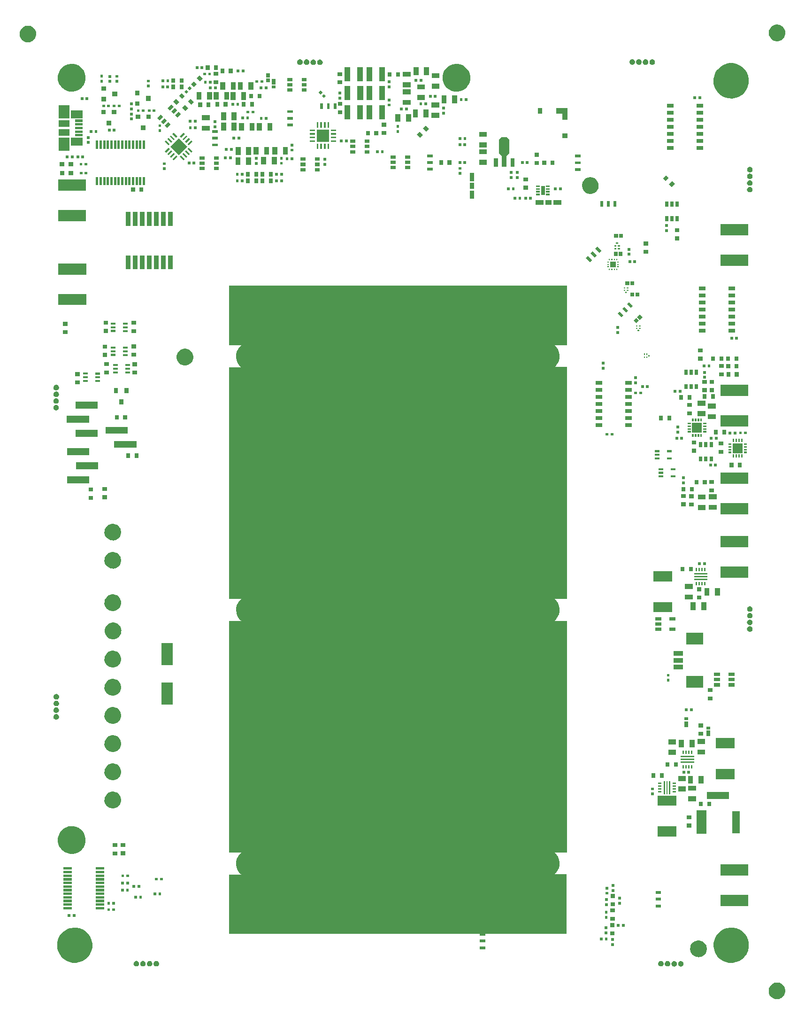
<source format=gbs>
G04 #@! TF.FileFunction,Soldermask,Bot*
%FSLAX46Y46*%
G04 Gerber Fmt 4.6, Leading zero omitted, Abs format (unit mm)*
G04 Created by KiCad (PCBNEW 4.0.7) date Fri May 21 10:28:59 2021*
%MOMM*%
%LPD*%
G01*
G04 APERTURE LIST*
%ADD10C,0.150000*%
G04 APERTURE END LIST*
D10*
G36*
X210024531Y-216484379D02*
X210270754Y-216534921D01*
X210312689Y-216543529D01*
X210560367Y-216647644D01*
X210583868Y-216657523D01*
X210827742Y-216822018D01*
X211035021Y-217030749D01*
X211197810Y-217275765D01*
X211268408Y-217447049D01*
X211309908Y-217547736D01*
X211362900Y-217815367D01*
X211367044Y-217836297D01*
X211362353Y-218172290D01*
X211297181Y-218459145D01*
X211177533Y-218727878D01*
X211007967Y-218968253D01*
X210794941Y-219171116D01*
X210593271Y-219299099D01*
X210546569Y-219328737D01*
X210272311Y-219435115D01*
X210088010Y-219467612D01*
X209982615Y-219486196D01*
X209704932Y-219480379D01*
X209688512Y-219480035D01*
X209473038Y-219432660D01*
X209401212Y-219416868D01*
X209131650Y-219299099D01*
X208890096Y-219131215D01*
X208685752Y-218919610D01*
X208526400Y-218672345D01*
X208418111Y-218398837D01*
X208365008Y-218109504D01*
X208369115Y-217815368D01*
X208369115Y-217815367D01*
X208430275Y-217527633D01*
X208538226Y-217275765D01*
X208546160Y-217257253D01*
X208712353Y-217014533D01*
X208922526Y-216808717D01*
X208922527Y-216808716D01*
X209153575Y-216657523D01*
X209168673Y-216647643D01*
X209441419Y-216537446D01*
X209730373Y-216482325D01*
X210024531Y-216484379D01*
X210024531Y-216484379D01*
G37*
G36*
X191374217Y-212597308D02*
X191374897Y-212597313D01*
X191387022Y-212599802D01*
X191470950Y-212617029D01*
X191561341Y-212655026D01*
X191642637Y-212709862D01*
X191711728Y-212779437D01*
X191765990Y-212861107D01*
X191803357Y-212951767D01*
X191822401Y-213047946D01*
X191820837Y-213159951D01*
X191799113Y-213255570D01*
X191779894Y-213298735D01*
X191759231Y-213345146D01*
X191711668Y-213412571D01*
X191702708Y-213425272D01*
X191631700Y-213492893D01*
X191548910Y-213545433D01*
X191457490Y-213580893D01*
X191360928Y-213597919D01*
X191262889Y-213595865D01*
X191167125Y-213574810D01*
X191077272Y-213535554D01*
X191077270Y-213535553D01*
X191037129Y-213507654D01*
X190996751Y-213479591D01*
X190928636Y-213409056D01*
X190875520Y-213326636D01*
X190839423Y-213235466D01*
X190822775Y-213144751D01*
X190821723Y-213139021D01*
X190821935Y-213123820D01*
X190823091Y-213040975D01*
X190843477Y-212945066D01*
X190882107Y-212854936D01*
X190937504Y-212774030D01*
X191007562Y-212705425D01*
X191089609Y-212651735D01*
X191089611Y-212651734D01*
X191180526Y-212615002D01*
X191207126Y-212609928D01*
X191276844Y-212596628D01*
X191374217Y-212597308D01*
X191374217Y-212597308D01*
G37*
G36*
X192580717Y-212597308D02*
X192581397Y-212597313D01*
X192593522Y-212599802D01*
X192677450Y-212617029D01*
X192767841Y-212655026D01*
X192849137Y-212709862D01*
X192918228Y-212779437D01*
X192972490Y-212861107D01*
X193009857Y-212951767D01*
X193028901Y-213047946D01*
X193027337Y-213159951D01*
X193005613Y-213255570D01*
X192986394Y-213298735D01*
X192965731Y-213345146D01*
X192918168Y-213412571D01*
X192909208Y-213425272D01*
X192838200Y-213492893D01*
X192755410Y-213545433D01*
X192663990Y-213580893D01*
X192567428Y-213597919D01*
X192469389Y-213595865D01*
X192373625Y-213574810D01*
X192283772Y-213535554D01*
X192283770Y-213535553D01*
X192243629Y-213507654D01*
X192203251Y-213479591D01*
X192135136Y-213409056D01*
X192082020Y-213326636D01*
X192045923Y-213235466D01*
X192029275Y-213144751D01*
X192028223Y-213139021D01*
X192028435Y-213123820D01*
X192029591Y-213040975D01*
X192049977Y-212945066D01*
X192088607Y-212854936D01*
X192144004Y-212774030D01*
X192214062Y-212705425D01*
X192296109Y-212651735D01*
X192296111Y-212651734D01*
X192387026Y-212615002D01*
X192413626Y-212609928D01*
X192483344Y-212596628D01*
X192580717Y-212597308D01*
X192580717Y-212597308D01*
G37*
G36*
X96759217Y-212584608D02*
X96759897Y-212584613D01*
X96772022Y-212587102D01*
X96855950Y-212604329D01*
X96946341Y-212642326D01*
X97027637Y-212697162D01*
X97096728Y-212766737D01*
X97150990Y-212848407D01*
X97188357Y-212939067D01*
X97207401Y-213035246D01*
X97205837Y-213147251D01*
X97184113Y-213242870D01*
X97159240Y-213298735D01*
X97144231Y-213332446D01*
X97089472Y-213410072D01*
X97087708Y-213412572D01*
X97016700Y-213480193D01*
X96933910Y-213532733D01*
X96842490Y-213568193D01*
X96745928Y-213585219D01*
X96647889Y-213583165D01*
X96552125Y-213562110D01*
X96462272Y-213522854D01*
X96462270Y-213522853D01*
X96433327Y-213502737D01*
X96381751Y-213466891D01*
X96313636Y-213396356D01*
X96260520Y-213313936D01*
X96224423Y-213222766D01*
X96207775Y-213132051D01*
X96206723Y-213126321D01*
X96206935Y-213111120D01*
X96208091Y-213028275D01*
X96228477Y-212932366D01*
X96267107Y-212842236D01*
X96322504Y-212761330D01*
X96392562Y-212692725D01*
X96474609Y-212639035D01*
X96474611Y-212639034D01*
X96565526Y-212602302D01*
X96595271Y-212596628D01*
X96661844Y-212583928D01*
X96759217Y-212584608D01*
X96759217Y-212584608D01*
G37*
G36*
X97965717Y-212584608D02*
X97966397Y-212584613D01*
X97978522Y-212587102D01*
X98062450Y-212604329D01*
X98152841Y-212642326D01*
X98234137Y-212697162D01*
X98303228Y-212766737D01*
X98357490Y-212848407D01*
X98394857Y-212939067D01*
X98413901Y-213035246D01*
X98412337Y-213147251D01*
X98390613Y-213242870D01*
X98365740Y-213298735D01*
X98350731Y-213332446D01*
X98295972Y-213410072D01*
X98294208Y-213412572D01*
X98223200Y-213480193D01*
X98140410Y-213532733D01*
X98048990Y-213568193D01*
X97952428Y-213585219D01*
X97854389Y-213583165D01*
X97758625Y-213562110D01*
X97668772Y-213522854D01*
X97668770Y-213522853D01*
X97639827Y-213502737D01*
X97588251Y-213466891D01*
X97520136Y-213396356D01*
X97467020Y-213313936D01*
X97430923Y-213222766D01*
X97414275Y-213132051D01*
X97413223Y-213126321D01*
X97413435Y-213111120D01*
X97414591Y-213028275D01*
X97434977Y-212932366D01*
X97473607Y-212842236D01*
X97529004Y-212761330D01*
X97599062Y-212692725D01*
X97681109Y-212639035D01*
X97681111Y-212639034D01*
X97772026Y-212602302D01*
X97801771Y-212596628D01*
X97868344Y-212583928D01*
X97965717Y-212584608D01*
X97965717Y-212584608D01*
G37*
G36*
X188971517Y-212582108D02*
X188972197Y-212582113D01*
X188984376Y-212584613D01*
X189068250Y-212601829D01*
X189158641Y-212639826D01*
X189239937Y-212694662D01*
X189309028Y-212764237D01*
X189363290Y-212845907D01*
X189400657Y-212936567D01*
X189419701Y-213032746D01*
X189418137Y-213144751D01*
X189396413Y-213240370D01*
X189389646Y-213255568D01*
X189356531Y-213329946D01*
X189320406Y-213381156D01*
X189300008Y-213410072D01*
X189229000Y-213477693D01*
X189146210Y-213530233D01*
X189054790Y-213565693D01*
X188958228Y-213582719D01*
X188860189Y-213580665D01*
X188764425Y-213559610D01*
X188674572Y-213520354D01*
X188674570Y-213520353D01*
X188645627Y-213500237D01*
X188594051Y-213464391D01*
X188525936Y-213393856D01*
X188472820Y-213311436D01*
X188436723Y-213220266D01*
X188419023Y-213123820D01*
X188420391Y-213025775D01*
X188440777Y-212929866D01*
X188479407Y-212839736D01*
X188534804Y-212758830D01*
X188604862Y-212690225D01*
X188686909Y-212636535D01*
X188686911Y-212636534D01*
X188777826Y-212599802D01*
X188804426Y-212594728D01*
X188874144Y-212581428D01*
X188971517Y-212582108D01*
X188971517Y-212582108D01*
G37*
G36*
X190171517Y-212582108D02*
X190172197Y-212582113D01*
X190184376Y-212584613D01*
X190268250Y-212601829D01*
X190358641Y-212639826D01*
X190439937Y-212694662D01*
X190509028Y-212764237D01*
X190563290Y-212845907D01*
X190600657Y-212936567D01*
X190619701Y-213032746D01*
X190618137Y-213144751D01*
X190596413Y-213240370D01*
X190589646Y-213255568D01*
X190556531Y-213329946D01*
X190520406Y-213381156D01*
X190500008Y-213410072D01*
X190429000Y-213477693D01*
X190346210Y-213530233D01*
X190254790Y-213565693D01*
X190158228Y-213582719D01*
X190060189Y-213580665D01*
X189964425Y-213559610D01*
X189874572Y-213520354D01*
X189874570Y-213520353D01*
X189845627Y-213500237D01*
X189794051Y-213464391D01*
X189725936Y-213393856D01*
X189672820Y-213311436D01*
X189636723Y-213220266D01*
X189619023Y-213123820D01*
X189620391Y-213025775D01*
X189640777Y-212929866D01*
X189679407Y-212839736D01*
X189734804Y-212758830D01*
X189804862Y-212690225D01*
X189886909Y-212636535D01*
X189886911Y-212636534D01*
X189977826Y-212599802D01*
X190004426Y-212594728D01*
X190074144Y-212581428D01*
X190171517Y-212582108D01*
X190171517Y-212582108D01*
G37*
G36*
X94356517Y-212569408D02*
X94357197Y-212569413D01*
X94371175Y-212572282D01*
X94453250Y-212589129D01*
X94543641Y-212627126D01*
X94624937Y-212681962D01*
X94694028Y-212751537D01*
X94748290Y-212833207D01*
X94785657Y-212923867D01*
X94804701Y-213020046D01*
X94803137Y-213132051D01*
X94781413Y-213227670D01*
X94754825Y-213287387D01*
X94741531Y-213317246D01*
X94685725Y-213396356D01*
X94685008Y-213397372D01*
X94614000Y-213464993D01*
X94531210Y-213517533D01*
X94439790Y-213552993D01*
X94343228Y-213570019D01*
X94245189Y-213567965D01*
X94149425Y-213546910D01*
X94059572Y-213507654D01*
X94059570Y-213507653D01*
X94030627Y-213487537D01*
X93979051Y-213451691D01*
X93910936Y-213381156D01*
X93857820Y-213298736D01*
X93821723Y-213207566D01*
X93804023Y-213111120D01*
X93805391Y-213013075D01*
X93825777Y-212917166D01*
X93864407Y-212827036D01*
X93919804Y-212746130D01*
X93989862Y-212677525D01*
X94071909Y-212623835D01*
X94088752Y-212617030D01*
X94162826Y-212587102D01*
X94192571Y-212581428D01*
X94259144Y-212568728D01*
X94356517Y-212569408D01*
X94356517Y-212569408D01*
G37*
G36*
X95556517Y-212569408D02*
X95557197Y-212569413D01*
X95571175Y-212572282D01*
X95653250Y-212589129D01*
X95743641Y-212627126D01*
X95824937Y-212681962D01*
X95894028Y-212751537D01*
X95948290Y-212833207D01*
X95985657Y-212923867D01*
X96004701Y-213020046D01*
X96003137Y-213132051D01*
X95981413Y-213227670D01*
X95954825Y-213287387D01*
X95941531Y-213317246D01*
X95885725Y-213396356D01*
X95885008Y-213397372D01*
X95814000Y-213464993D01*
X95731210Y-213517533D01*
X95639790Y-213552993D01*
X95543228Y-213570019D01*
X95445189Y-213567965D01*
X95349425Y-213546910D01*
X95259572Y-213507654D01*
X95259570Y-213507653D01*
X95230627Y-213487537D01*
X95179051Y-213451691D01*
X95110936Y-213381156D01*
X95057820Y-213298736D01*
X95021723Y-213207566D01*
X95004023Y-213111120D01*
X95005391Y-213013075D01*
X95025777Y-212917166D01*
X95064407Y-212827036D01*
X95119804Y-212746130D01*
X95189862Y-212677525D01*
X95271909Y-212623835D01*
X95288752Y-212617030D01*
X95362826Y-212587102D01*
X95392571Y-212581428D01*
X95459144Y-212568728D01*
X95556517Y-212569408D01*
X95556517Y-212569408D01*
G37*
G36*
X201934288Y-206571235D02*
X201942864Y-206571295D01*
X202490074Y-206683621D01*
X202552796Y-206696496D01*
X203126792Y-206937781D01*
X203642996Y-207285966D01*
X204081734Y-207727778D01*
X204426303Y-208246395D01*
X204663577Y-208822066D01*
X204744452Y-209230518D01*
X204784516Y-209432855D01*
X204774585Y-210144038D01*
X204636638Y-210751215D01*
X204489877Y-211080845D01*
X204383384Y-211320033D01*
X204024468Y-211828829D01*
X203573563Y-212258221D01*
X203047843Y-212591853D01*
X202467331Y-212817019D01*
X201854144Y-212925140D01*
X201231626Y-212912100D01*
X200623504Y-212778396D01*
X200052933Y-212529119D01*
X199541642Y-212173763D01*
X199109113Y-211725866D01*
X198771819Y-211202489D01*
X198542607Y-210623564D01*
X198486407Y-210317353D01*
X198430207Y-210011143D01*
X198432204Y-209868130D01*
X198438900Y-209388553D01*
X198568355Y-208779512D01*
X198748236Y-208359820D01*
X198813644Y-208207211D01*
X198924554Y-208045231D01*
X199165421Y-207693454D01*
X199610287Y-207257809D01*
X200131296Y-206916870D01*
X200419954Y-206800245D01*
X200708609Y-206683621D01*
X200877516Y-206651400D01*
X201320229Y-206566947D01*
X201934288Y-206571235D01*
X201934288Y-206571235D01*
G37*
G36*
X83519488Y-206571235D02*
X83528064Y-206571295D01*
X84075274Y-206683621D01*
X84137996Y-206696496D01*
X84711992Y-206937781D01*
X85228196Y-207285966D01*
X85666934Y-207727778D01*
X86011503Y-208246395D01*
X86248777Y-208822066D01*
X86329652Y-209230518D01*
X86369716Y-209432855D01*
X86359785Y-210144038D01*
X86221838Y-210751215D01*
X86075077Y-211080845D01*
X85968584Y-211320033D01*
X85609668Y-211828829D01*
X85158763Y-212258221D01*
X84633043Y-212591853D01*
X84052531Y-212817019D01*
X83439344Y-212925140D01*
X82816826Y-212912100D01*
X82208704Y-212778396D01*
X81638133Y-212529119D01*
X81126842Y-212173763D01*
X80694313Y-211725866D01*
X80357019Y-211202489D01*
X80127807Y-210623564D01*
X80071607Y-210317353D01*
X80015407Y-210011143D01*
X80017404Y-209868130D01*
X80024100Y-209388553D01*
X80153555Y-208779512D01*
X80333436Y-208359820D01*
X80398844Y-208207211D01*
X80509754Y-208045231D01*
X80750621Y-207693454D01*
X81195487Y-207257809D01*
X81716496Y-206916870D01*
X82005154Y-206800245D01*
X82293809Y-206683621D01*
X82462716Y-206651400D01*
X82905429Y-206566947D01*
X83519488Y-206571235D01*
X83519488Y-206571235D01*
G37*
G36*
X195861431Y-208892879D02*
X196107654Y-208943421D01*
X196149589Y-208952029D01*
X196397267Y-209056144D01*
X196420768Y-209066023D01*
X196664642Y-209230518D01*
X196871921Y-209439249D01*
X197034710Y-209684265D01*
X197105308Y-209855549D01*
X197146808Y-209956236D01*
X197199800Y-210223867D01*
X197203944Y-210244797D01*
X197199253Y-210580790D01*
X197134081Y-210867645D01*
X197014433Y-211136378D01*
X196844867Y-211376753D01*
X196631841Y-211579616D01*
X196430171Y-211707599D01*
X196383469Y-211737237D01*
X196109211Y-211843615D01*
X195924910Y-211876112D01*
X195819515Y-211894696D01*
X195541832Y-211888879D01*
X195525412Y-211888535D01*
X195253854Y-211828829D01*
X195238112Y-211825368D01*
X194968550Y-211707599D01*
X194726996Y-211539715D01*
X194522652Y-211328110D01*
X194517447Y-211320033D01*
X194480855Y-211263255D01*
X194363300Y-211080845D01*
X194255011Y-210807337D01*
X194201908Y-210518004D01*
X194206015Y-210223868D01*
X194222983Y-210144039D01*
X194267175Y-209936133D01*
X194375126Y-209684265D01*
X194383060Y-209665753D01*
X194549253Y-209423033D01*
X194759426Y-209217217D01*
X194759427Y-209217216D01*
X194990475Y-209066023D01*
X195005573Y-209056143D01*
X195278319Y-208945946D01*
X195567273Y-208890825D01*
X195861431Y-208892879D01*
X195861431Y-208892879D01*
G37*
G36*
X157256100Y-210453900D02*
X156256100Y-210453900D01*
X156256100Y-209953900D01*
X157256100Y-209953900D01*
X157256100Y-210453900D01*
X157256100Y-210453900D01*
G37*
G36*
X180444790Y-209868130D02*
X179949490Y-209868130D01*
X179949490Y-209372830D01*
X180444790Y-209372830D01*
X180444790Y-209868130D01*
X180444790Y-209868130D01*
G37*
G36*
X157256100Y-209253900D02*
X156256100Y-209253900D01*
X156256100Y-208753900D01*
X157256100Y-208753900D01*
X157256100Y-209253900D01*
X157256100Y-209253900D01*
G37*
G36*
X180444790Y-208968970D02*
X179949490Y-208968970D01*
X179949490Y-208473670D01*
X180444790Y-208473670D01*
X180444790Y-208968970D01*
X180444790Y-208968970D01*
G37*
G36*
X179311010Y-208901630D02*
X178815710Y-208901630D01*
X178815710Y-208406330D01*
X179311010Y-208406330D01*
X179311010Y-208901630D01*
X179311010Y-208901630D01*
G37*
G36*
X178411850Y-208901630D02*
X177916550Y-208901630D01*
X177916550Y-208406330D01*
X178411850Y-208406330D01*
X178411850Y-208901630D01*
X178411850Y-208901630D01*
G37*
G36*
X171954880Y-101590980D02*
X169672302Y-101590980D01*
X169672163Y-101591000D01*
X169672034Y-101591058D01*
X169671927Y-101591149D01*
X169671850Y-101591266D01*
X169671808Y-101591401D01*
X169671806Y-101591541D01*
X169671843Y-101591677D01*
X169671916Y-101591797D01*
X169672022Y-101591895D01*
X169754813Y-101647739D01*
X170100276Y-101995622D01*
X170371589Y-102403981D01*
X170558420Y-102857266D01*
X170646407Y-103301636D01*
X170653647Y-103338202D01*
X170649223Y-103655000D01*
X170645827Y-103898190D01*
X170638600Y-103930000D01*
X170537208Y-104376281D01*
X170379003Y-104731614D01*
X170337795Y-104824169D01*
X170055184Y-105224796D01*
X169888024Y-105383980D01*
X169764816Y-105501310D01*
X169724378Y-105539818D01*
X169724291Y-105539928D01*
X169724238Y-105540059D01*
X169724223Y-105540199D01*
X169724248Y-105540337D01*
X169724311Y-105540463D01*
X169724406Y-105540567D01*
X169724526Y-105540640D01*
X169724723Y-105540680D01*
X171954880Y-105540680D01*
X171954880Y-147310980D01*
X169672302Y-147310980D01*
X169672163Y-147311000D01*
X169672034Y-147311058D01*
X169671927Y-147311149D01*
X169671850Y-147311266D01*
X169671808Y-147311401D01*
X169671806Y-147311541D01*
X169671843Y-147311677D01*
X169671916Y-147311797D01*
X169672022Y-147311895D01*
X169754813Y-147367739D01*
X170100276Y-147715622D01*
X170371589Y-148123981D01*
X170558420Y-148577266D01*
X170646740Y-149023318D01*
X170653647Y-149058202D01*
X170647956Y-149465714D01*
X170645827Y-149618190D01*
X170621149Y-149726809D01*
X170537208Y-150096281D01*
X170407183Y-150388321D01*
X170337795Y-150544169D01*
X170055184Y-150944796D01*
X169700140Y-151282900D01*
X169676569Y-151297858D01*
X169676462Y-151297949D01*
X169676385Y-151298067D01*
X169676343Y-151298201D01*
X169676341Y-151298342D01*
X169676378Y-151298478D01*
X169676451Y-151298598D01*
X169676555Y-151298693D01*
X169676681Y-151298755D01*
X169676837Y-151298780D01*
X171954880Y-151298780D01*
X171954880Y-193081780D01*
X169747616Y-193081780D01*
X169747477Y-193081800D01*
X169747348Y-193081858D01*
X169747241Y-193081949D01*
X169747164Y-193082066D01*
X169747122Y-193082201D01*
X169747120Y-193082341D01*
X169747157Y-193082477D01*
X169747230Y-193082597D01*
X169747336Y-193082695D01*
X169754813Y-193087739D01*
X170100276Y-193435622D01*
X170371589Y-193843981D01*
X170558420Y-194297266D01*
X170646740Y-194743318D01*
X170653647Y-194778202D01*
X170645827Y-195338189D01*
X170537208Y-195816281D01*
X170391307Y-196143980D01*
X170337795Y-196264169D01*
X170055184Y-196664796D01*
X169724378Y-196979818D01*
X169724291Y-196979928D01*
X169724238Y-196980059D01*
X169724223Y-196980199D01*
X169724248Y-196980337D01*
X169724311Y-196980463D01*
X169724406Y-196980567D01*
X169724526Y-196980640D01*
X169724723Y-196980680D01*
X171942180Y-196980680D01*
X171942180Y-207674080D01*
X171157957Y-207674574D01*
X157256600Y-207683340D01*
X157256460Y-207683360D01*
X157256332Y-207683418D01*
X157256225Y-207683509D01*
X157256148Y-207683627D01*
X157256106Y-207683761D01*
X157256100Y-207683840D01*
X157256100Y-208053900D01*
X156256100Y-208053900D01*
X156256100Y-207684471D01*
X156256080Y-207684332D01*
X156256022Y-207684203D01*
X156255931Y-207684096D01*
X156255814Y-207684019D01*
X156255679Y-207683977D01*
X156255600Y-207683971D01*
X111515580Y-207712180D01*
X110994880Y-207712180D01*
X110994880Y-197006080D01*
X113284065Y-197006080D01*
X113284204Y-197006060D01*
X113284333Y-197006002D01*
X113284440Y-197005911D01*
X113284517Y-197005794D01*
X113284559Y-197005659D01*
X113284561Y-197005519D01*
X113284524Y-197005383D01*
X113284451Y-197005263D01*
X113284350Y-197005169D01*
X113185400Y-196936397D01*
X112844826Y-196583722D01*
X112579240Y-196171615D01*
X112398758Y-195715768D01*
X112329460Y-195338190D01*
X112310254Y-195233547D01*
X112310254Y-195233546D01*
X112317099Y-194743318D01*
X112419032Y-194263760D01*
X112612174Y-193813127D01*
X112889162Y-193408594D01*
X113239451Y-193065567D01*
X113271495Y-193044598D01*
X113271601Y-193044506D01*
X113271676Y-193044387D01*
X113271716Y-193044252D01*
X113271716Y-193044111D01*
X113271677Y-193043976D01*
X113271603Y-193043857D01*
X113271497Y-193043763D01*
X113271370Y-193043703D01*
X113271221Y-193043680D01*
X111007580Y-193043680D01*
X111007580Y-151286080D01*
X113284065Y-151286080D01*
X113284204Y-151286060D01*
X113284333Y-151286002D01*
X113284440Y-151285911D01*
X113284517Y-151285794D01*
X113284559Y-151285659D01*
X113284561Y-151285519D01*
X113284524Y-151285383D01*
X113284451Y-151285263D01*
X113284350Y-151285169D01*
X113185400Y-151216397D01*
X112844826Y-150863722D01*
X112579240Y-150451615D01*
X112398758Y-149995768D01*
X112351996Y-149740980D01*
X112310254Y-149513547D01*
X112310922Y-149465714D01*
X112317099Y-149023318D01*
X112419032Y-148543760D01*
X112612174Y-148093127D01*
X112889162Y-147688594D01*
X113239451Y-147345567D01*
X113290903Y-147311898D01*
X113291009Y-147311806D01*
X113291084Y-147311687D01*
X113291124Y-147311552D01*
X113291124Y-147311411D01*
X113291085Y-147311276D01*
X113291011Y-147311157D01*
X113290905Y-147311063D01*
X113290778Y-147311003D01*
X113290629Y-147310980D01*
X111007580Y-147310980D01*
X111007580Y-105553380D01*
X113265792Y-105553380D01*
X113265931Y-105553360D01*
X113266060Y-105553302D01*
X113266167Y-105553211D01*
X113266244Y-105553094D01*
X113266286Y-105552959D01*
X113266288Y-105552819D01*
X113266251Y-105552683D01*
X113266178Y-105552563D01*
X113266077Y-105552469D01*
X113185400Y-105496397D01*
X112844826Y-105143722D01*
X112579240Y-104731615D01*
X112398758Y-104275768D01*
X112329460Y-103898190D01*
X112310254Y-103793547D01*
X112312189Y-103655000D01*
X112317099Y-103303318D01*
X112419032Y-102823760D01*
X112612174Y-102373127D01*
X112889162Y-101968594D01*
X113239451Y-101625567D01*
X113271495Y-101604598D01*
X113271601Y-101604506D01*
X113271676Y-101604387D01*
X113271716Y-101604252D01*
X113271716Y-101604111D01*
X113271677Y-101603976D01*
X113271603Y-101603857D01*
X113271497Y-101603763D01*
X113271370Y-101603703D01*
X113271221Y-101603680D01*
X111020280Y-101603680D01*
X111020280Y-90872180D01*
X171954880Y-90872180D01*
X171954880Y-101590980D01*
X171954880Y-101590980D01*
G37*
G36*
X180576820Y-207974740D02*
X179776820Y-207974740D01*
X179776820Y-207274740D01*
X180576820Y-207274740D01*
X180576820Y-207974740D01*
X180576820Y-207974740D01*
G37*
G36*
X179266230Y-207775170D02*
X178770930Y-207775170D01*
X178770930Y-207279870D01*
X179266230Y-207279870D01*
X179266230Y-207775170D01*
X179266230Y-207775170D01*
G37*
G36*
X179266230Y-206876010D02*
X178770930Y-206876010D01*
X178770930Y-206380710D01*
X179266230Y-206380710D01*
X179266230Y-206876010D01*
X179266230Y-206876010D01*
G37*
G36*
X180576820Y-206474740D02*
X179776820Y-206474740D01*
X179776820Y-205774740D01*
X180576820Y-205774740D01*
X180576820Y-206474740D01*
X180576820Y-206474740D01*
G37*
G36*
X182391010Y-206401630D02*
X181895710Y-206401630D01*
X181895710Y-205906330D01*
X182391010Y-205906330D01*
X182391010Y-206401630D01*
X182391010Y-206401630D01*
G37*
G36*
X181491850Y-206401630D02*
X180996550Y-206401630D01*
X180996550Y-205906330D01*
X181491850Y-205906330D01*
X181491850Y-206401630D01*
X181491850Y-206401630D01*
G37*
G36*
X180592060Y-205343300D02*
X179792060Y-205343300D01*
X179792060Y-204643300D01*
X180592060Y-204643300D01*
X180592060Y-205343300D01*
X180592060Y-205343300D01*
G37*
G36*
X179306870Y-204950690D02*
X178811570Y-204950690D01*
X178811570Y-204455390D01*
X179306870Y-204455390D01*
X179306870Y-204950690D01*
X179306870Y-204950690D01*
G37*
G36*
X82421850Y-204681630D02*
X81926550Y-204681630D01*
X81926550Y-204186330D01*
X82421850Y-204186330D01*
X82421850Y-204681630D01*
X82421850Y-204681630D01*
G37*
G36*
X83321010Y-204681630D02*
X82825710Y-204681630D01*
X82825710Y-204186330D01*
X83321010Y-204186330D01*
X83321010Y-204681630D01*
X83321010Y-204681630D01*
G37*
G36*
X179306870Y-204051530D02*
X178811570Y-204051530D01*
X178811570Y-203556230D01*
X179306870Y-203556230D01*
X179306870Y-204051530D01*
X179306870Y-204051530D01*
G37*
G36*
X180592060Y-203843300D02*
X179792060Y-203843300D01*
X179792060Y-203143300D01*
X180592060Y-203143300D01*
X180592060Y-203843300D01*
X180592060Y-203843300D01*
G37*
G36*
X89561850Y-203591630D02*
X89066550Y-203591630D01*
X89066550Y-203096330D01*
X89561850Y-203096330D01*
X89561850Y-203591630D01*
X89561850Y-203591630D01*
G37*
G36*
X90461010Y-203591630D02*
X89965710Y-203591630D01*
X89965710Y-203096330D01*
X90461010Y-203096330D01*
X90461010Y-203591630D01*
X90461010Y-203591630D01*
G37*
G36*
X88473780Y-203293980D02*
X86973780Y-203293980D01*
X86973780Y-202843980D01*
X88473780Y-202843980D01*
X88473780Y-203293980D01*
X88473780Y-203293980D01*
G37*
G36*
X82673780Y-203293980D02*
X81173780Y-203293980D01*
X81173780Y-202843980D01*
X82673780Y-202843980D01*
X82673780Y-203293980D01*
X82673780Y-203293980D01*
G37*
G36*
X188968000Y-202922800D02*
X187968000Y-202922800D01*
X187968000Y-202422800D01*
X188968000Y-202422800D01*
X188968000Y-202922800D01*
X188968000Y-202922800D01*
G37*
G36*
X180637780Y-202732180D02*
X179837780Y-202732180D01*
X179837780Y-202032180D01*
X180637780Y-202032180D01*
X180637780Y-202732180D01*
X180637780Y-202732180D01*
G37*
G36*
X204653780Y-202693980D02*
X199653780Y-202693980D01*
X199653780Y-200693980D01*
X204653780Y-200693980D01*
X204653780Y-202693980D01*
X204653780Y-202693980D01*
G37*
G36*
X179332270Y-202669770D02*
X178836970Y-202669770D01*
X178836970Y-202174470D01*
X179332270Y-202174470D01*
X179332270Y-202669770D01*
X179332270Y-202669770D01*
G37*
G36*
X82673780Y-202643980D02*
X81173780Y-202643980D01*
X81173780Y-202193980D01*
X82673780Y-202193980D01*
X82673780Y-202643980D01*
X82673780Y-202643980D01*
G37*
G36*
X88473780Y-202643980D02*
X86973780Y-202643980D01*
X86973780Y-202193980D01*
X88473780Y-202193980D01*
X88473780Y-202643980D01*
X88473780Y-202643980D01*
G37*
G36*
X89561850Y-202441630D02*
X89066550Y-202441630D01*
X89066550Y-201946330D01*
X89561850Y-201946330D01*
X89561850Y-202441630D01*
X89561850Y-202441630D01*
G37*
G36*
X90461010Y-202441630D02*
X89965710Y-202441630D01*
X89965710Y-201946330D01*
X90461010Y-201946330D01*
X90461010Y-202441630D01*
X90461010Y-202441630D01*
G37*
G36*
X181691430Y-202421210D02*
X181196130Y-202421210D01*
X181196130Y-201925910D01*
X181691430Y-201925910D01*
X181691430Y-202421210D01*
X181691430Y-202421210D01*
G37*
G36*
X82673780Y-201993980D02*
X81173780Y-201993980D01*
X81173780Y-201543980D01*
X82673780Y-201543980D01*
X82673780Y-201993980D01*
X82673780Y-201993980D01*
G37*
G36*
X88473780Y-201993980D02*
X86973780Y-201993980D01*
X86973780Y-201543980D01*
X88473780Y-201543980D01*
X88473780Y-201993980D01*
X88473780Y-201993980D01*
G37*
G36*
X179332270Y-201770610D02*
X178836970Y-201770610D01*
X178836970Y-201275310D01*
X179332270Y-201275310D01*
X179332270Y-201770610D01*
X179332270Y-201770610D01*
G37*
G36*
X188968000Y-201722800D02*
X187968000Y-201722800D01*
X187968000Y-201222800D01*
X188968000Y-201222800D01*
X188968000Y-201722800D01*
X188968000Y-201722800D01*
G37*
G36*
X181691430Y-201522050D02*
X181196130Y-201522050D01*
X181196130Y-201026750D01*
X181691430Y-201026750D01*
X181691430Y-201522050D01*
X181691430Y-201522050D01*
G37*
G36*
X94417570Y-201376150D02*
X93922270Y-201376150D01*
X93922270Y-200880850D01*
X94417570Y-200880850D01*
X94417570Y-201376150D01*
X94417570Y-201376150D01*
G37*
G36*
X95316730Y-201376150D02*
X94821430Y-201376150D01*
X94821430Y-200880850D01*
X95316730Y-200880850D01*
X95316730Y-201376150D01*
X95316730Y-201376150D01*
G37*
G36*
X82673780Y-201343980D02*
X81173780Y-201343980D01*
X81173780Y-200893980D01*
X82673780Y-200893980D01*
X82673780Y-201343980D01*
X82673780Y-201343980D01*
G37*
G36*
X88473780Y-201343980D02*
X86973780Y-201343980D01*
X86973780Y-200893980D01*
X88473780Y-200893980D01*
X88473780Y-201343980D01*
X88473780Y-201343980D01*
G37*
G36*
X180637780Y-201232180D02*
X179837780Y-201232180D01*
X179837780Y-200532180D01*
X180637780Y-200532180D01*
X180637780Y-201232180D01*
X180637780Y-201232180D01*
G37*
G36*
X97892290Y-200751310D02*
X97396990Y-200751310D01*
X97396990Y-200256010D01*
X97892290Y-200256010D01*
X97892290Y-200751310D01*
X97892290Y-200751310D01*
G37*
G36*
X98791450Y-200751310D02*
X98296150Y-200751310D01*
X98296150Y-200256010D01*
X98791450Y-200256010D01*
X98791450Y-200751310D01*
X98791450Y-200751310D01*
G37*
G36*
X82673780Y-200693980D02*
X81173780Y-200693980D01*
X81173780Y-200243980D01*
X82673780Y-200243980D01*
X82673780Y-200693980D01*
X82673780Y-200693980D01*
G37*
G36*
X88473780Y-200693980D02*
X86973780Y-200693980D01*
X86973780Y-200243980D01*
X88473780Y-200243980D01*
X88473780Y-200693980D01*
X88473780Y-200693980D01*
G37*
G36*
X179408470Y-200622530D02*
X178913170Y-200622530D01*
X178913170Y-200127230D01*
X179408470Y-200127230D01*
X179408470Y-200622530D01*
X179408470Y-200622530D01*
G37*
G36*
X188968000Y-200522800D02*
X187968000Y-200522800D01*
X187968000Y-200022800D01*
X188968000Y-200022800D01*
X188968000Y-200522800D01*
X188968000Y-200522800D01*
G37*
G36*
X180546390Y-200134850D02*
X180051090Y-200134850D01*
X180051090Y-199639550D01*
X180546390Y-199639550D01*
X180546390Y-200134850D01*
X180546390Y-200134850D01*
G37*
G36*
X92055370Y-200080750D02*
X91560070Y-200080750D01*
X91560070Y-199585450D01*
X92055370Y-199585450D01*
X92055370Y-200080750D01*
X92055370Y-200080750D01*
G37*
G36*
X92954530Y-200080750D02*
X92459230Y-200080750D01*
X92459230Y-199585450D01*
X92954530Y-199585450D01*
X92954530Y-200080750D01*
X92954530Y-200080750D01*
G37*
G36*
X82673780Y-200043980D02*
X81173780Y-200043980D01*
X81173780Y-199593980D01*
X82673780Y-199593980D01*
X82673780Y-200043980D01*
X82673780Y-200043980D01*
G37*
G36*
X88473780Y-200043980D02*
X86973780Y-200043980D01*
X86973780Y-199593980D01*
X88473780Y-199593980D01*
X88473780Y-200043980D01*
X88473780Y-200043980D01*
G37*
G36*
X179408470Y-199723370D02*
X178913170Y-199723370D01*
X178913170Y-199228070D01*
X179408470Y-199228070D01*
X179408470Y-199723370D01*
X179408470Y-199723370D01*
G37*
G36*
X95027170Y-199410190D02*
X94531870Y-199410190D01*
X94531870Y-198914890D01*
X95027170Y-198914890D01*
X95027170Y-199410190D01*
X95027170Y-199410190D01*
G37*
G36*
X94128010Y-199410190D02*
X93632710Y-199410190D01*
X93632710Y-198914890D01*
X94128010Y-198914890D01*
X94128010Y-199410190D01*
X94128010Y-199410190D01*
G37*
G36*
X82673780Y-199393980D02*
X81173780Y-199393980D01*
X81173780Y-198943980D01*
X82673780Y-198943980D01*
X82673780Y-199393980D01*
X82673780Y-199393980D01*
G37*
G36*
X88473780Y-199393980D02*
X86973780Y-199393980D01*
X86973780Y-198943980D01*
X88473780Y-198943980D01*
X88473780Y-199393980D01*
X88473780Y-199393980D01*
G37*
G36*
X180546390Y-199235690D02*
X180051090Y-199235690D01*
X180051090Y-198740390D01*
X180546390Y-198740390D01*
X180546390Y-199235690D01*
X180546390Y-199235690D01*
G37*
G36*
X92964690Y-198770110D02*
X92469390Y-198770110D01*
X92469390Y-198274810D01*
X92964690Y-198274810D01*
X92964690Y-198770110D01*
X92964690Y-198770110D01*
G37*
G36*
X92065530Y-198770110D02*
X91570230Y-198770110D01*
X91570230Y-198274810D01*
X92065530Y-198274810D01*
X92065530Y-198770110D01*
X92065530Y-198770110D01*
G37*
G36*
X88473780Y-198743980D02*
X86973780Y-198743980D01*
X86973780Y-198293980D01*
X88473780Y-198293980D01*
X88473780Y-198743980D01*
X88473780Y-198743980D01*
G37*
G36*
X82673780Y-198743980D02*
X81173780Y-198743980D01*
X81173780Y-198293980D01*
X82673780Y-198293980D01*
X82673780Y-198743980D01*
X82673780Y-198743980D01*
G37*
G36*
X88473780Y-198093980D02*
X86973780Y-198093980D01*
X86973780Y-197643980D01*
X88473780Y-197643980D01*
X88473780Y-198093980D01*
X88473780Y-198093980D01*
G37*
G36*
X82673780Y-198093980D02*
X81173780Y-198093980D01*
X81173780Y-197643980D01*
X82673780Y-197643980D01*
X82673780Y-198093980D01*
X82673780Y-198093980D01*
G37*
G36*
X98161530Y-198089390D02*
X97666230Y-198089390D01*
X97666230Y-197594090D01*
X98161530Y-197594090D01*
X98161530Y-198089390D01*
X98161530Y-198089390D01*
G37*
G36*
X99060690Y-198089390D02*
X98565390Y-198089390D01*
X98565390Y-197594090D01*
X99060690Y-197594090D01*
X99060690Y-198089390D01*
X99060690Y-198089390D01*
G37*
G36*
X93000250Y-197489950D02*
X92504950Y-197489950D01*
X92504950Y-196994650D01*
X93000250Y-196994650D01*
X93000250Y-197489950D01*
X93000250Y-197489950D01*
G37*
G36*
X92101090Y-197489950D02*
X91605790Y-197489950D01*
X91605790Y-196994650D01*
X92101090Y-196994650D01*
X92101090Y-197489950D01*
X92101090Y-197489950D01*
G37*
G36*
X82673780Y-197443980D02*
X81173780Y-197443980D01*
X81173780Y-196993980D01*
X82673780Y-196993980D01*
X82673780Y-197443980D01*
X82673780Y-197443980D01*
G37*
G36*
X88473780Y-197443980D02*
X86973780Y-197443980D01*
X86973780Y-196993980D01*
X88473780Y-196993980D01*
X88473780Y-197443980D01*
X88473780Y-197443980D01*
G37*
G36*
X204653780Y-197193980D02*
X199653780Y-197193980D01*
X199653780Y-195193980D01*
X204653780Y-195193980D01*
X204653780Y-197193980D01*
X204653780Y-197193980D01*
G37*
G36*
X88473780Y-196793980D02*
X86973780Y-196793980D01*
X86973780Y-196343980D01*
X88473780Y-196343980D01*
X88473780Y-196793980D01*
X88473780Y-196793980D01*
G37*
G36*
X82673780Y-196793980D02*
X81173780Y-196793980D01*
X81173780Y-196343980D01*
X82673780Y-196343980D01*
X82673780Y-196793980D01*
X82673780Y-196793980D01*
G37*
G36*
X88473780Y-196143980D02*
X86973780Y-196143980D01*
X86973780Y-195693980D01*
X88473780Y-195693980D01*
X88473780Y-196143980D01*
X88473780Y-196143980D01*
G37*
G36*
X82673780Y-196143980D02*
X81173780Y-196143980D01*
X81173780Y-195693980D01*
X82673780Y-195693980D01*
X82673780Y-196143980D01*
X82673780Y-196143980D01*
G37*
G36*
X90853780Y-193543980D02*
X90053780Y-193543980D01*
X90053780Y-192843980D01*
X90853780Y-192843980D01*
X90853780Y-193543980D01*
X90853780Y-193543980D01*
G37*
G36*
X92283780Y-193533980D02*
X91483780Y-193533980D01*
X91483780Y-192833980D01*
X92283780Y-192833980D01*
X92283780Y-193533980D01*
X92283780Y-193533980D01*
G37*
G36*
X82916124Y-188288865D02*
X83396388Y-188387449D01*
X83735456Y-188529980D01*
X83848354Y-188577438D01*
X84221942Y-188829427D01*
X84254813Y-188851599D01*
X84600276Y-189199482D01*
X84871589Y-189607841D01*
X85058420Y-190061126D01*
X85146740Y-190507178D01*
X85153647Y-190542062D01*
X85145827Y-191102049D01*
X85037208Y-191580141D01*
X84879003Y-191935474D01*
X84837795Y-192028029D01*
X84555184Y-192428656D01*
X84200140Y-192766760D01*
X83786188Y-193029462D01*
X83329092Y-193206758D01*
X82846268Y-193291893D01*
X82356095Y-193281625D01*
X81877260Y-193176347D01*
X81427991Y-192980065D01*
X81025400Y-192700257D01*
X80684826Y-192347582D01*
X80419240Y-191935475D01*
X80238758Y-191479628D01*
X80169460Y-191102050D01*
X80150254Y-190997407D01*
X80150254Y-190997406D01*
X80157099Y-190507178D01*
X80259032Y-190027620D01*
X80452174Y-189576987D01*
X80729162Y-189172454D01*
X81079451Y-188829427D01*
X81489694Y-188560972D01*
X81716984Y-188469141D01*
X81944271Y-188377311D01*
X82077268Y-188351941D01*
X82425862Y-188285442D01*
X82916124Y-188288865D01*
X82916124Y-188288865D01*
G37*
G36*
X90853780Y-192043980D02*
X90053780Y-192043980D01*
X90053780Y-191343980D01*
X90853780Y-191343980D01*
X90853780Y-192043980D01*
X90853780Y-192043980D01*
G37*
G36*
X92283780Y-192033980D02*
X91483780Y-192033980D01*
X91483780Y-191333980D01*
X92283780Y-191333980D01*
X92283780Y-192033980D01*
X92283780Y-192033980D01*
G37*
G36*
X191755280Y-190177480D02*
X188355280Y-190177480D01*
X188355280Y-188327480D01*
X191755280Y-188327480D01*
X191755280Y-190177480D01*
X191755280Y-190177480D01*
G37*
G36*
X197113580Y-189694680D02*
X195363580Y-189694680D01*
X195363580Y-185444680D01*
X197113580Y-185444680D01*
X197113580Y-189694680D01*
X197113580Y-189694680D01*
G37*
G36*
X203138580Y-189569680D02*
X201838580Y-189569680D01*
X201838580Y-185569680D01*
X203138580Y-185569680D01*
X203138580Y-189569680D01*
X203138580Y-189569680D01*
G37*
G36*
X194392280Y-188529980D02*
X193592280Y-188529980D01*
X193592280Y-187829980D01*
X194392280Y-187829980D01*
X194392280Y-188529980D01*
X194392280Y-188529980D01*
G37*
G36*
X194392280Y-187029980D02*
X193592280Y-187029980D01*
X193592280Y-186329980D01*
X194392280Y-186329980D01*
X194392280Y-187029980D01*
X194392280Y-187029980D01*
G37*
G36*
X90211331Y-182074979D02*
X90457554Y-182125521D01*
X90499489Y-182134129D01*
X90747167Y-182238244D01*
X90770668Y-182248123D01*
X91014542Y-182412618D01*
X91221821Y-182621349D01*
X91384610Y-182866365D01*
X91455208Y-183037649D01*
X91496708Y-183138336D01*
X91549700Y-183405967D01*
X91553844Y-183426897D01*
X91549153Y-183762890D01*
X91483981Y-184049745D01*
X91364333Y-184318478D01*
X91194767Y-184558853D01*
X90981741Y-184761716D01*
X90780071Y-184889699D01*
X90733369Y-184919337D01*
X90459111Y-185025715D01*
X90274810Y-185058212D01*
X90169415Y-185076796D01*
X89891732Y-185070979D01*
X89875312Y-185070635D01*
X89659838Y-185023260D01*
X89588012Y-185007468D01*
X89318450Y-184889699D01*
X89076896Y-184721815D01*
X88872552Y-184510210D01*
X88713200Y-184262945D01*
X88604911Y-183989437D01*
X88551808Y-183700104D01*
X88555915Y-183405968D01*
X88555915Y-183405967D01*
X88617075Y-183118233D01*
X88725026Y-182866365D01*
X88732960Y-182847853D01*
X88899153Y-182605133D01*
X89109326Y-182399317D01*
X89109327Y-182399316D01*
X89340375Y-182248123D01*
X89355473Y-182238243D01*
X89628219Y-182128046D01*
X89917173Y-182072925D01*
X90211331Y-182074979D01*
X90211331Y-182074979D01*
G37*
G36*
X197987880Y-184680380D02*
X197287880Y-184680380D01*
X197287880Y-183880380D01*
X197987880Y-183880380D01*
X197987880Y-184680380D01*
X197987880Y-184680380D01*
G37*
G36*
X196487880Y-184680380D02*
X195787880Y-184680380D01*
X195787880Y-183880380D01*
X196487880Y-183880380D01*
X196487880Y-184680380D01*
X196487880Y-184680380D01*
G37*
G36*
X191755280Y-184627480D02*
X188355280Y-184627480D01*
X188355280Y-182777480D01*
X191755280Y-182777480D01*
X191755280Y-184627480D01*
X191755280Y-184627480D01*
G37*
G36*
X195250850Y-183802860D02*
X193851310Y-183802860D01*
X193851310Y-182903700D01*
X195250850Y-182903700D01*
X195250850Y-183802860D01*
X195250850Y-183802860D01*
G37*
G36*
X201238580Y-183419680D02*
X197238580Y-183419680D01*
X197238580Y-182119680D01*
X201238580Y-182119680D01*
X201238580Y-183419680D01*
X201238580Y-183419680D01*
G37*
G36*
X187683830Y-182730010D02*
X187188530Y-182730010D01*
X187188530Y-182234710D01*
X187683830Y-182234710D01*
X187683830Y-182730010D01*
X187683830Y-182730010D01*
G37*
G36*
X190154880Y-182546680D02*
X189904880Y-182546680D01*
X189904880Y-180146680D01*
X190154880Y-180146680D01*
X190154880Y-182546680D01*
X190154880Y-182546680D01*
G37*
G36*
X189654880Y-182546680D02*
X189404880Y-182546680D01*
X189404880Y-180146680D01*
X189654880Y-180146680D01*
X189654880Y-182546680D01*
X189654880Y-182546680D01*
G37*
G36*
X190654880Y-182546680D02*
X190404880Y-182546680D01*
X190404880Y-180146680D01*
X190654880Y-180146680D01*
X190654880Y-182546680D01*
X190654880Y-182546680D01*
G37*
G36*
X191629880Y-182221680D02*
X191029880Y-182221680D01*
X191029880Y-181971680D01*
X191629880Y-181971680D01*
X191629880Y-182221680D01*
X191629880Y-182221680D01*
G37*
G36*
X189029880Y-182221680D02*
X188429880Y-182221680D01*
X188429880Y-181971680D01*
X189029880Y-181971680D01*
X189029880Y-182221680D01*
X189029880Y-182221680D01*
G37*
G36*
X193422050Y-182050260D02*
X192022510Y-182050260D01*
X192022510Y-181151100D01*
X193422050Y-181151100D01*
X193422050Y-182050260D01*
X193422050Y-182050260D01*
G37*
G36*
X195250850Y-181897860D02*
X193851310Y-181897860D01*
X193851310Y-180998700D01*
X195250850Y-180998700D01*
X195250850Y-181897860D01*
X195250850Y-181897860D01*
G37*
G36*
X187683830Y-181830850D02*
X187188530Y-181830850D01*
X187188530Y-181335550D01*
X187683830Y-181335550D01*
X187683830Y-181830850D01*
X187683830Y-181830850D01*
G37*
G36*
X191629880Y-181721680D02*
X191029880Y-181721680D01*
X191029880Y-181471680D01*
X191629880Y-181471680D01*
X191629880Y-181721680D01*
X191629880Y-181721680D01*
G37*
G36*
X189029880Y-181721680D02*
X188429880Y-181721680D01*
X188429880Y-181471680D01*
X189029880Y-181471680D01*
X189029880Y-181721680D01*
X189029880Y-181721680D01*
G37*
G36*
X191629880Y-181221680D02*
X191029880Y-181221680D01*
X191029880Y-180971680D01*
X191629880Y-180971680D01*
X191629880Y-181221680D01*
X191629880Y-181221680D01*
G37*
G36*
X189029880Y-181221680D02*
X188429880Y-181221680D01*
X188429880Y-180971680D01*
X189029880Y-180971680D01*
X189029880Y-181221680D01*
X189029880Y-181221680D01*
G37*
G36*
X191629880Y-180721680D02*
X191029880Y-180721680D01*
X191029880Y-180471680D01*
X191629880Y-180471680D01*
X191629880Y-180721680D01*
X191629880Y-180721680D01*
G37*
G36*
X189029880Y-180721680D02*
X188429880Y-180721680D01*
X188429880Y-180471680D01*
X189029880Y-180471680D01*
X189029880Y-180721680D01*
X189029880Y-180721680D01*
G37*
G36*
X196626260Y-180611350D02*
X195727100Y-180611350D01*
X195727100Y-179211810D01*
X196626260Y-179211810D01*
X196626260Y-180611350D01*
X196626260Y-180611350D01*
G37*
G36*
X194721260Y-180611350D02*
X193822100Y-180611350D01*
X193822100Y-179211810D01*
X194721260Y-179211810D01*
X194721260Y-180611350D01*
X194721260Y-180611350D01*
G37*
G36*
X193422050Y-180145260D02*
X192022510Y-180145260D01*
X192022510Y-179246100D01*
X193422050Y-179246100D01*
X193422050Y-180145260D01*
X193422050Y-180145260D01*
G37*
G36*
X90211331Y-176994979D02*
X90457554Y-177045521D01*
X90499489Y-177054129D01*
X90747167Y-177158244D01*
X90770668Y-177168123D01*
X91014542Y-177332618D01*
X91221821Y-177541349D01*
X91384610Y-177786365D01*
X91417713Y-177866680D01*
X91496708Y-178058336D01*
X91545554Y-178305030D01*
X91553844Y-178346897D01*
X91549153Y-178682890D01*
X91483981Y-178969745D01*
X91364333Y-179238478D01*
X91194767Y-179478853D01*
X90981741Y-179681716D01*
X90780071Y-179809699D01*
X90733369Y-179839337D01*
X90459111Y-179945715D01*
X90274810Y-179978212D01*
X90169415Y-179996796D01*
X89891732Y-179990979D01*
X89875312Y-179990635D01*
X89659838Y-179943260D01*
X89588012Y-179927468D01*
X89318450Y-179809699D01*
X89076896Y-179641815D01*
X88872552Y-179430210D01*
X88713200Y-179182945D01*
X88604911Y-178909437D01*
X88551808Y-178620104D01*
X88555915Y-178325968D01*
X88555915Y-178325967D01*
X88617075Y-178038233D01*
X88725026Y-177786365D01*
X88732960Y-177767853D01*
X88899153Y-177525133D01*
X89109326Y-177319317D01*
X89109327Y-177319316D01*
X89340375Y-177168123D01*
X89355473Y-177158243D01*
X89628219Y-177048046D01*
X89917173Y-176992925D01*
X90211331Y-176994979D01*
X90211331Y-176994979D01*
G37*
G36*
X202220080Y-179814280D02*
X198820080Y-179814280D01*
X198820080Y-177964280D01*
X202220080Y-177964280D01*
X202220080Y-179814280D01*
X202220080Y-179814280D01*
G37*
G36*
X187953480Y-179549580D02*
X187253480Y-179549580D01*
X187253480Y-178749580D01*
X187953480Y-178749580D01*
X187953480Y-179549580D01*
X187953480Y-179549580D01*
G37*
G36*
X189453480Y-179549580D02*
X188753480Y-179549580D01*
X188753480Y-178749580D01*
X189453480Y-178749580D01*
X189453480Y-179549580D01*
X189453480Y-179549580D01*
G37*
G36*
X194194210Y-178800330D02*
X193698910Y-178800330D01*
X193698910Y-178305030D01*
X194194210Y-178305030D01*
X194194210Y-178800330D01*
X194194210Y-178800330D01*
G37*
G36*
X193295050Y-178800330D02*
X192799750Y-178800330D01*
X192799750Y-178305030D01*
X193295050Y-178305030D01*
X193295050Y-178800330D01*
X193295050Y-178800330D01*
G37*
G36*
X194575180Y-177866680D02*
X194325180Y-177866680D01*
X194325180Y-177266680D01*
X194575180Y-177266680D01*
X194575180Y-177866680D01*
X194575180Y-177866680D01*
G37*
G36*
X194075180Y-177866680D02*
X193825180Y-177866680D01*
X193825180Y-177266680D01*
X194075180Y-177266680D01*
X194075180Y-177866680D01*
X194075180Y-177866680D01*
G37*
G36*
X193575180Y-177866680D02*
X193325180Y-177866680D01*
X193325180Y-177266680D01*
X193575180Y-177266680D01*
X193575180Y-177866680D01*
X193575180Y-177866680D01*
G37*
G36*
X193075180Y-177866680D02*
X192825180Y-177866680D01*
X192825180Y-177266680D01*
X193075180Y-177266680D01*
X193075180Y-177866680D01*
X193075180Y-177866680D01*
G37*
G36*
X190493480Y-177581080D02*
X189793480Y-177581080D01*
X189793480Y-176781080D01*
X190493480Y-176781080D01*
X190493480Y-177581080D01*
X190493480Y-177581080D01*
G37*
G36*
X191993480Y-177581080D02*
X191293480Y-177581080D01*
X191293480Y-176781080D01*
X191993480Y-176781080D01*
X191993480Y-177581080D01*
X191993480Y-177581080D01*
G37*
G36*
X194900180Y-176891680D02*
X192500180Y-176891680D01*
X192500180Y-176641680D01*
X194900180Y-176641680D01*
X194900180Y-176891680D01*
X194900180Y-176891680D01*
G37*
G36*
X194900180Y-176391680D02*
X192500180Y-176391680D01*
X192500180Y-176141680D01*
X194900180Y-176141680D01*
X194900180Y-176391680D01*
X194900180Y-176391680D01*
G37*
G36*
X194900180Y-175891680D02*
X192500180Y-175891680D01*
X192500180Y-175641680D01*
X194900180Y-175641680D01*
X194900180Y-175891680D01*
X194900180Y-175891680D01*
G37*
G36*
X191669450Y-175446260D02*
X190269910Y-175446260D01*
X190269910Y-174547100D01*
X191669450Y-174547100D01*
X191669450Y-175446260D01*
X191669450Y-175446260D01*
G37*
G36*
X196914550Y-175382760D02*
X195515010Y-175382760D01*
X195515010Y-174483600D01*
X196914550Y-174483600D01*
X196914550Y-175382760D01*
X196914550Y-175382760D01*
G37*
G36*
X193075180Y-175266680D02*
X192825180Y-175266680D01*
X192825180Y-174666680D01*
X193075180Y-174666680D01*
X193075180Y-175266680D01*
X193075180Y-175266680D01*
G37*
G36*
X193575180Y-175266680D02*
X193325180Y-175266680D01*
X193325180Y-174666680D01*
X193575180Y-174666680D01*
X193575180Y-175266680D01*
X193575180Y-175266680D01*
G37*
G36*
X194575180Y-175266680D02*
X194325180Y-175266680D01*
X194325180Y-174666680D01*
X194575180Y-174666680D01*
X194575180Y-175266680D01*
X194575180Y-175266680D01*
G37*
G36*
X194075180Y-175266680D02*
X193825180Y-175266680D01*
X193825180Y-174666680D01*
X194075180Y-174666680D01*
X194075180Y-175266680D01*
X194075180Y-175266680D01*
G37*
G36*
X90211331Y-171914979D02*
X90457554Y-171965521D01*
X90499489Y-171974129D01*
X90770666Y-172088122D01*
X90770668Y-172088123D01*
X91014542Y-172252618D01*
X91221821Y-172461349D01*
X91384610Y-172706365D01*
X91455208Y-172877649D01*
X91496708Y-172978336D01*
X91549700Y-173245967D01*
X91553844Y-173266897D01*
X91549153Y-173602890D01*
X91483981Y-173889745D01*
X91364333Y-174158478D01*
X91194767Y-174398853D01*
X90981741Y-174601716D01*
X90780071Y-174729699D01*
X90733369Y-174759337D01*
X90459111Y-174865715D01*
X90274810Y-174898212D01*
X90169415Y-174916796D01*
X89891732Y-174910979D01*
X89875312Y-174910635D01*
X89659838Y-174863260D01*
X89588012Y-174847468D01*
X89318450Y-174729699D01*
X89076896Y-174561815D01*
X88872552Y-174350210D01*
X88713200Y-174102945D01*
X88604911Y-173829437D01*
X88551808Y-173540104D01*
X88555915Y-173245968D01*
X88555915Y-173245967D01*
X88617075Y-172958233D01*
X88729164Y-172696710D01*
X88732960Y-172687853D01*
X88899153Y-172445133D01*
X89109326Y-172239317D01*
X89109327Y-172239316D01*
X89340375Y-172088123D01*
X89355473Y-172078243D01*
X89628219Y-171968046D01*
X89917173Y-171912925D01*
X90211331Y-171914979D01*
X90211331Y-171914979D01*
G37*
G36*
X202220080Y-174264280D02*
X198820080Y-174264280D01*
X198820080Y-172414280D01*
X202220080Y-172414280D01*
X202220080Y-174264280D01*
X202220080Y-174264280D01*
G37*
G36*
X194987960Y-174096250D02*
X194088800Y-174096250D01*
X194088800Y-172696710D01*
X194987960Y-172696710D01*
X194987960Y-174096250D01*
X194987960Y-174096250D01*
G37*
G36*
X193082960Y-174096250D02*
X192183800Y-174096250D01*
X192183800Y-172696710D01*
X193082960Y-172696710D01*
X193082960Y-174096250D01*
X193082960Y-174096250D01*
G37*
G36*
X191669450Y-173541260D02*
X190269910Y-173541260D01*
X190269910Y-172642100D01*
X191669450Y-172642100D01*
X191669450Y-173541260D01*
X191669450Y-173541260D01*
G37*
G36*
X196914550Y-173477760D02*
X195515010Y-173477760D01*
X195515010Y-172578600D01*
X196914550Y-172578600D01*
X196914550Y-173477760D01*
X196914550Y-173477760D01*
G37*
G36*
X197834780Y-172082980D02*
X197134780Y-172082980D01*
X197134780Y-171032980D01*
X197834780Y-171032980D01*
X197834780Y-172082980D01*
X197834780Y-172082980D01*
G37*
G36*
X196513180Y-172007280D02*
X195713180Y-172007280D01*
X195713180Y-171307280D01*
X196513180Y-171307280D01*
X196513180Y-172007280D01*
X196513180Y-172007280D01*
G37*
G36*
X197834780Y-170843980D02*
X197134780Y-170843980D01*
X197134780Y-170323980D01*
X197834780Y-170323980D01*
X197834780Y-170843980D01*
X197834780Y-170843980D01*
G37*
G36*
X196513180Y-170507280D02*
X195713180Y-170507280D01*
X195713180Y-169807280D01*
X196513180Y-169807280D01*
X196513180Y-170507280D01*
X196513180Y-170507280D01*
G37*
G36*
X193872380Y-170444680D02*
X193172380Y-170444680D01*
X193172380Y-169394680D01*
X193872380Y-169394680D01*
X193872380Y-170444680D01*
X193872380Y-170444680D01*
G37*
G36*
X90211331Y-166834979D02*
X90457554Y-166885521D01*
X90499489Y-166894129D01*
X90747167Y-166998244D01*
X90770668Y-167008123D01*
X91014542Y-167172618D01*
X91221821Y-167381349D01*
X91384610Y-167626365D01*
X91437955Y-167755791D01*
X91496708Y-167898336D01*
X91553678Y-168186060D01*
X91553844Y-168186897D01*
X91549153Y-168522890D01*
X91483981Y-168809745D01*
X91364333Y-169078478D01*
X91194767Y-169318853D01*
X90981741Y-169521716D01*
X90780071Y-169649699D01*
X90733369Y-169679337D01*
X90459111Y-169785715D01*
X90274810Y-169818212D01*
X90169415Y-169836796D01*
X89891732Y-169830979D01*
X89875312Y-169830635D01*
X89659838Y-169783260D01*
X89588012Y-169767468D01*
X89318450Y-169649699D01*
X89076896Y-169481815D01*
X88872552Y-169270210D01*
X88713200Y-169022945D01*
X88604911Y-168749437D01*
X88551808Y-168460104D01*
X88555915Y-168165968D01*
X88563299Y-168131228D01*
X88617075Y-167878233D01*
X88645568Y-167811754D01*
X88732960Y-167607853D01*
X88899153Y-167365133D01*
X89109326Y-167159317D01*
X89109327Y-167159316D01*
X89276027Y-167050231D01*
X89355473Y-166998243D01*
X89628219Y-166888046D01*
X89917173Y-166832925D01*
X90211331Y-166834979D01*
X90211331Y-166834979D01*
G37*
G36*
X193872380Y-169205680D02*
X193172380Y-169205680D01*
X193172380Y-168685680D01*
X193872380Y-168685680D01*
X193872380Y-169205680D01*
X193872380Y-169205680D01*
G37*
G36*
X79903817Y-168073508D02*
X79904497Y-168073513D01*
X79918475Y-168076382D01*
X80000550Y-168093229D01*
X80090941Y-168131226D01*
X80172237Y-168186062D01*
X80241328Y-168255637D01*
X80295590Y-168337307D01*
X80332957Y-168427967D01*
X80352001Y-168524146D01*
X80350437Y-168636151D01*
X80328713Y-168731770D01*
X80302125Y-168791487D01*
X80288831Y-168821346D01*
X80243747Y-168885256D01*
X80232308Y-168901472D01*
X80161300Y-168969093D01*
X80078510Y-169021633D01*
X79987090Y-169057093D01*
X79890528Y-169074119D01*
X79792489Y-169072065D01*
X79696725Y-169051010D01*
X79606872Y-169011754D01*
X79606870Y-169011753D01*
X79577927Y-168991637D01*
X79526351Y-168955791D01*
X79458236Y-168885256D01*
X79405120Y-168802836D01*
X79369023Y-168711666D01*
X79351323Y-168615220D01*
X79352691Y-168517175D01*
X79373077Y-168421266D01*
X79411707Y-168331136D01*
X79467104Y-168250230D01*
X79537162Y-168181625D01*
X79619209Y-168127935D01*
X79619211Y-168127934D01*
X79710126Y-168091202D01*
X79736726Y-168086128D01*
X79806444Y-168072828D01*
X79903817Y-168073508D01*
X79903817Y-168073508D01*
G37*
G36*
X79903817Y-166873508D02*
X79904497Y-166873513D01*
X79918475Y-166876382D01*
X80000550Y-166893229D01*
X80090941Y-166931226D01*
X80172237Y-166986062D01*
X80241328Y-167055637D01*
X80295590Y-167137307D01*
X80332957Y-167227967D01*
X80352001Y-167324146D01*
X80350437Y-167436151D01*
X80328713Y-167531770D01*
X80302125Y-167591487D01*
X80288831Y-167621346D01*
X80285290Y-167626365D01*
X80232308Y-167701472D01*
X80161300Y-167769093D01*
X80078510Y-167821633D01*
X79987090Y-167857093D01*
X79890528Y-167874119D01*
X79792489Y-167872065D01*
X79696725Y-167851010D01*
X79606872Y-167811754D01*
X79606870Y-167811753D01*
X79577927Y-167791637D01*
X79526351Y-167755791D01*
X79458236Y-167685256D01*
X79405120Y-167602836D01*
X79369023Y-167511666D01*
X79351323Y-167415220D01*
X79352691Y-167317175D01*
X79373077Y-167221266D01*
X79411707Y-167131136D01*
X79467104Y-167050230D01*
X79537162Y-166981625D01*
X79619209Y-166927935D01*
X79619211Y-166927934D01*
X79710126Y-166891202D01*
X79736726Y-166886128D01*
X79806444Y-166872828D01*
X79903817Y-166873508D01*
X79903817Y-166873508D01*
G37*
G36*
X193782370Y-167558590D02*
X193287070Y-167558590D01*
X193287070Y-167063290D01*
X193782370Y-167063290D01*
X193782370Y-167558590D01*
X193782370Y-167558590D01*
G37*
G36*
X194681530Y-167558590D02*
X194186230Y-167558590D01*
X194186230Y-167063290D01*
X194681530Y-167063290D01*
X194681530Y-167558590D01*
X194681530Y-167558590D01*
G37*
G36*
X79919017Y-165670808D02*
X79919697Y-165670813D01*
X79933675Y-165673682D01*
X80015750Y-165690529D01*
X80106141Y-165728526D01*
X80187437Y-165783362D01*
X80256528Y-165852937D01*
X80310790Y-165934607D01*
X80348157Y-166025267D01*
X80367201Y-166121446D01*
X80365637Y-166233451D01*
X80343913Y-166329070D01*
X80323917Y-166373980D01*
X80304031Y-166418646D01*
X80258947Y-166482556D01*
X80247508Y-166498772D01*
X80176500Y-166566393D01*
X80093710Y-166618933D01*
X80002290Y-166654393D01*
X79905728Y-166671419D01*
X79807689Y-166669365D01*
X79711925Y-166648310D01*
X79622072Y-166609054D01*
X79622070Y-166609053D01*
X79593127Y-166588937D01*
X79541551Y-166553091D01*
X79473436Y-166482556D01*
X79420320Y-166400136D01*
X79384223Y-166308966D01*
X79366523Y-166212520D01*
X79367891Y-166114475D01*
X79388277Y-166018566D01*
X79426907Y-165928436D01*
X79482304Y-165847530D01*
X79552362Y-165778925D01*
X79634409Y-165725235D01*
X79634411Y-165725234D01*
X79725326Y-165688502D01*
X79751926Y-165683428D01*
X79821644Y-165670128D01*
X79919017Y-165670808D01*
X79919017Y-165670808D01*
G37*
G36*
X100863780Y-166373980D02*
X98863780Y-166373980D01*
X98863780Y-162373980D01*
X100863780Y-162373980D01*
X100863780Y-166373980D01*
X100863780Y-166373980D01*
G37*
G36*
X198224780Y-165632180D02*
X197424780Y-165632180D01*
X197424780Y-164932180D01*
X198224780Y-164932180D01*
X198224780Y-165632180D01*
X198224780Y-165632180D01*
G37*
G36*
X79919017Y-164464308D02*
X79919697Y-164464313D01*
X79933675Y-164467182D01*
X80015750Y-164484029D01*
X80106141Y-164522026D01*
X80187437Y-164576862D01*
X80256528Y-164646437D01*
X80310790Y-164728107D01*
X80348157Y-164818767D01*
X80367201Y-164914946D01*
X80365637Y-165026951D01*
X80343913Y-165122570D01*
X80317325Y-165182287D01*
X80304031Y-165212146D01*
X80258947Y-165276056D01*
X80247508Y-165292272D01*
X80176500Y-165359893D01*
X80093710Y-165412433D01*
X80002290Y-165447893D01*
X79905728Y-165464919D01*
X79807689Y-165462865D01*
X79711925Y-165441810D01*
X79622072Y-165402554D01*
X79622070Y-165402553D01*
X79593127Y-165382437D01*
X79541551Y-165346591D01*
X79473436Y-165276056D01*
X79420320Y-165193636D01*
X79384223Y-165102466D01*
X79366523Y-165006020D01*
X79367891Y-164907975D01*
X79388277Y-164812066D01*
X79426907Y-164721936D01*
X79482304Y-164641030D01*
X79552362Y-164572425D01*
X79634409Y-164518735D01*
X79634411Y-164518734D01*
X79725326Y-164482002D01*
X79751926Y-164476928D01*
X79821644Y-164463628D01*
X79919017Y-164464308D01*
X79919017Y-164464308D01*
G37*
G36*
X90211331Y-161754979D02*
X90457554Y-161805521D01*
X90499489Y-161814129D01*
X90747167Y-161918244D01*
X90770668Y-161928123D01*
X91014542Y-162092618D01*
X91221821Y-162301349D01*
X91384610Y-162546365D01*
X91455208Y-162717649D01*
X91496708Y-162818336D01*
X91549700Y-163085967D01*
X91553844Y-163106897D01*
X91549153Y-163442890D01*
X91483981Y-163729745D01*
X91364333Y-163998478D01*
X91194767Y-164238853D01*
X90981741Y-164441716D01*
X90855192Y-164522026D01*
X90733369Y-164599337D01*
X90459111Y-164705715D01*
X90274810Y-164738212D01*
X90169415Y-164756796D01*
X89891732Y-164750979D01*
X89875312Y-164750635D01*
X89659838Y-164703260D01*
X89588012Y-164687468D01*
X89318450Y-164569699D01*
X89076896Y-164401815D01*
X88872552Y-164190210D01*
X88713200Y-163942945D01*
X88604911Y-163669437D01*
X88551808Y-163380104D01*
X88555915Y-163085968D01*
X88555915Y-163085967D01*
X88617075Y-162798233D01*
X88725026Y-162546365D01*
X88732960Y-162527853D01*
X88899153Y-162285133D01*
X89109326Y-162079317D01*
X89109327Y-162079316D01*
X89340375Y-161928123D01*
X89355473Y-161918243D01*
X89628219Y-161808046D01*
X89917173Y-161752925D01*
X90211331Y-161754979D01*
X90211331Y-161754979D01*
G37*
G36*
X198224780Y-164132180D02*
X197424780Y-164132180D01*
X197424780Y-163432180D01*
X198224780Y-163432180D01*
X198224780Y-164132180D01*
X198224780Y-164132180D01*
G37*
G36*
X196535780Y-163371580D02*
X193485780Y-163371580D01*
X193485780Y-161221580D01*
X196535780Y-161221580D01*
X196535780Y-163371580D01*
X196535780Y-163371580D01*
G37*
G36*
X202194780Y-163126380D02*
X201094780Y-163126380D01*
X201094780Y-162526380D01*
X202194780Y-162526380D01*
X202194780Y-163126380D01*
X202194780Y-163126380D01*
G37*
G36*
X199594780Y-163126380D02*
X198494780Y-163126380D01*
X198494780Y-162526380D01*
X199594780Y-162526380D01*
X199594780Y-163126380D01*
X199594780Y-163126380D01*
G37*
G36*
X190483230Y-162243410D02*
X189987930Y-162243410D01*
X189987930Y-161748110D01*
X190483230Y-161748110D01*
X190483230Y-162243410D01*
X190483230Y-162243410D01*
G37*
G36*
X199594780Y-162176380D02*
X198494780Y-162176380D01*
X198494780Y-161576380D01*
X199594780Y-161576380D01*
X199594780Y-162176380D01*
X199594780Y-162176380D01*
G37*
G36*
X202194780Y-162176380D02*
X201094780Y-162176380D01*
X201094780Y-161576380D01*
X202194780Y-161576380D01*
X202194780Y-162176380D01*
X202194780Y-162176380D01*
G37*
G36*
X190483230Y-161344250D02*
X189987930Y-161344250D01*
X189987930Y-160848950D01*
X190483230Y-160848950D01*
X190483230Y-161344250D01*
X190483230Y-161344250D01*
G37*
G36*
X202194780Y-161226380D02*
X201094780Y-161226380D01*
X201094780Y-160626380D01*
X202194780Y-160626380D01*
X202194780Y-161226380D01*
X202194780Y-161226380D01*
G37*
G36*
X199594780Y-161226380D02*
X198494780Y-161226380D01*
X198494780Y-160626380D01*
X199594780Y-160626380D01*
X199594780Y-161226380D01*
X199594780Y-161226380D01*
G37*
G36*
X192885780Y-160071580D02*
X191235780Y-160071580D01*
X191235780Y-159221580D01*
X192885780Y-159221580D01*
X192885780Y-160071580D01*
X192885780Y-160071580D01*
G37*
G36*
X90211331Y-156674979D02*
X90457554Y-156725521D01*
X90499489Y-156734129D01*
X90747167Y-156838244D01*
X90770668Y-156848123D01*
X91014542Y-157012618D01*
X91221821Y-157221349D01*
X91384610Y-157466365D01*
X91427976Y-157571580D01*
X91496708Y-157738336D01*
X91542891Y-157971580D01*
X91553844Y-158026897D01*
X91549153Y-158362890D01*
X91483981Y-158649745D01*
X91364333Y-158918478D01*
X91194767Y-159158853D01*
X90981741Y-159361716D01*
X90780071Y-159489699D01*
X90733369Y-159519337D01*
X90459111Y-159625715D01*
X90274810Y-159658212D01*
X90169415Y-159676796D01*
X89891732Y-159670979D01*
X89875312Y-159670635D01*
X89659838Y-159623260D01*
X89588012Y-159607468D01*
X89318450Y-159489699D01*
X89076896Y-159321815D01*
X88872552Y-159110210D01*
X88713200Y-158862945D01*
X88604911Y-158589437D01*
X88551808Y-158300104D01*
X88555915Y-158005968D01*
X88563224Y-157971580D01*
X88617075Y-157718233D01*
X88725026Y-157466365D01*
X88732960Y-157447853D01*
X88899153Y-157205133D01*
X89109326Y-156999317D01*
X89109327Y-156999316D01*
X89340375Y-156848123D01*
X89355473Y-156838243D01*
X89628219Y-156728046D01*
X89917173Y-156672925D01*
X90211331Y-156674979D01*
X90211331Y-156674979D01*
G37*
G36*
X100863780Y-159273980D02*
X98863780Y-159273980D01*
X98863780Y-155273980D01*
X100863780Y-155273980D01*
X100863780Y-159273980D01*
X100863780Y-159273980D01*
G37*
G36*
X192885780Y-158821580D02*
X191235780Y-158821580D01*
X191235780Y-157971580D01*
X192885780Y-157971580D01*
X192885780Y-158821580D01*
X192885780Y-158821580D01*
G37*
G36*
X192885780Y-157571580D02*
X191235780Y-157571580D01*
X191235780Y-156721580D01*
X192885780Y-156721580D01*
X192885780Y-157571580D01*
X192885780Y-157571580D01*
G37*
G36*
X196535780Y-155571580D02*
X193485780Y-155571580D01*
X193485780Y-153421580D01*
X196535780Y-153421580D01*
X196535780Y-155571580D01*
X196535780Y-155571580D01*
G37*
G36*
X90261331Y-151594979D02*
X90507554Y-151645521D01*
X90549489Y-151654129D01*
X90797167Y-151758244D01*
X90820668Y-151768123D01*
X91064542Y-151932618D01*
X91271821Y-152141349D01*
X91434610Y-152386365D01*
X91493523Y-152529300D01*
X91546708Y-152658336D01*
X91596057Y-152907568D01*
X91603844Y-152946897D01*
X91599153Y-153282890D01*
X91533981Y-153569745D01*
X91414333Y-153838478D01*
X91244767Y-154078853D01*
X91031741Y-154281716D01*
X90830071Y-154409699D01*
X90783369Y-154439337D01*
X90509111Y-154545715D01*
X90324810Y-154578212D01*
X90219415Y-154596796D01*
X89941732Y-154590979D01*
X89925312Y-154590635D01*
X89709838Y-154543260D01*
X89638012Y-154527468D01*
X89368450Y-154409699D01*
X89126896Y-154241815D01*
X88922552Y-154030210D01*
X88763200Y-153782945D01*
X88654911Y-153509437D01*
X88601808Y-153220104D01*
X88605915Y-152925968D01*
X88605915Y-152925967D01*
X88667075Y-152638233D01*
X88755708Y-152431437D01*
X88782960Y-152367853D01*
X88949153Y-152125133D01*
X89159326Y-151919317D01*
X89159327Y-151919316D01*
X89282399Y-151838780D01*
X89405473Y-151758243D01*
X89678219Y-151648046D01*
X89967173Y-151592925D01*
X90261331Y-151594979D01*
X90261331Y-151594979D01*
G37*
G36*
X205011517Y-152249308D02*
X205012197Y-152249313D01*
X205026175Y-152252182D01*
X205108250Y-152269029D01*
X205198641Y-152307026D01*
X205279937Y-152361862D01*
X205349028Y-152431437D01*
X205403290Y-152513107D01*
X205440657Y-152603767D01*
X205459701Y-152699946D01*
X205458137Y-152811951D01*
X205436413Y-152907570D01*
X205418906Y-152946891D01*
X205396531Y-152997146D01*
X205351447Y-153061056D01*
X205340008Y-153077272D01*
X205269000Y-153144893D01*
X205186210Y-153197433D01*
X205094790Y-153232893D01*
X204998228Y-153249919D01*
X204900189Y-153247865D01*
X204804425Y-153226810D01*
X204714572Y-153187554D01*
X204714570Y-153187553D01*
X204685627Y-153167437D01*
X204634051Y-153131591D01*
X204565936Y-153061056D01*
X204512820Y-152978636D01*
X204476723Y-152887466D01*
X204459023Y-152791020D01*
X204460391Y-152692975D01*
X204480777Y-152597066D01*
X204519407Y-152506936D01*
X204574804Y-152426030D01*
X204644862Y-152357425D01*
X204726909Y-152303735D01*
X204726911Y-152303734D01*
X204817826Y-152267002D01*
X204844426Y-152261928D01*
X204914144Y-152248628D01*
X205011517Y-152249308D01*
X205011517Y-152249308D01*
G37*
G36*
X191575300Y-153129300D02*
X190475300Y-153129300D01*
X190475300Y-152529300D01*
X191575300Y-152529300D01*
X191575300Y-153129300D01*
X191575300Y-153129300D01*
G37*
G36*
X188975300Y-153129300D02*
X187875300Y-153129300D01*
X187875300Y-152529300D01*
X188975300Y-152529300D01*
X188975300Y-153129300D01*
X188975300Y-153129300D01*
G37*
G36*
X188975300Y-152179300D02*
X187875300Y-152179300D01*
X187875300Y-151579300D01*
X188975300Y-151579300D01*
X188975300Y-152179300D01*
X188975300Y-152179300D01*
G37*
G36*
X205011517Y-151049308D02*
X205012197Y-151049313D01*
X205026175Y-151052182D01*
X205108250Y-151069029D01*
X205198641Y-151107026D01*
X205279937Y-151161862D01*
X205349028Y-151231437D01*
X205403290Y-151313107D01*
X205440657Y-151403767D01*
X205459701Y-151499946D01*
X205459701Y-151499952D01*
X205458593Y-151579300D01*
X205458137Y-151611951D01*
X205436413Y-151707570D01*
X205413851Y-151758244D01*
X205396531Y-151797146D01*
X205351447Y-151861056D01*
X205340008Y-151877272D01*
X205269000Y-151944893D01*
X205186210Y-151997433D01*
X205094790Y-152032893D01*
X204998228Y-152049919D01*
X204900189Y-152047865D01*
X204804425Y-152026810D01*
X204714572Y-151987554D01*
X204714570Y-151987553D01*
X204685627Y-151967437D01*
X204634051Y-151931591D01*
X204565936Y-151861056D01*
X204512820Y-151778636D01*
X204476723Y-151687466D01*
X204459750Y-151594980D01*
X204459023Y-151591021D01*
X204459657Y-151545601D01*
X204460391Y-151492975D01*
X204480777Y-151397066D01*
X204519407Y-151306936D01*
X204574804Y-151226030D01*
X204644862Y-151157425D01*
X204726909Y-151103735D01*
X204726911Y-151103734D01*
X204817826Y-151067002D01*
X204844426Y-151061928D01*
X204914144Y-151048628D01*
X205011517Y-151049308D01*
X205011517Y-151049308D01*
G37*
G36*
X188975300Y-151229300D02*
X187875300Y-151229300D01*
X187875300Y-150629300D01*
X188975300Y-150629300D01*
X188975300Y-151229300D01*
X188975300Y-151229300D01*
G37*
G36*
X191575300Y-151229300D02*
X190475300Y-151229300D01*
X190475300Y-150629300D01*
X191575300Y-150629300D01*
X191575300Y-151229300D01*
X191575300Y-151229300D01*
G37*
G36*
X205026717Y-149846608D02*
X205027397Y-149846613D01*
X205041375Y-149849482D01*
X205123450Y-149866329D01*
X205213841Y-149904326D01*
X205295137Y-149959162D01*
X205364228Y-150028737D01*
X205418490Y-150110407D01*
X205455857Y-150201067D01*
X205474901Y-150297246D01*
X205473337Y-150409251D01*
X205451613Y-150504870D01*
X205425025Y-150564587D01*
X205411731Y-150594446D01*
X205387144Y-150629300D01*
X205355208Y-150674572D01*
X205284200Y-150742193D01*
X205201410Y-150794733D01*
X205109990Y-150830193D01*
X205013428Y-150847219D01*
X204915389Y-150845165D01*
X204819625Y-150824110D01*
X204729772Y-150784854D01*
X204729770Y-150784853D01*
X204700827Y-150764737D01*
X204649251Y-150728891D01*
X204581136Y-150658356D01*
X204528020Y-150575936D01*
X204491923Y-150484766D01*
X204474223Y-150388320D01*
X204475591Y-150290275D01*
X204495977Y-150194366D01*
X204534607Y-150104236D01*
X204590004Y-150023330D01*
X204660062Y-149954725D01*
X204742109Y-149901035D01*
X204742111Y-149901034D01*
X204833026Y-149864302D01*
X204859626Y-149859228D01*
X204929344Y-149845928D01*
X205026717Y-149846608D01*
X205026717Y-149846608D01*
G37*
G36*
X190990380Y-149740980D02*
X187590380Y-149740980D01*
X187590380Y-147890980D01*
X190990380Y-147890980D01*
X190990380Y-149740980D01*
X190990380Y-149740980D01*
G37*
G36*
X205026717Y-148640108D02*
X205027397Y-148640113D01*
X205041375Y-148642982D01*
X205123450Y-148659829D01*
X205213841Y-148697826D01*
X205295137Y-148752662D01*
X205364228Y-148822237D01*
X205418490Y-148903907D01*
X205455857Y-148994567D01*
X205474901Y-149090746D01*
X205473337Y-149202751D01*
X205451613Y-149298370D01*
X205425025Y-149358087D01*
X205411731Y-149387946D01*
X205356871Y-149465715D01*
X205355208Y-149468072D01*
X205284200Y-149535693D01*
X205201410Y-149588233D01*
X205109990Y-149623693D01*
X205013428Y-149640719D01*
X204915389Y-149638665D01*
X204819625Y-149617610D01*
X204729772Y-149578354D01*
X204729770Y-149578353D01*
X204700827Y-149558237D01*
X204649251Y-149522391D01*
X204581136Y-149451856D01*
X204528020Y-149369436D01*
X204491923Y-149278266D01*
X204474223Y-149181820D01*
X204475591Y-149083775D01*
X204495977Y-148987866D01*
X204534607Y-148897736D01*
X204590004Y-148816830D01*
X204660062Y-148748225D01*
X204742109Y-148694535D01*
X204742111Y-148694534D01*
X204833026Y-148657802D01*
X204859626Y-148652728D01*
X204929344Y-148639428D01*
X205026717Y-148640108D01*
X205026717Y-148640108D01*
G37*
G36*
X90211331Y-146514979D02*
X90457554Y-146565521D01*
X90499489Y-146574129D01*
X90747167Y-146678244D01*
X90770668Y-146688123D01*
X91014542Y-146852618D01*
X91221821Y-147061349D01*
X91384610Y-147306365D01*
X91409905Y-147367737D01*
X91496708Y-147578336D01*
X91523891Y-147715622D01*
X91553844Y-147866897D01*
X91549153Y-148202890D01*
X91483981Y-148489745D01*
X91364333Y-148758478D01*
X91194767Y-148998853D01*
X90981741Y-149201716D01*
X90829441Y-149298368D01*
X90733369Y-149359337D01*
X90459111Y-149465715D01*
X90274810Y-149498212D01*
X90169415Y-149516796D01*
X89891732Y-149510979D01*
X89875312Y-149510635D01*
X89659838Y-149463260D01*
X89588012Y-149447468D01*
X89318450Y-149329699D01*
X89076896Y-149161815D01*
X88872552Y-148950210D01*
X88713200Y-148702945D01*
X88604911Y-148429437D01*
X88551808Y-148140104D01*
X88555915Y-147845968D01*
X88583621Y-147715622D01*
X88617075Y-147558233D01*
X88698722Y-147367737D01*
X88732960Y-147287853D01*
X88899153Y-147045133D01*
X89109326Y-146839317D01*
X89109327Y-146839316D01*
X89340375Y-146688123D01*
X89355473Y-146678243D01*
X89628219Y-146568046D01*
X89917173Y-146512925D01*
X90211331Y-146514979D01*
X90211331Y-146514979D01*
G37*
G36*
X197105960Y-149344250D02*
X196206800Y-149344250D01*
X196206800Y-147944710D01*
X197105960Y-147944710D01*
X197105960Y-149344250D01*
X197105960Y-149344250D01*
G37*
G36*
X195200960Y-149344250D02*
X194301800Y-149344250D01*
X194301800Y-147944710D01*
X195200960Y-147944710D01*
X195200960Y-149344250D01*
X195200960Y-149344250D01*
G37*
G36*
X196230880Y-147458480D02*
X195430880Y-147458480D01*
X195430880Y-146758480D01*
X196230880Y-146758480D01*
X196230880Y-147458480D01*
X196230880Y-147458480D01*
G37*
G36*
X194676450Y-147455760D02*
X193276910Y-147455760D01*
X193276910Y-146556600D01*
X194676450Y-146556600D01*
X194676450Y-147455760D01*
X194676450Y-147455760D01*
G37*
G36*
X199569760Y-146778850D02*
X198670600Y-146778850D01*
X198670600Y-145379310D01*
X199569760Y-145379310D01*
X199569760Y-146778850D01*
X199569760Y-146778850D01*
G37*
G36*
X197664760Y-146778850D02*
X196765600Y-146778850D01*
X196765600Y-145379310D01*
X197664760Y-145379310D01*
X197664760Y-146778850D01*
X197664760Y-146778850D01*
G37*
G36*
X196230880Y-145958480D02*
X195430880Y-145958480D01*
X195430880Y-145258480D01*
X196230880Y-145258480D01*
X196230880Y-145958480D01*
X196230880Y-145958480D01*
G37*
G36*
X194676450Y-145550760D02*
X193276910Y-145550760D01*
X193276910Y-144651600D01*
X194676450Y-144651600D01*
X194676450Y-145550760D01*
X194676450Y-145550760D01*
G37*
G36*
X196485280Y-144910480D02*
X196235280Y-144910480D01*
X196235280Y-144310480D01*
X196485280Y-144310480D01*
X196485280Y-144910480D01*
X196485280Y-144910480D01*
G37*
G36*
X196985280Y-144910480D02*
X196735280Y-144910480D01*
X196735280Y-144310480D01*
X196985280Y-144310480D01*
X196985280Y-144910480D01*
X196985280Y-144910480D01*
G37*
G36*
X195485280Y-144910480D02*
X195235280Y-144910480D01*
X195235280Y-144310480D01*
X195485280Y-144310480D01*
X195485280Y-144910480D01*
X195485280Y-144910480D01*
G37*
G36*
X195985280Y-144910480D02*
X195735280Y-144910480D01*
X195735280Y-144310480D01*
X195985280Y-144310480D01*
X195985280Y-144910480D01*
X195985280Y-144910480D01*
G37*
G36*
X190990380Y-144190980D02*
X187590380Y-144190980D01*
X187590380Y-142340980D01*
X190990380Y-142340980D01*
X190990380Y-144190980D01*
X190990380Y-144190980D01*
G37*
G36*
X197310280Y-143935480D02*
X194910280Y-143935480D01*
X194910280Y-143685480D01*
X197310280Y-143685480D01*
X197310280Y-143935480D01*
X197310280Y-143935480D01*
G37*
G36*
X204653780Y-143503980D02*
X199653780Y-143503980D01*
X199653780Y-141503980D01*
X204653780Y-141503980D01*
X204653780Y-143503980D01*
X204653780Y-143503980D01*
G37*
G36*
X197310280Y-143435480D02*
X194910280Y-143435480D01*
X194910280Y-143185480D01*
X197310280Y-143185480D01*
X197310280Y-143435480D01*
X197310280Y-143435480D01*
G37*
G36*
X197310280Y-142935480D02*
X194910280Y-142935480D01*
X194910280Y-142685480D01*
X197310280Y-142685480D01*
X197310280Y-142935480D01*
X197310280Y-142935480D01*
G37*
G36*
X193195680Y-142338880D02*
X192495680Y-142338880D01*
X192495680Y-141538880D01*
X193195680Y-141538880D01*
X193195680Y-142338880D01*
X193195680Y-142338880D01*
G37*
G36*
X194695680Y-142338880D02*
X193995680Y-142338880D01*
X193995680Y-141538880D01*
X194695680Y-141538880D01*
X194695680Y-142338880D01*
X194695680Y-142338880D01*
G37*
G36*
X196985280Y-142310480D02*
X196735280Y-142310480D01*
X196735280Y-141710480D01*
X196985280Y-141710480D01*
X196985280Y-142310480D01*
X196985280Y-142310480D01*
G37*
G36*
X196485280Y-142310480D02*
X196235280Y-142310480D01*
X196235280Y-141710480D01*
X196485280Y-141710480D01*
X196485280Y-142310480D01*
X196485280Y-142310480D01*
G37*
G36*
X195985280Y-142310480D02*
X195735280Y-142310480D01*
X195735280Y-141710480D01*
X195985280Y-141710480D01*
X195985280Y-142310480D01*
X195985280Y-142310480D01*
G37*
G36*
X195485280Y-142310480D02*
X195235280Y-142310480D01*
X195235280Y-141710480D01*
X195485280Y-141710480D01*
X195485280Y-142310480D01*
X195485280Y-142310480D01*
G37*
G36*
X90211331Y-138874979D02*
X90457554Y-138925521D01*
X90499489Y-138934129D01*
X90747167Y-139038244D01*
X90770668Y-139048123D01*
X91014542Y-139212618D01*
X91221821Y-139421349D01*
X91384610Y-139666365D01*
X91455208Y-139837649D01*
X91496708Y-139938336D01*
X91549700Y-140205967D01*
X91553844Y-140226897D01*
X91549153Y-140562890D01*
X91483981Y-140849745D01*
X91364333Y-141118478D01*
X91194767Y-141358853D01*
X90981741Y-141561716D01*
X90780071Y-141689699D01*
X90733369Y-141719337D01*
X90459111Y-141825715D01*
X90274810Y-141858212D01*
X90169415Y-141876796D01*
X89891732Y-141870979D01*
X89875312Y-141870635D01*
X89659838Y-141823260D01*
X89588012Y-141807468D01*
X89318450Y-141689699D01*
X89076896Y-141521815D01*
X88872552Y-141310210D01*
X88713200Y-141062945D01*
X88604911Y-140789437D01*
X88551808Y-140500104D01*
X88555915Y-140205968D01*
X88555915Y-140205967D01*
X88617075Y-139918233D01*
X88725026Y-139666365D01*
X88732960Y-139647853D01*
X88899153Y-139405133D01*
X89109326Y-139199317D01*
X89109327Y-139199316D01*
X89340375Y-139048123D01*
X89355473Y-139038243D01*
X89628219Y-138928046D01*
X89917173Y-138872925D01*
X90211331Y-138874979D01*
X90211331Y-138874979D01*
G37*
G36*
X197036110Y-141195930D02*
X196540810Y-141195930D01*
X196540810Y-140700630D01*
X197036110Y-140700630D01*
X197036110Y-141195930D01*
X197036110Y-141195930D01*
G37*
G36*
X196136950Y-141195930D02*
X195641650Y-141195930D01*
X195641650Y-140700630D01*
X196136950Y-140700630D01*
X196136950Y-141195930D01*
X196136950Y-141195930D01*
G37*
G36*
X204653780Y-138003980D02*
X199653780Y-138003980D01*
X199653780Y-136003980D01*
X204653780Y-136003980D01*
X204653780Y-138003980D01*
X204653780Y-138003980D01*
G37*
G36*
X90211331Y-133794979D02*
X90457554Y-133845521D01*
X90499489Y-133854129D01*
X90747167Y-133958244D01*
X90770668Y-133968123D01*
X91014542Y-134132618D01*
X91221821Y-134341349D01*
X91384610Y-134586365D01*
X91455208Y-134757649D01*
X91496708Y-134858336D01*
X91549700Y-135125967D01*
X91553844Y-135146897D01*
X91549153Y-135482890D01*
X91483981Y-135769745D01*
X91364333Y-136038478D01*
X91194767Y-136278853D01*
X90981741Y-136481716D01*
X90780071Y-136609699D01*
X90733369Y-136639337D01*
X90459111Y-136745715D01*
X90274810Y-136778212D01*
X90169415Y-136796796D01*
X89891732Y-136790979D01*
X89875312Y-136790635D01*
X89659838Y-136743260D01*
X89588012Y-136727468D01*
X89318450Y-136609699D01*
X89076896Y-136441815D01*
X88872552Y-136230210D01*
X88713200Y-135982945D01*
X88604911Y-135709437D01*
X88551808Y-135420104D01*
X88555915Y-135125968D01*
X88555915Y-135125967D01*
X88617075Y-134838233D01*
X88725026Y-134586365D01*
X88732960Y-134567853D01*
X88899153Y-134325133D01*
X89109326Y-134119317D01*
X89109327Y-134119316D01*
X89340375Y-133968123D01*
X89355473Y-133958243D01*
X89628219Y-133848046D01*
X89917173Y-133792925D01*
X90211331Y-133794979D01*
X90211331Y-133794979D01*
G37*
G36*
X204673260Y-132051620D02*
X199673260Y-132051620D01*
X199673260Y-130051620D01*
X204673260Y-130051620D01*
X204673260Y-132051620D01*
X204673260Y-132051620D01*
G37*
G36*
X197000550Y-131303900D02*
X195601010Y-131303900D01*
X195601010Y-130404740D01*
X197000550Y-130404740D01*
X197000550Y-131303900D01*
X197000550Y-131303900D01*
G37*
G36*
X198966510Y-131258180D02*
X197566970Y-131258180D01*
X197566970Y-130359020D01*
X198966510Y-130359020D01*
X198966510Y-131258180D01*
X198966510Y-131258180D01*
G37*
G36*
X194836420Y-130681780D02*
X194036420Y-130681780D01*
X194036420Y-129981780D01*
X194836420Y-129981780D01*
X194836420Y-130681780D01*
X194836420Y-130681780D01*
G37*
G36*
X193383540Y-130615740D02*
X192583540Y-130615740D01*
X192583540Y-129915740D01*
X193383540Y-129915740D01*
X193383540Y-130615740D01*
X193383540Y-130615740D01*
G37*
G36*
X86485100Y-129482900D02*
X85685100Y-129482900D01*
X85685100Y-128782900D01*
X86485100Y-128782900D01*
X86485100Y-129482900D01*
X86485100Y-129482900D01*
G37*
G36*
X197000550Y-129398900D02*
X195601010Y-129398900D01*
X195601010Y-128499740D01*
X197000550Y-128499740D01*
X197000550Y-129398900D01*
X197000550Y-129398900D01*
G37*
G36*
X198966510Y-129353180D02*
X197566970Y-129353180D01*
X197566970Y-128454020D01*
X198966510Y-128454020D01*
X198966510Y-129353180D01*
X198966510Y-129353180D01*
G37*
G36*
X89004780Y-129345740D02*
X88204780Y-129345740D01*
X88204780Y-128645740D01*
X89004780Y-128645740D01*
X89004780Y-129345740D01*
X89004780Y-129345740D01*
G37*
G36*
X194836420Y-129181780D02*
X194036420Y-129181780D01*
X194036420Y-128481780D01*
X194836420Y-128481780D01*
X194836420Y-129181780D01*
X194836420Y-129181780D01*
G37*
G36*
X193383540Y-129115740D02*
X192583540Y-129115740D01*
X192583540Y-128415740D01*
X193383540Y-128415740D01*
X193383540Y-129115740D01*
X193383540Y-129115740D01*
G37*
G36*
X198468620Y-128121460D02*
X197668620Y-128121460D01*
X197668620Y-127421460D01*
X198468620Y-127421460D01*
X198468620Y-128121460D01*
X198468620Y-128121460D01*
G37*
G36*
X86485100Y-127982900D02*
X85685100Y-127982900D01*
X85685100Y-127282900D01*
X86485100Y-127282900D01*
X86485100Y-127982900D01*
X86485100Y-127982900D01*
G37*
G36*
X194850620Y-127949780D02*
X194150620Y-127949780D01*
X194150620Y-127149780D01*
X194850620Y-127149780D01*
X194850620Y-127949780D01*
X194850620Y-127949780D01*
G37*
G36*
X193350620Y-127949780D02*
X192650620Y-127949780D01*
X192650620Y-127149780D01*
X193350620Y-127149780D01*
X193350620Y-127949780D01*
X193350620Y-127949780D01*
G37*
G36*
X89004780Y-127845740D02*
X88204780Y-127845740D01*
X88204780Y-127145740D01*
X89004780Y-127145740D01*
X89004780Y-127845740D01*
X89004780Y-127845740D01*
G37*
G36*
X195692500Y-126700100D02*
X194992500Y-126700100D01*
X194992500Y-125900100D01*
X195692500Y-125900100D01*
X195692500Y-126700100D01*
X195692500Y-126700100D01*
G37*
G36*
X197192500Y-126700100D02*
X196492500Y-126700100D01*
X196492500Y-125900100D01*
X197192500Y-125900100D01*
X197192500Y-126700100D01*
X197192500Y-126700100D01*
G37*
G36*
X193241350Y-126636650D02*
X192746050Y-126636650D01*
X192746050Y-126141350D01*
X193241350Y-126141350D01*
X193241350Y-126636650D01*
X193241350Y-126636650D01*
G37*
G36*
X198468620Y-126621460D02*
X197668620Y-126621460D01*
X197668620Y-125921460D01*
X198468620Y-125921460D01*
X198468620Y-126621460D01*
X198468620Y-126621460D01*
G37*
G36*
X204673260Y-126551620D02*
X199673260Y-126551620D01*
X199673260Y-124551620D01*
X204673260Y-124551620D01*
X204673260Y-126551620D01*
X204673260Y-126551620D01*
G37*
G36*
X85842380Y-126473380D02*
X81842380Y-126473380D01*
X81842380Y-125273380D01*
X85842380Y-125273380D01*
X85842380Y-126473380D01*
X85842380Y-126473380D01*
G37*
G36*
X193241350Y-125737490D02*
X192746050Y-125737490D01*
X192746050Y-125242190D01*
X193241350Y-125242190D01*
X193241350Y-125737490D01*
X193241350Y-125737490D01*
G37*
G36*
X191567220Y-125428380D02*
X190717220Y-125428380D01*
X190717220Y-125078380D01*
X191567220Y-125078380D01*
X191567220Y-125428380D01*
X191567220Y-125428380D01*
G37*
G36*
X189367220Y-125428380D02*
X188517220Y-125428380D01*
X188517220Y-125078380D01*
X189367220Y-125078380D01*
X189367220Y-125428380D01*
X189367220Y-125428380D01*
G37*
G36*
X189367220Y-124778380D02*
X188517220Y-124778380D01*
X188517220Y-124428380D01*
X189367220Y-124428380D01*
X189367220Y-124778380D01*
X189367220Y-124778380D01*
G37*
G36*
X191567220Y-124128380D02*
X190717220Y-124128380D01*
X190717220Y-123778380D01*
X191567220Y-123778380D01*
X191567220Y-124128380D01*
X191567220Y-124128380D01*
G37*
G36*
X189367220Y-124128380D02*
X188517220Y-124128380D01*
X188517220Y-123778380D01*
X189367220Y-123778380D01*
X189367220Y-124128380D01*
X189367220Y-124128380D01*
G37*
G36*
X87442380Y-123933380D02*
X83442380Y-123933380D01*
X83442380Y-122733380D01*
X87442380Y-122733380D01*
X87442380Y-123933380D01*
X87442380Y-123933380D01*
G37*
G36*
X202027260Y-123601300D02*
X201327260Y-123601300D01*
X201327260Y-122801300D01*
X202027260Y-122801300D01*
X202027260Y-123601300D01*
X202027260Y-123601300D01*
G37*
G36*
X203527260Y-123601300D02*
X202827260Y-123601300D01*
X202827260Y-122801300D01*
X203527260Y-122801300D01*
X203527260Y-123601300D01*
X203527260Y-123601300D01*
G37*
G36*
X199030010Y-123479430D02*
X198534710Y-123479430D01*
X198534710Y-122984130D01*
X199030010Y-122984130D01*
X199030010Y-123479430D01*
X199030010Y-123479430D01*
G37*
G36*
X198130850Y-123479430D02*
X197635550Y-123479430D01*
X197635550Y-122984130D01*
X198130850Y-122984130D01*
X198130850Y-123479430D01*
X198130850Y-123479430D01*
G37*
G36*
X196393140Y-122552120D02*
X195793140Y-122552120D01*
X195793140Y-121652120D01*
X196393140Y-121652120D01*
X196393140Y-122552120D01*
X196393140Y-122552120D01*
G37*
G36*
X197343140Y-122552120D02*
X196743140Y-122552120D01*
X196743140Y-121652120D01*
X197343140Y-121652120D01*
X197343140Y-122552120D01*
X197343140Y-122552120D01*
G37*
G36*
X198293140Y-122552120D02*
X197693140Y-122552120D01*
X197693140Y-121652120D01*
X198293140Y-121652120D01*
X198293140Y-122552120D01*
X198293140Y-122552120D01*
G37*
G36*
X188648780Y-122178980D02*
X187798780Y-122178980D01*
X187798780Y-121828980D01*
X188648780Y-121828980D01*
X188648780Y-122178980D01*
X188648780Y-122178980D01*
G37*
G36*
X190848780Y-122178980D02*
X189998780Y-122178980D01*
X189998780Y-121828980D01*
X190848780Y-121828980D01*
X190848780Y-122178980D01*
X190848780Y-122178980D01*
G37*
G36*
X93203780Y-121913980D02*
X92503780Y-121913980D01*
X92503780Y-121113980D01*
X93203780Y-121113980D01*
X93203780Y-121913980D01*
X93203780Y-121913980D01*
G37*
G36*
X94703780Y-121913980D02*
X94003780Y-121913980D01*
X94003780Y-121113980D01*
X94703780Y-121113980D01*
X94703780Y-121913980D01*
X94703780Y-121913980D01*
G37*
G36*
X202667620Y-121883780D02*
X202367620Y-121883780D01*
X202367620Y-121283780D01*
X202667620Y-121283780D01*
X202667620Y-121883780D01*
X202667620Y-121883780D01*
G37*
G36*
X203167620Y-121883780D02*
X202867620Y-121883780D01*
X202867620Y-121283780D01*
X203167620Y-121283780D01*
X203167620Y-121883780D01*
X203167620Y-121883780D01*
G37*
G36*
X203667620Y-121883780D02*
X203367620Y-121883780D01*
X203367620Y-121283780D01*
X203667620Y-121283780D01*
X203667620Y-121883780D01*
X203667620Y-121883780D01*
G37*
G36*
X202167620Y-121883780D02*
X201867620Y-121883780D01*
X201867620Y-121283780D01*
X202167620Y-121283780D01*
X202167620Y-121883780D01*
X202167620Y-121883780D01*
G37*
G36*
X188648780Y-121528980D02*
X187798780Y-121528980D01*
X187798780Y-121178980D01*
X188648780Y-121178980D01*
X188648780Y-121528980D01*
X188648780Y-121528980D01*
G37*
G36*
X85842380Y-121393380D02*
X81842380Y-121393380D01*
X81842380Y-120193380D01*
X85842380Y-120193380D01*
X85842380Y-121393380D01*
X85842380Y-121393380D01*
G37*
G36*
X200180580Y-121161860D02*
X199380580Y-121161860D01*
X199380580Y-120461860D01*
X200180580Y-120461860D01*
X200180580Y-121161860D01*
X200180580Y-121161860D01*
G37*
G36*
X204417620Y-121083780D02*
X203917620Y-121083780D01*
X203917620Y-120783780D01*
X204417620Y-120783780D01*
X204417620Y-121083780D01*
X204417620Y-121083780D01*
G37*
G36*
X201617620Y-121083780D02*
X201117620Y-121083780D01*
X201117620Y-120783780D01*
X201617620Y-120783780D01*
X201617620Y-121083780D01*
X201617620Y-121083780D01*
G37*
G36*
X203642620Y-121058780D02*
X201892620Y-121058780D01*
X201892620Y-119308780D01*
X203642620Y-119308780D01*
X203642620Y-121058780D01*
X203642620Y-121058780D01*
G37*
G36*
X195309540Y-120972480D02*
X194509540Y-120972480D01*
X194509540Y-120272480D01*
X195309540Y-120272480D01*
X195309540Y-120972480D01*
X195309540Y-120972480D01*
G37*
G36*
X188648780Y-120878980D02*
X187798780Y-120878980D01*
X187798780Y-120528980D01*
X188648780Y-120528980D01*
X188648780Y-120878980D01*
X188648780Y-120878980D01*
G37*
G36*
X190848780Y-120878980D02*
X189998780Y-120878980D01*
X189998780Y-120528980D01*
X190848780Y-120528980D01*
X190848780Y-120878980D01*
X190848780Y-120878980D01*
G37*
G36*
X201617620Y-120583780D02*
X201117620Y-120583780D01*
X201117620Y-120283780D01*
X201617620Y-120283780D01*
X201617620Y-120583780D01*
X201617620Y-120583780D01*
G37*
G36*
X204417620Y-120583780D02*
X203917620Y-120583780D01*
X203917620Y-120283780D01*
X204417620Y-120283780D01*
X204417620Y-120583780D01*
X204417620Y-120583780D01*
G37*
G36*
X201617620Y-120083780D02*
X201117620Y-120083780D01*
X201117620Y-119783780D01*
X201617620Y-119783780D01*
X201617620Y-120083780D01*
X201617620Y-120083780D01*
G37*
G36*
X204417620Y-120083780D02*
X203917620Y-120083780D01*
X203917620Y-119783780D01*
X204417620Y-119783780D01*
X204417620Y-120083780D01*
X204417620Y-120083780D01*
G37*
G36*
X94325780Y-120047180D02*
X90325780Y-120047180D01*
X90325780Y-118847180D01*
X94325780Y-118847180D01*
X94325780Y-120047180D01*
X94325780Y-120047180D01*
G37*
G36*
X197343140Y-119952120D02*
X196743140Y-119952120D01*
X196743140Y-119052120D01*
X197343140Y-119052120D01*
X197343140Y-119952120D01*
X197343140Y-119952120D01*
G37*
G36*
X196393140Y-119952120D02*
X195793140Y-119952120D01*
X195793140Y-119052120D01*
X196393140Y-119052120D01*
X196393140Y-119952120D01*
X196393140Y-119952120D01*
G37*
G36*
X198293140Y-119952120D02*
X197693140Y-119952120D01*
X197693140Y-119052120D01*
X198293140Y-119052120D01*
X198293140Y-119952120D01*
X198293140Y-119952120D01*
G37*
G36*
X200180580Y-119661860D02*
X199380580Y-119661860D01*
X199380580Y-118961860D01*
X200180580Y-118961860D01*
X200180580Y-119661860D01*
X200180580Y-119661860D01*
G37*
G36*
X201617620Y-119583780D02*
X201117620Y-119583780D01*
X201117620Y-119283780D01*
X201617620Y-119283780D01*
X201617620Y-119583780D01*
X201617620Y-119583780D01*
G37*
G36*
X204417620Y-119583780D02*
X203917620Y-119583780D01*
X203917620Y-119283780D01*
X204417620Y-119283780D01*
X204417620Y-119583780D01*
X204417620Y-119583780D01*
G37*
G36*
X195309540Y-119472480D02*
X194509540Y-119472480D01*
X194509540Y-118772480D01*
X195309540Y-118772480D01*
X195309540Y-119472480D01*
X195309540Y-119472480D01*
G37*
G36*
X203667620Y-119083780D02*
X203367620Y-119083780D01*
X203367620Y-118483780D01*
X203667620Y-118483780D01*
X203667620Y-119083780D01*
X203667620Y-119083780D01*
G37*
G36*
X203167620Y-119083780D02*
X202867620Y-119083780D01*
X202867620Y-118483780D01*
X203167620Y-118483780D01*
X203167620Y-119083780D01*
X203167620Y-119083780D01*
G37*
G36*
X202667620Y-119083780D02*
X202367620Y-119083780D01*
X202367620Y-118483780D01*
X202667620Y-118483780D01*
X202667620Y-119083780D01*
X202667620Y-119083780D01*
G37*
G36*
X202167620Y-119083780D02*
X201867620Y-119083780D01*
X201867620Y-118483780D01*
X202167620Y-118483780D01*
X202167620Y-119083780D01*
X202167620Y-119083780D01*
G37*
G36*
X192034850Y-118607710D02*
X191539550Y-118607710D01*
X191539550Y-118112410D01*
X192034850Y-118112410D01*
X192034850Y-118607710D01*
X192034850Y-118607710D01*
G37*
G36*
X192934010Y-118607710D02*
X192438710Y-118607710D01*
X192438710Y-118112410D01*
X192934010Y-118112410D01*
X192934010Y-118607710D01*
X192934010Y-118607710D01*
G37*
G36*
X199131610Y-118602630D02*
X198636310Y-118602630D01*
X198636310Y-118107330D01*
X199131610Y-118107330D01*
X199131610Y-118602630D01*
X199131610Y-118602630D01*
G37*
G36*
X198232450Y-118602630D02*
X197737150Y-118602630D01*
X197737150Y-118107330D01*
X198232450Y-118107330D01*
X198232450Y-118602630D01*
X198232450Y-118602630D01*
G37*
G36*
X194832100Y-118110140D02*
X194532100Y-118110140D01*
X194532100Y-117610140D01*
X194832100Y-117610140D01*
X194832100Y-118110140D01*
X194832100Y-118110140D01*
G37*
G36*
X195832100Y-118110140D02*
X195532100Y-118110140D01*
X195532100Y-117610140D01*
X195832100Y-117610140D01*
X195832100Y-118110140D01*
X195832100Y-118110140D01*
G37*
G36*
X196332100Y-118110140D02*
X196032100Y-118110140D01*
X196032100Y-117610140D01*
X196332100Y-117610140D01*
X196332100Y-118110140D01*
X196332100Y-118110140D01*
G37*
G36*
X195332100Y-118110140D02*
X195032100Y-118110140D01*
X195032100Y-117610140D01*
X195332100Y-117610140D01*
X195332100Y-118110140D01*
X195332100Y-118110140D01*
G37*
G36*
X87363780Y-118083980D02*
X83363780Y-118083980D01*
X83363780Y-116883980D01*
X87363780Y-116883980D01*
X87363780Y-118083980D01*
X87363780Y-118083980D01*
G37*
G36*
X180345770Y-117901590D02*
X179850470Y-117901590D01*
X179850470Y-117406290D01*
X180345770Y-117406290D01*
X180345770Y-117901590D01*
X180345770Y-117901590D01*
G37*
G36*
X179446610Y-117901590D02*
X178951310Y-117901590D01*
X178951310Y-117406290D01*
X179446610Y-117406290D01*
X179446610Y-117901590D01*
X179446610Y-117901590D01*
G37*
G36*
X200697700Y-117688180D02*
X199997700Y-117688180D01*
X199997700Y-116888180D01*
X200697700Y-116888180D01*
X200697700Y-117688180D01*
X200697700Y-117688180D01*
G37*
G36*
X199197700Y-117688180D02*
X198497700Y-117688180D01*
X198497700Y-116888180D01*
X199197700Y-116888180D01*
X199197700Y-117688180D01*
X199197700Y-117688180D01*
G37*
G36*
X201630970Y-117678070D02*
X201135670Y-117678070D01*
X201135670Y-117182770D01*
X201630970Y-117182770D01*
X201630970Y-117678070D01*
X201630970Y-117678070D01*
G37*
G36*
X202530130Y-117678070D02*
X202034830Y-117678070D01*
X202034830Y-117182770D01*
X202530130Y-117182770D01*
X202530130Y-117678070D01*
X202530130Y-117678070D01*
G37*
G36*
X204424970Y-117657750D02*
X203929670Y-117657750D01*
X203929670Y-117162450D01*
X204424970Y-117162450D01*
X204424970Y-117657750D01*
X204424970Y-117657750D01*
G37*
G36*
X203525810Y-117657750D02*
X203030510Y-117657750D01*
X203030510Y-117162450D01*
X203525810Y-117162450D01*
X203525810Y-117657750D01*
X203525810Y-117657750D01*
G37*
G36*
X192225350Y-117518050D02*
X191730050Y-117518050D01*
X191730050Y-117022750D01*
X192225350Y-117022750D01*
X192225350Y-117518050D01*
X192225350Y-117518050D01*
G37*
G36*
X92725780Y-117507180D02*
X88725780Y-117507180D01*
X88725780Y-116307180D01*
X92725780Y-116307180D01*
X92725780Y-117507180D01*
X92725780Y-117507180D01*
G37*
G36*
X197132100Y-117360140D02*
X196532100Y-117360140D01*
X196532100Y-117060140D01*
X197132100Y-117060140D01*
X197132100Y-117360140D01*
X197132100Y-117360140D01*
G37*
G36*
X194332100Y-117360140D02*
X193732100Y-117360140D01*
X193732100Y-117060140D01*
X194332100Y-117060140D01*
X194332100Y-117360140D01*
X194332100Y-117360140D01*
G37*
G36*
X196307100Y-117335140D02*
X194557100Y-117335140D01*
X194557100Y-115585140D01*
X196307100Y-115585140D01*
X196307100Y-117335140D01*
X196307100Y-117335140D01*
G37*
G36*
X197132100Y-116860140D02*
X196532100Y-116860140D01*
X196532100Y-116560140D01*
X197132100Y-116560140D01*
X197132100Y-116860140D01*
X197132100Y-116860140D01*
G37*
G36*
X194332100Y-116860140D02*
X193732100Y-116860140D01*
X193732100Y-116560140D01*
X194332100Y-116560140D01*
X194332100Y-116860140D01*
X194332100Y-116860140D01*
G37*
G36*
X192225350Y-116618890D02*
X191730050Y-116618890D01*
X191730050Y-116123590D01*
X192225350Y-116123590D01*
X192225350Y-116618890D01*
X192225350Y-116618890D01*
G37*
G36*
X178333780Y-116363980D02*
X177153780Y-116363980D01*
X177153780Y-115663980D01*
X178333780Y-115663980D01*
X178333780Y-116363980D01*
X178333780Y-116363980D01*
G37*
G36*
X183653780Y-116363980D02*
X182473780Y-116363980D01*
X182473780Y-115663980D01*
X183653780Y-115663980D01*
X183653780Y-116363980D01*
X183653780Y-116363980D01*
G37*
G36*
X197132100Y-116360140D02*
X196532100Y-116360140D01*
X196532100Y-116060140D01*
X197132100Y-116060140D01*
X197132100Y-116360140D01*
X197132100Y-116360140D01*
G37*
G36*
X194332100Y-116360140D02*
X193732100Y-116360140D01*
X193732100Y-116060140D01*
X194332100Y-116060140D01*
X194332100Y-116360140D01*
X194332100Y-116360140D01*
G37*
G36*
X204658700Y-116266640D02*
X199658700Y-116266640D01*
X199658700Y-114266640D01*
X204658700Y-114266640D01*
X204658700Y-116266640D01*
X204658700Y-116266640D01*
G37*
G36*
X197132100Y-115860140D02*
X196532100Y-115860140D01*
X196532100Y-115560140D01*
X197132100Y-115560140D01*
X197132100Y-115860140D01*
X197132100Y-115860140D01*
G37*
G36*
X194332100Y-115860140D02*
X193732100Y-115860140D01*
X193732100Y-115560140D01*
X194332100Y-115560140D01*
X194332100Y-115860140D01*
X194332100Y-115860140D01*
G37*
G36*
X85763780Y-115543980D02*
X81763780Y-115543980D01*
X81763780Y-114343980D01*
X85763780Y-114343980D01*
X85763780Y-115543980D01*
X85763780Y-115543980D01*
G37*
G36*
X195832100Y-115310140D02*
X195532100Y-115310140D01*
X195532100Y-114810140D01*
X195832100Y-114810140D01*
X195832100Y-115310140D01*
X195832100Y-115310140D01*
G37*
G36*
X195332100Y-115310140D02*
X195032100Y-115310140D01*
X195032100Y-114810140D01*
X195332100Y-114810140D01*
X195332100Y-115310140D01*
X195332100Y-115310140D01*
G37*
G36*
X194832100Y-115310140D02*
X194532100Y-115310140D01*
X194532100Y-114810140D01*
X194832100Y-114810140D01*
X194832100Y-115310140D01*
X194832100Y-115310140D01*
G37*
G36*
X196332100Y-115310140D02*
X196032100Y-115310140D01*
X196032100Y-114810140D01*
X196332100Y-114810140D01*
X196332100Y-115310140D01*
X196332100Y-115310140D01*
G37*
G36*
X189287200Y-115119100D02*
X188587200Y-115119100D01*
X188587200Y-114319100D01*
X189287200Y-114319100D01*
X189287200Y-115119100D01*
X189287200Y-115119100D01*
G37*
G36*
X190787200Y-115119100D02*
X190087200Y-115119100D01*
X190087200Y-114319100D01*
X190787200Y-114319100D01*
X190787200Y-115119100D01*
X190787200Y-115119100D01*
G37*
G36*
X178333780Y-115093980D02*
X177153780Y-115093980D01*
X177153780Y-114393980D01*
X178333780Y-114393980D01*
X178333780Y-115093980D01*
X178333780Y-115093980D01*
G37*
G36*
X183653780Y-115093980D02*
X182473780Y-115093980D01*
X182473780Y-114393980D01*
X183653780Y-114393980D01*
X183653780Y-115093980D01*
X183653780Y-115093980D01*
G37*
G36*
X91141600Y-115004800D02*
X90441600Y-115004800D01*
X90441600Y-114204800D01*
X91141600Y-114204800D01*
X91141600Y-115004800D01*
X91141600Y-115004800D01*
G37*
G36*
X92641600Y-115004800D02*
X91941600Y-115004800D01*
X91941600Y-114204800D01*
X92641600Y-114204800D01*
X92641600Y-115004800D01*
X92641600Y-115004800D01*
G37*
G36*
X198824950Y-114919480D02*
X197425410Y-114919480D01*
X197425410Y-114020320D01*
X198824950Y-114020320D01*
X198824950Y-114919480D01*
X198824950Y-114919480D01*
G37*
G36*
X196929430Y-114402740D02*
X195529890Y-114402740D01*
X195529890Y-113503580D01*
X196929430Y-113503580D01*
X196929430Y-114402740D01*
X196929430Y-114402740D01*
G37*
G36*
X194475740Y-114242900D02*
X193675740Y-114242900D01*
X193675740Y-113542900D01*
X194475740Y-113542900D01*
X194475740Y-114242900D01*
X194475740Y-114242900D01*
G37*
G36*
X178333780Y-113823980D02*
X177153780Y-113823980D01*
X177153780Y-113123980D01*
X178333780Y-113123980D01*
X178333780Y-113823980D01*
X178333780Y-113823980D01*
G37*
G36*
X183653780Y-113823980D02*
X182473780Y-113823980D01*
X182473780Y-113123980D01*
X183653780Y-113123980D01*
X183653780Y-113823980D01*
X183653780Y-113823980D01*
G37*
G36*
X79891117Y-112345908D02*
X79891797Y-112345913D01*
X79905775Y-112348782D01*
X79987850Y-112365629D01*
X80078241Y-112403626D01*
X80159537Y-112458462D01*
X80228628Y-112528037D01*
X80282890Y-112609707D01*
X80320257Y-112700367D01*
X80339301Y-112796546D01*
X80337737Y-112908551D01*
X80316013Y-113004170D01*
X80289425Y-113063887D01*
X80276131Y-113093746D01*
X80254803Y-113123980D01*
X80219608Y-113173872D01*
X80148600Y-113241493D01*
X80065810Y-113294033D01*
X79974390Y-113329493D01*
X79877828Y-113346519D01*
X79779789Y-113344465D01*
X79684025Y-113323410D01*
X79594172Y-113284154D01*
X79594170Y-113284153D01*
X79565227Y-113264037D01*
X79513651Y-113228191D01*
X79445536Y-113157656D01*
X79392420Y-113075236D01*
X79356323Y-112984066D01*
X79338623Y-112887620D01*
X79339991Y-112789575D01*
X79360377Y-112693666D01*
X79399007Y-112603536D01*
X79454404Y-112522630D01*
X79524462Y-112454025D01*
X79606509Y-112400335D01*
X79606511Y-112400334D01*
X79697426Y-112363602D01*
X79724026Y-112358528D01*
X79793744Y-112345228D01*
X79891117Y-112345908D01*
X79891117Y-112345908D01*
G37*
G36*
X198824950Y-113014480D02*
X197425410Y-113014480D01*
X197425410Y-112115320D01*
X198824950Y-112115320D01*
X198824950Y-113014480D01*
X198824950Y-113014480D01*
G37*
G36*
X87363780Y-113003980D02*
X83363780Y-113003980D01*
X83363780Y-111803980D01*
X87363780Y-111803980D01*
X87363780Y-113003980D01*
X87363780Y-113003980D01*
G37*
G36*
X194475740Y-112742900D02*
X193675740Y-112742900D01*
X193675740Y-112042900D01*
X194475740Y-112042900D01*
X194475740Y-112742900D01*
X194475740Y-112742900D01*
G37*
G36*
X183653780Y-112553980D02*
X182473780Y-112553980D01*
X182473780Y-111853980D01*
X183653780Y-111853980D01*
X183653780Y-112553980D01*
X183653780Y-112553980D01*
G37*
G36*
X178333780Y-112553980D02*
X177153780Y-112553980D01*
X177153780Y-111853980D01*
X178333780Y-111853980D01*
X178333780Y-112553980D01*
X178333780Y-112553980D01*
G37*
G36*
X196929430Y-112497740D02*
X195529890Y-112497740D01*
X195529890Y-111598580D01*
X196929430Y-111598580D01*
X196929430Y-112497740D01*
X196929430Y-112497740D01*
G37*
G36*
X91942400Y-112257500D02*
X91242400Y-112257500D01*
X91242400Y-111357500D01*
X91942400Y-111357500D01*
X91942400Y-112257500D01*
X91942400Y-112257500D01*
G37*
G36*
X79891117Y-111145908D02*
X79891797Y-111145913D01*
X79905775Y-111148782D01*
X79987850Y-111165629D01*
X80078241Y-111203626D01*
X80159537Y-111258462D01*
X80228628Y-111328037D01*
X80282890Y-111409707D01*
X80320257Y-111500367D01*
X80339301Y-111596546D01*
X80337737Y-111708551D01*
X80316013Y-111804170D01*
X80293836Y-111853980D01*
X80276131Y-111893746D01*
X80231047Y-111957656D01*
X80219608Y-111973872D01*
X80148600Y-112041493D01*
X80065810Y-112094033D01*
X79974390Y-112129493D01*
X79877828Y-112146519D01*
X79779789Y-112144465D01*
X79684025Y-112123410D01*
X79594172Y-112084154D01*
X79594170Y-112084153D01*
X79534815Y-112042900D01*
X79513651Y-112028191D01*
X79445536Y-111957656D01*
X79392420Y-111875236D01*
X79356323Y-111784066D01*
X79338623Y-111687620D01*
X79339991Y-111589575D01*
X79360377Y-111493666D01*
X79399007Y-111403536D01*
X79454404Y-111322630D01*
X79524462Y-111254025D01*
X79606509Y-111200335D01*
X79606511Y-111200334D01*
X79697426Y-111163602D01*
X79724026Y-111158528D01*
X79793744Y-111145228D01*
X79891117Y-111145908D01*
X79891117Y-111145908D01*
G37*
G36*
X194413740Y-111409300D02*
X193713740Y-111409300D01*
X193713740Y-110609300D01*
X194413740Y-110609300D01*
X194413740Y-111409300D01*
X194413740Y-111409300D01*
G37*
G36*
X192913740Y-111409300D02*
X192213740Y-111409300D01*
X192213740Y-110609300D01*
X192913740Y-110609300D01*
X192913740Y-111409300D01*
X192913740Y-111409300D01*
G37*
G36*
X183653780Y-111283980D02*
X182473780Y-111283980D01*
X182473780Y-110583980D01*
X183653780Y-110583980D01*
X183653780Y-111283980D01*
X183653780Y-111283980D01*
G37*
G36*
X178333780Y-111283980D02*
X177153780Y-111283980D01*
X177153780Y-110583980D01*
X178333780Y-110583980D01*
X178333780Y-111283980D01*
X178333780Y-111283980D01*
G37*
G36*
X197150460Y-111256900D02*
X196450460Y-111256900D01*
X196450460Y-110456900D01*
X197150460Y-110456900D01*
X197150460Y-111256900D01*
X197150460Y-111256900D01*
G37*
G36*
X198650460Y-111256900D02*
X197950460Y-111256900D01*
X197950460Y-110456900D01*
X198650460Y-110456900D01*
X198650460Y-111256900D01*
X198650460Y-111256900D01*
G37*
G36*
X79906317Y-109943208D02*
X79906997Y-109943213D01*
X79920975Y-109946082D01*
X80003050Y-109962929D01*
X80093441Y-110000926D01*
X80174737Y-110055762D01*
X80243828Y-110125337D01*
X80298090Y-110207007D01*
X80335457Y-110297667D01*
X80354501Y-110393846D01*
X80352937Y-110505851D01*
X80331213Y-110601470D01*
X80304625Y-110661187D01*
X80291331Y-110691046D01*
X80246247Y-110754956D01*
X80234808Y-110771172D01*
X80163800Y-110838793D01*
X80081010Y-110891333D01*
X79989590Y-110926793D01*
X79893028Y-110943819D01*
X79794989Y-110941765D01*
X79699225Y-110920710D01*
X79609372Y-110881454D01*
X79609370Y-110881453D01*
X79580427Y-110861337D01*
X79528851Y-110825491D01*
X79460736Y-110754956D01*
X79407620Y-110672536D01*
X79371523Y-110581366D01*
X79353823Y-110484920D01*
X79355191Y-110386875D01*
X79375577Y-110290966D01*
X79414207Y-110200836D01*
X79469604Y-110119930D01*
X79539662Y-110051325D01*
X79621709Y-109997635D01*
X79621711Y-109997634D01*
X79712626Y-109960902D01*
X79739226Y-109955828D01*
X79808944Y-109942528D01*
X79906317Y-109943208D01*
X79906317Y-109943208D01*
G37*
G36*
X204658700Y-110766640D02*
X199658700Y-110766640D01*
X199658700Y-108766640D01*
X204658700Y-108766640D01*
X204658700Y-110766640D01*
X204658700Y-110766640D01*
G37*
G36*
X184633290Y-110454310D02*
X184137990Y-110454310D01*
X184137990Y-109959010D01*
X184633290Y-109959010D01*
X184633290Y-110454310D01*
X184633290Y-110454310D01*
G37*
G36*
X185532450Y-110454310D02*
X185037150Y-110454310D01*
X185037150Y-109959010D01*
X185532450Y-109959010D01*
X185532450Y-110454310D01*
X185532450Y-110454310D01*
G37*
G36*
X90992400Y-110257500D02*
X90292400Y-110257500D01*
X90292400Y-109357500D01*
X90992400Y-109357500D01*
X90992400Y-110257500D01*
X90992400Y-110257500D01*
G37*
G36*
X92892400Y-110257500D02*
X92192400Y-110257500D01*
X92192400Y-109357500D01*
X92892400Y-109357500D01*
X92892400Y-110257500D01*
X92892400Y-110257500D01*
G37*
G36*
X191740210Y-110149510D02*
X191244910Y-110149510D01*
X191244910Y-109654210D01*
X191740210Y-109654210D01*
X191740210Y-110149510D01*
X191740210Y-110149510D01*
G37*
G36*
X192639370Y-110149510D02*
X192144070Y-110149510D01*
X192144070Y-109654210D01*
X192639370Y-109654210D01*
X192639370Y-110149510D01*
X192639370Y-110149510D01*
G37*
G36*
X198514340Y-110041740D02*
X197714340Y-110041740D01*
X197714340Y-109341740D01*
X198514340Y-109341740D01*
X198514340Y-110041740D01*
X198514340Y-110041740D01*
G37*
G36*
X197218940Y-110041740D02*
X196418940Y-110041740D01*
X196418940Y-109341740D01*
X197218940Y-109341740D01*
X197218940Y-110041740D01*
X197218940Y-110041740D01*
G37*
G36*
X178333780Y-110013980D02*
X177153780Y-110013980D01*
X177153780Y-109313980D01*
X178333780Y-109313980D01*
X178333780Y-110013980D01*
X178333780Y-110013980D01*
G37*
G36*
X183653780Y-110013980D02*
X182473780Y-110013980D01*
X182473780Y-109313980D01*
X183653780Y-109313980D01*
X183653780Y-110013980D01*
X183653780Y-110013980D01*
G37*
G36*
X79906317Y-108736708D02*
X79906997Y-108736713D01*
X79920975Y-108739582D01*
X80003050Y-108756429D01*
X80093441Y-108794426D01*
X80174737Y-108849262D01*
X80243828Y-108918837D01*
X80298090Y-109000507D01*
X80335457Y-109091167D01*
X80354501Y-109187346D01*
X80352937Y-109299351D01*
X80331213Y-109394970D01*
X80304625Y-109454687D01*
X80291331Y-109484546D01*
X80268550Y-109516840D01*
X80234808Y-109564672D01*
X80163800Y-109632293D01*
X80081010Y-109684833D01*
X79989590Y-109720293D01*
X79893028Y-109737319D01*
X79794989Y-109735265D01*
X79699225Y-109714210D01*
X79609372Y-109674954D01*
X79609370Y-109674953D01*
X79579525Y-109654210D01*
X79528851Y-109618991D01*
X79460736Y-109548456D01*
X79407620Y-109466036D01*
X79371523Y-109374866D01*
X79353823Y-109278420D01*
X79355191Y-109180375D01*
X79375577Y-109084466D01*
X79414207Y-108994336D01*
X79469604Y-108913430D01*
X79539662Y-108844825D01*
X79621709Y-108791135D01*
X79621711Y-108791134D01*
X79712626Y-108754402D01*
X79739226Y-108749328D01*
X79808944Y-108736028D01*
X79906317Y-108736708D01*
X79906317Y-108736708D01*
G37*
G36*
X193756620Y-109516840D02*
X193156620Y-109516840D01*
X193156620Y-108616840D01*
X193756620Y-108616840D01*
X193756620Y-109516840D01*
X193756620Y-109516840D01*
G37*
G36*
X194706620Y-109516840D02*
X194106620Y-109516840D01*
X194106620Y-108616840D01*
X194706620Y-108616840D01*
X194706620Y-109516840D01*
X194706620Y-109516840D01*
G37*
G36*
X195656620Y-109516840D02*
X195056620Y-109516840D01*
X195056620Y-108616840D01*
X195656620Y-108616840D01*
X195656620Y-109516840D01*
X195656620Y-109516840D01*
G37*
G36*
X186741490Y-109296070D02*
X186246190Y-109296070D01*
X186246190Y-108800770D01*
X186741490Y-108800770D01*
X186741490Y-109296070D01*
X186741490Y-109296070D01*
G37*
G36*
X185842330Y-109296070D02*
X185347030Y-109296070D01*
X185347030Y-108800770D01*
X185842330Y-108800770D01*
X185842330Y-109296070D01*
X185842330Y-109296070D01*
G37*
G36*
X178333780Y-108743980D02*
X177153780Y-108743980D01*
X177153780Y-108043980D01*
X178333780Y-108043980D01*
X178333780Y-108743980D01*
X178333780Y-108743980D01*
G37*
G36*
X183653780Y-108743980D02*
X182473780Y-108743980D01*
X182473780Y-108043980D01*
X183653780Y-108043980D01*
X183653780Y-108743980D01*
X183653780Y-108743980D01*
G37*
G36*
X84092420Y-108680300D02*
X83292420Y-108680300D01*
X83292420Y-107980300D01*
X84092420Y-107980300D01*
X84092420Y-108680300D01*
X84092420Y-108680300D01*
G37*
G36*
X184595190Y-108638210D02*
X184099890Y-108638210D01*
X184099890Y-108142910D01*
X184595190Y-108142910D01*
X184595190Y-108638210D01*
X184595190Y-108638210D01*
G37*
G36*
X197218940Y-108541740D02*
X196418940Y-108541740D01*
X196418940Y-107841740D01*
X197218940Y-107841740D01*
X197218940Y-108541740D01*
X197218940Y-108541740D01*
G37*
G36*
X198514340Y-108541740D02*
X197714340Y-108541740D01*
X197714340Y-107841740D01*
X198514340Y-107841740D01*
X198514340Y-108541740D01*
X198514340Y-108541740D01*
G37*
G36*
X87767580Y-108207180D02*
X86917580Y-108207180D01*
X86917580Y-107857180D01*
X87767580Y-107857180D01*
X87767580Y-108207180D01*
X87767580Y-108207180D01*
G37*
G36*
X85567580Y-108207180D02*
X84717580Y-108207180D01*
X84717580Y-107857180D01*
X85567580Y-107857180D01*
X85567580Y-108207180D01*
X85567580Y-108207180D01*
G37*
G36*
X184595190Y-107739050D02*
X184099890Y-107739050D01*
X184099890Y-107243750D01*
X184595190Y-107243750D01*
X184595190Y-107739050D01*
X184595190Y-107739050D01*
G37*
G36*
X197016470Y-107638570D02*
X196521170Y-107638570D01*
X196521170Y-107143270D01*
X197016470Y-107143270D01*
X197016470Y-107638570D01*
X197016470Y-107638570D01*
G37*
G36*
X87767580Y-107557180D02*
X86917580Y-107557180D01*
X86917580Y-107207180D01*
X87767580Y-107207180D01*
X87767580Y-107557180D01*
X87767580Y-107557180D01*
G37*
G36*
X85567580Y-107557180D02*
X84717580Y-107557180D01*
X84717580Y-107207180D01*
X85567580Y-107207180D01*
X85567580Y-107557180D01*
X85567580Y-107557180D01*
G37*
G36*
X201443740Y-107262600D02*
X200743740Y-107262600D01*
X200743740Y-106462600D01*
X201443740Y-106462600D01*
X201443740Y-107262600D01*
X201443740Y-107262600D01*
G37*
G36*
X202943740Y-107262600D02*
X202243740Y-107262600D01*
X202243740Y-106462600D01*
X202943740Y-106462600D01*
X202943740Y-107262600D01*
X202943740Y-107262600D01*
G37*
G36*
X200236460Y-107186780D02*
X199436460Y-107186780D01*
X199436460Y-106486780D01*
X200236460Y-106486780D01*
X200236460Y-107186780D01*
X200236460Y-107186780D01*
G37*
G36*
X84092420Y-107180300D02*
X83292420Y-107180300D01*
X83292420Y-106480300D01*
X84092420Y-106480300D01*
X84092420Y-107180300D01*
X84092420Y-107180300D01*
G37*
G36*
X193756620Y-106916840D02*
X193156620Y-106916840D01*
X193156620Y-106016840D01*
X193756620Y-106016840D01*
X193756620Y-106916840D01*
X193756620Y-106916840D01*
G37*
G36*
X195656620Y-106916840D02*
X195056620Y-106916840D01*
X195056620Y-106016840D01*
X195656620Y-106016840D01*
X195656620Y-106916840D01*
X195656620Y-106916840D01*
G37*
G36*
X194706620Y-106916840D02*
X194106620Y-106916840D01*
X194106620Y-106016840D01*
X194706620Y-106016840D01*
X194706620Y-106916840D01*
X194706620Y-106916840D01*
G37*
G36*
X87767580Y-106907180D02*
X86917580Y-106907180D01*
X86917580Y-106557180D01*
X87767580Y-106557180D01*
X87767580Y-106907180D01*
X87767580Y-106907180D01*
G37*
G36*
X85567580Y-106901180D02*
X84717580Y-106901180D01*
X84717580Y-106551180D01*
X85567580Y-106551180D01*
X85567580Y-106901180D01*
X85567580Y-106901180D01*
G37*
G36*
X94413780Y-106883980D02*
X93613780Y-106883980D01*
X93613780Y-106183980D01*
X94413780Y-106183980D01*
X94413780Y-106883980D01*
X94413780Y-106883980D01*
G37*
G36*
X89333780Y-106863980D02*
X88533780Y-106863980D01*
X88533780Y-106163980D01*
X89333780Y-106163980D01*
X89333780Y-106863980D01*
X89333780Y-106863980D01*
G37*
G36*
X197016470Y-106739410D02*
X196521170Y-106739410D01*
X196521170Y-106244110D01*
X197016470Y-106244110D01*
X197016470Y-106739410D01*
X197016470Y-106739410D01*
G37*
G36*
X93148780Y-106684980D02*
X92298780Y-106684980D01*
X92298780Y-106334980D01*
X93148780Y-106334980D01*
X93148780Y-106684980D01*
X93148780Y-106684980D01*
G37*
G36*
X90948780Y-106678980D02*
X90098780Y-106678980D01*
X90098780Y-106328980D01*
X90948780Y-106328980D01*
X90948780Y-106678980D01*
X90948780Y-106678980D01*
G37*
G36*
X93148780Y-106028980D02*
X92298780Y-106028980D01*
X92298780Y-105678980D01*
X93148780Y-105678980D01*
X93148780Y-106028980D01*
X93148780Y-106028980D01*
G37*
G36*
X90948780Y-106028980D02*
X90098780Y-106028980D01*
X90098780Y-105678980D01*
X90948780Y-105678980D01*
X90948780Y-106028980D01*
X90948780Y-106028980D01*
G37*
G36*
X178793830Y-105996610D02*
X178298530Y-105996610D01*
X178298530Y-105501310D01*
X178793830Y-105501310D01*
X178793830Y-105996610D01*
X178793830Y-105996610D01*
G37*
G36*
X202918340Y-105769080D02*
X202218340Y-105769080D01*
X202218340Y-104969080D01*
X202918340Y-104969080D01*
X202918340Y-105769080D01*
X202918340Y-105769080D01*
G37*
G36*
X201418340Y-105769080D02*
X200718340Y-105769080D01*
X200718340Y-104969080D01*
X201418340Y-104969080D01*
X201418340Y-105769080D01*
X201418340Y-105769080D01*
G37*
G36*
X200236460Y-105686780D02*
X199436460Y-105686780D01*
X199436460Y-104986780D01*
X200236460Y-104986780D01*
X200236460Y-105686780D01*
X200236460Y-105686780D01*
G37*
G36*
X196952290Y-105562270D02*
X196456990Y-105562270D01*
X196456990Y-105066970D01*
X196952290Y-105066970D01*
X196952290Y-105562270D01*
X196952290Y-105562270D01*
G37*
G36*
X197851450Y-105562270D02*
X197356150Y-105562270D01*
X197356150Y-105066970D01*
X197851450Y-105066970D01*
X197851450Y-105562270D01*
X197851450Y-105562270D01*
G37*
G36*
X94413780Y-105383980D02*
X93613780Y-105383980D01*
X93613780Y-104683980D01*
X94413780Y-104683980D01*
X94413780Y-105383980D01*
X94413780Y-105383980D01*
G37*
G36*
X90948780Y-105378980D02*
X90098780Y-105378980D01*
X90098780Y-105028980D01*
X90948780Y-105028980D01*
X90948780Y-105378980D01*
X90948780Y-105378980D01*
G37*
G36*
X93148780Y-105378980D02*
X92298780Y-105378980D01*
X92298780Y-105028980D01*
X93148780Y-105028980D01*
X93148780Y-105378980D01*
X93148780Y-105378980D01*
G37*
G36*
X89333780Y-105363980D02*
X88533780Y-105363980D01*
X88533780Y-104663980D01*
X89333780Y-104663980D01*
X89333780Y-105363980D01*
X89333780Y-105363980D01*
G37*
G36*
X103240331Y-102238279D02*
X103486554Y-102288821D01*
X103528489Y-102297429D01*
X103781967Y-102403982D01*
X103799668Y-102411423D01*
X104043542Y-102575918D01*
X104250821Y-102784649D01*
X104413610Y-103029665D01*
X104434356Y-103080000D01*
X104525708Y-103301636D01*
X104536274Y-103355000D01*
X104582844Y-103590197D01*
X104578153Y-103926190D01*
X104512981Y-104213045D01*
X104393333Y-104481778D01*
X104223767Y-104722153D01*
X104010741Y-104925016D01*
X103846919Y-105028980D01*
X103762369Y-105082637D01*
X103488111Y-105189015D01*
X103303810Y-105221512D01*
X103198415Y-105240096D01*
X102920732Y-105234279D01*
X102904312Y-105233935D01*
X102688838Y-105186560D01*
X102617012Y-105170768D01*
X102347450Y-105052999D01*
X102105896Y-104885115D01*
X101901552Y-104673510D01*
X101742200Y-104426245D01*
X101633911Y-104152737D01*
X101580808Y-103863404D01*
X101584915Y-103569268D01*
X101592203Y-103534980D01*
X101646075Y-103281533D01*
X101690029Y-103178980D01*
X101761960Y-103011153D01*
X101928153Y-102768433D01*
X102138326Y-102562617D01*
X102138327Y-102562616D01*
X102369375Y-102411423D01*
X102384473Y-102401543D01*
X102657219Y-102291346D01*
X102946173Y-102236225D01*
X103240331Y-102238279D01*
X103240331Y-102238279D01*
G37*
G36*
X178793830Y-105097450D02*
X178298530Y-105097450D01*
X178298530Y-104602150D01*
X178793830Y-104602150D01*
X178793830Y-105097450D01*
X178793830Y-105097450D01*
G37*
G36*
X202903100Y-104443200D02*
X202203100Y-104443200D01*
X202203100Y-103643200D01*
X202903100Y-103643200D01*
X202903100Y-104443200D01*
X202903100Y-104443200D01*
G37*
G36*
X201403100Y-104443200D02*
X200703100Y-104443200D01*
X200703100Y-103643200D01*
X201403100Y-103643200D01*
X201403100Y-104443200D01*
X201403100Y-104443200D01*
G37*
G36*
X198695460Y-104438120D02*
X197995460Y-104438120D01*
X197995460Y-103638120D01*
X198695460Y-103638120D01*
X198695460Y-104438120D01*
X198695460Y-104438120D01*
G37*
G36*
X200195460Y-104438120D02*
X199495460Y-104438120D01*
X199495460Y-103638120D01*
X200195460Y-103638120D01*
X200195460Y-104438120D01*
X200195460Y-104438120D01*
G37*
G36*
X196446780Y-104367380D02*
X195646780Y-104367380D01*
X195646780Y-103667380D01*
X196446780Y-103667380D01*
X196446780Y-104367380D01*
X196446780Y-104367380D01*
G37*
G36*
X186072500Y-103930000D02*
X185872500Y-103930000D01*
X185872500Y-103630000D01*
X186072500Y-103630000D01*
X186072500Y-103930000D01*
X186072500Y-103930000D01*
G37*
G36*
X186472500Y-103930000D02*
X186272500Y-103930000D01*
X186272500Y-103630000D01*
X186472500Y-103630000D01*
X186472500Y-103930000D01*
X186472500Y-103930000D01*
G37*
G36*
X89030180Y-103706980D02*
X88230180Y-103706980D01*
X88230180Y-103006980D01*
X89030180Y-103006980D01*
X89030180Y-103706980D01*
X89030180Y-103706980D01*
G37*
G36*
X94233780Y-103683980D02*
X93433780Y-103683980D01*
X93433780Y-102983980D01*
X94233780Y-102983980D01*
X94233780Y-103683980D01*
X94233780Y-103683980D01*
G37*
G36*
X186872500Y-103655000D02*
X186672500Y-103655000D01*
X186672500Y-103355000D01*
X186872500Y-103355000D01*
X186872500Y-103655000D01*
X186872500Y-103655000D01*
G37*
G36*
X92738780Y-103534980D02*
X91888780Y-103534980D01*
X91888780Y-103184980D01*
X92738780Y-103184980D01*
X92738780Y-103534980D01*
X92738780Y-103534980D01*
G37*
G36*
X90538780Y-103528980D02*
X89688780Y-103528980D01*
X89688780Y-103178980D01*
X90538780Y-103178980D01*
X90538780Y-103528980D01*
X90538780Y-103528980D01*
G37*
G36*
X186072500Y-103380000D02*
X185872500Y-103380000D01*
X185872500Y-103080000D01*
X186072500Y-103080000D01*
X186072500Y-103380000D01*
X186072500Y-103380000D01*
G37*
G36*
X186472500Y-103380000D02*
X186272500Y-103380000D01*
X186272500Y-103080000D01*
X186472500Y-103080000D01*
X186472500Y-103380000D01*
X186472500Y-103380000D01*
G37*
G36*
X90538780Y-102878980D02*
X89688780Y-102878980D01*
X89688780Y-102528980D01*
X90538780Y-102528980D01*
X90538780Y-102878980D01*
X90538780Y-102878980D01*
G37*
G36*
X92738780Y-102878980D02*
X91888780Y-102878980D01*
X91888780Y-102528980D01*
X92738780Y-102528980D01*
X92738780Y-102878980D01*
X92738780Y-102878980D01*
G37*
G36*
X196446780Y-102867380D02*
X195646780Y-102867380D01*
X195646780Y-102167380D01*
X196446780Y-102167380D01*
X196446780Y-102867380D01*
X196446780Y-102867380D01*
G37*
G36*
X90538780Y-102228980D02*
X89688780Y-102228980D01*
X89688780Y-101878980D01*
X90538780Y-101878980D01*
X90538780Y-102228980D01*
X90538780Y-102228980D01*
G37*
G36*
X92738780Y-102228980D02*
X91888780Y-102228980D01*
X91888780Y-101878980D01*
X92738780Y-101878980D01*
X92738780Y-102228980D01*
X92738780Y-102228980D01*
G37*
G36*
X89030180Y-102206980D02*
X88230180Y-102206980D01*
X88230180Y-101506980D01*
X89030180Y-101506980D01*
X89030180Y-102206980D01*
X89030180Y-102206980D01*
G37*
G36*
X94233780Y-102183980D02*
X93433780Y-102183980D01*
X93433780Y-101483980D01*
X94233780Y-101483980D01*
X94233780Y-102183980D01*
X94233780Y-102183980D01*
G37*
G36*
X201940850Y-100619430D02*
X201445550Y-100619430D01*
X201445550Y-100124130D01*
X201940850Y-100124130D01*
X201940850Y-100619430D01*
X201940850Y-100619430D01*
G37*
G36*
X202840010Y-100619430D02*
X202344710Y-100619430D01*
X202344710Y-100124130D01*
X202840010Y-100124130D01*
X202840010Y-100619430D01*
X202840010Y-100619430D01*
G37*
G36*
X81893780Y-99603980D02*
X81093780Y-99603980D01*
X81093780Y-98903980D01*
X81893780Y-98903980D01*
X81893780Y-99603980D01*
X81893780Y-99603980D01*
G37*
G36*
X181371430Y-99561210D02*
X180876130Y-99561210D01*
X180876130Y-99065910D01*
X181371430Y-99065910D01*
X181371430Y-99561210D01*
X181371430Y-99561210D01*
G37*
G36*
X94253780Y-99423980D02*
X93453780Y-99423980D01*
X93453780Y-98723980D01*
X94253780Y-98723980D01*
X94253780Y-99423980D01*
X94253780Y-99423980D01*
G37*
G36*
X89223780Y-99383980D02*
X88423780Y-99383980D01*
X88423780Y-98683980D01*
X89223780Y-98683980D01*
X89223780Y-99383980D01*
X89223780Y-99383980D01*
G37*
G36*
X202293980Y-99324780D02*
X201113980Y-99324780D01*
X201113980Y-98624780D01*
X202293980Y-98624780D01*
X202293980Y-99324780D01*
X202293980Y-99324780D01*
G37*
G36*
X196973980Y-99324780D02*
X195793980Y-99324780D01*
X195793980Y-98624780D01*
X196973980Y-98624780D01*
X196973980Y-99324780D01*
X196973980Y-99324780D01*
G37*
G36*
X92738780Y-99214980D02*
X91888780Y-99214980D01*
X91888780Y-98864980D01*
X92738780Y-98864980D01*
X92738780Y-99214980D01*
X92738780Y-99214980D01*
G37*
G36*
X90538780Y-99208980D02*
X89688780Y-99208980D01*
X89688780Y-98858980D01*
X90538780Y-98858980D01*
X90538780Y-99208980D01*
X90538780Y-99208980D01*
G37*
G36*
X184998500Y-99052000D02*
X184698500Y-99052000D01*
X184698500Y-98852000D01*
X184998500Y-98852000D01*
X184998500Y-99052000D01*
X184998500Y-99052000D01*
G37*
G36*
X181371430Y-98662050D02*
X180876130Y-98662050D01*
X180876130Y-98166750D01*
X181371430Y-98166750D01*
X181371430Y-98662050D01*
X181371430Y-98662050D01*
G37*
G36*
X184723500Y-98652000D02*
X184423500Y-98652000D01*
X184423500Y-98452000D01*
X184723500Y-98452000D01*
X184723500Y-98652000D01*
X184723500Y-98652000D01*
G37*
G36*
X185273500Y-98652000D02*
X184973500Y-98652000D01*
X184973500Y-98452000D01*
X185273500Y-98452000D01*
X185273500Y-98652000D01*
X185273500Y-98652000D01*
G37*
G36*
X92738780Y-98558980D02*
X91888780Y-98558980D01*
X91888780Y-98208980D01*
X92738780Y-98208980D01*
X92738780Y-98558980D01*
X92738780Y-98558980D01*
G37*
G36*
X90538780Y-98558980D02*
X89688780Y-98558980D01*
X89688780Y-98208980D01*
X90538780Y-98208980D01*
X90538780Y-98558980D01*
X90538780Y-98558980D01*
G37*
G36*
X185273500Y-98252000D02*
X184973500Y-98252000D01*
X184973500Y-98052000D01*
X185273500Y-98052000D01*
X185273500Y-98252000D01*
X185273500Y-98252000D01*
G37*
G36*
X184723500Y-98252000D02*
X184423500Y-98252000D01*
X184423500Y-98052000D01*
X184723500Y-98052000D01*
X184723500Y-98252000D01*
X184723500Y-98252000D01*
G37*
G36*
X81893780Y-98103980D02*
X81093780Y-98103980D01*
X81093780Y-97403980D01*
X81893780Y-97403980D01*
X81893780Y-98103980D01*
X81893780Y-98103980D01*
G37*
G36*
X196973980Y-98054780D02*
X195793980Y-98054780D01*
X195793980Y-97354780D01*
X196973980Y-97354780D01*
X196973980Y-98054780D01*
X196973980Y-98054780D01*
G37*
G36*
X202293980Y-98054780D02*
X201113980Y-98054780D01*
X201113980Y-97354780D01*
X202293980Y-97354780D01*
X202293980Y-98054780D01*
X202293980Y-98054780D01*
G37*
G36*
X94253780Y-97923980D02*
X93453780Y-97923980D01*
X93453780Y-97223980D01*
X94253780Y-97223980D01*
X94253780Y-97923980D01*
X94253780Y-97923980D01*
G37*
G36*
X92738780Y-97908980D02*
X91888780Y-97908980D01*
X91888780Y-97558980D01*
X92738780Y-97558980D01*
X92738780Y-97908980D01*
X92738780Y-97908980D01*
G37*
G36*
X90538780Y-97908980D02*
X89688780Y-97908980D01*
X89688780Y-97558980D01*
X90538780Y-97558980D01*
X90538780Y-97908980D01*
X90538780Y-97908980D01*
G37*
G36*
X89223780Y-97883980D02*
X88423780Y-97883980D01*
X88423780Y-97183980D01*
X89223780Y-97183980D01*
X89223780Y-97883980D01*
X89223780Y-97883980D01*
G37*
G36*
X184957421Y-97155401D02*
X184467099Y-97645723D01*
X183976777Y-97155401D01*
X184467099Y-96665079D01*
X184957421Y-97155401D01*
X184957421Y-97155401D01*
G37*
G36*
X185593223Y-96519599D02*
X185102901Y-97009921D01*
X184612579Y-96519599D01*
X185102901Y-96029277D01*
X185593223Y-96519599D01*
X185593223Y-96519599D01*
G37*
G36*
X202293980Y-96784780D02*
X201113980Y-96784780D01*
X201113980Y-96084780D01*
X202293980Y-96084780D01*
X202293980Y-96784780D01*
X202293980Y-96784780D01*
G37*
G36*
X196973980Y-96784780D02*
X195793980Y-96784780D01*
X195793980Y-96084780D01*
X196973980Y-96084780D01*
X196973980Y-96784780D01*
X196973980Y-96784780D01*
G37*
G36*
X182180802Y-96211805D02*
X181827249Y-96565358D01*
X181120142Y-95858251D01*
X181473695Y-95504698D01*
X182180802Y-96211805D01*
X182180802Y-96211805D01*
G37*
G36*
X183029330Y-95363277D02*
X182675777Y-95716830D01*
X181968670Y-95009723D01*
X182322223Y-94656170D01*
X183029330Y-95363277D01*
X183029330Y-95363277D01*
G37*
G36*
X196973980Y-95514780D02*
X195793980Y-95514780D01*
X195793980Y-94814780D01*
X196973980Y-94814780D01*
X196973980Y-95514780D01*
X196973980Y-95514780D01*
G37*
G36*
X202293980Y-95514780D02*
X201113980Y-95514780D01*
X201113980Y-94814780D01*
X202293980Y-94814780D01*
X202293980Y-95514780D01*
X202293980Y-95514780D01*
G37*
G36*
X183877858Y-94514749D02*
X183524305Y-94868302D01*
X182817198Y-94161195D01*
X183170751Y-93807642D01*
X183877858Y-94514749D01*
X183877858Y-94514749D01*
G37*
G36*
X85253780Y-94373980D02*
X80253780Y-94373980D01*
X80253780Y-92373980D01*
X85253780Y-92373980D01*
X85253780Y-94373980D01*
X85253780Y-94373980D01*
G37*
G36*
X202293980Y-94244780D02*
X201113980Y-94244780D01*
X201113980Y-93544780D01*
X202293980Y-93544780D01*
X202293980Y-94244780D01*
X202293980Y-94244780D01*
G37*
G36*
X196973980Y-94244780D02*
X195793980Y-94244780D01*
X195793980Y-93544780D01*
X196973980Y-93544780D01*
X196973980Y-94244780D01*
X196973980Y-94244780D01*
G37*
G36*
X202293980Y-92974780D02*
X201113980Y-92974780D01*
X201113980Y-92274780D01*
X202293980Y-92274780D01*
X202293980Y-92974780D01*
X202293980Y-92974780D01*
G37*
G36*
X196973980Y-92974780D02*
X195793980Y-92974780D01*
X195793980Y-92274780D01*
X196973980Y-92274780D01*
X196973980Y-92974780D01*
X196973980Y-92974780D01*
G37*
G36*
X185009790Y-92802710D02*
X184316370Y-92802710D01*
X184316370Y-92109290D01*
X185009790Y-92109290D01*
X185009790Y-92802710D01*
X185009790Y-92802710D01*
G37*
G36*
X184110630Y-92802710D02*
X183417210Y-92802710D01*
X183417210Y-92109290D01*
X184110630Y-92109290D01*
X184110630Y-92802710D01*
X184110630Y-92802710D01*
G37*
G36*
X182776000Y-92194000D02*
X182476000Y-92194000D01*
X182476000Y-91994000D01*
X182776000Y-91994000D01*
X182776000Y-92194000D01*
X182776000Y-92194000D01*
G37*
G36*
X182501000Y-91794000D02*
X182201000Y-91794000D01*
X182201000Y-91594000D01*
X182501000Y-91594000D01*
X182501000Y-91794000D01*
X182501000Y-91794000D01*
G37*
G36*
X183051000Y-91794000D02*
X182751000Y-91794000D01*
X182751000Y-91594000D01*
X183051000Y-91594000D01*
X183051000Y-91794000D01*
X183051000Y-91794000D01*
G37*
G36*
X196973980Y-91704780D02*
X195793980Y-91704780D01*
X195793980Y-91004780D01*
X196973980Y-91004780D01*
X196973980Y-91704780D01*
X196973980Y-91704780D01*
G37*
G36*
X202293980Y-91704780D02*
X201113980Y-91704780D01*
X201113980Y-91004780D01*
X202293980Y-91004780D01*
X202293980Y-91704780D01*
X202293980Y-91704780D01*
G37*
G36*
X183051000Y-91394000D02*
X182751000Y-91394000D01*
X182751000Y-91194000D01*
X183051000Y-91194000D01*
X183051000Y-91394000D01*
X183051000Y-91394000D01*
G37*
G36*
X182501000Y-91394000D02*
X182201000Y-91394000D01*
X182201000Y-91194000D01*
X182501000Y-91194000D01*
X182501000Y-91394000D01*
X182501000Y-91394000D01*
G37*
G36*
X183221630Y-90770710D02*
X182528210Y-90770710D01*
X182528210Y-90077290D01*
X183221630Y-90077290D01*
X183221630Y-90770710D01*
X183221630Y-90770710D01*
G37*
G36*
X184120790Y-90770710D02*
X183427370Y-90770710D01*
X183427370Y-90077290D01*
X184120790Y-90077290D01*
X184120790Y-90770710D01*
X184120790Y-90770710D01*
G37*
G36*
X85253780Y-88873980D02*
X80253780Y-88873980D01*
X80253780Y-86873980D01*
X85253780Y-86873980D01*
X85253780Y-88873980D01*
X85253780Y-88873980D01*
G37*
G36*
X181082280Y-88067520D02*
X180882280Y-88067520D01*
X180882280Y-87787520D01*
X181082280Y-87787520D01*
X181082280Y-88067520D01*
X181082280Y-88067520D01*
G37*
G36*
X180632280Y-88067520D02*
X180432280Y-88067520D01*
X180432280Y-87787520D01*
X180632280Y-87787520D01*
X180632280Y-88067520D01*
X180632280Y-88067520D01*
G37*
G36*
X180182280Y-88067520D02*
X179982280Y-88067520D01*
X179982280Y-87787520D01*
X180182280Y-87787520D01*
X180182280Y-88067520D01*
X180182280Y-88067520D01*
G37*
G36*
X179732280Y-88067520D02*
X179532280Y-88067520D01*
X179532280Y-87787520D01*
X179732280Y-87787520D01*
X179732280Y-88067520D01*
X179732280Y-88067520D01*
G37*
G36*
X97023780Y-87903980D02*
X96223780Y-87903980D01*
X96223780Y-85403980D01*
X97023780Y-85403980D01*
X97023780Y-87903980D01*
X97023780Y-87903980D01*
G37*
G36*
X98293780Y-87903980D02*
X97493780Y-87903980D01*
X97493780Y-85403980D01*
X98293780Y-85403980D01*
X98293780Y-87903980D01*
X98293780Y-87903980D01*
G37*
G36*
X99563780Y-87903980D02*
X98763780Y-87903980D01*
X98763780Y-85403980D01*
X99563780Y-85403980D01*
X99563780Y-87903980D01*
X99563780Y-87903980D01*
G37*
G36*
X100833780Y-87903980D02*
X100033780Y-87903980D01*
X100033780Y-85403980D01*
X100833780Y-85403980D01*
X100833780Y-87903980D01*
X100833780Y-87903980D01*
G37*
G36*
X95753780Y-87903980D02*
X94953780Y-87903980D01*
X94953780Y-85403980D01*
X95753780Y-85403980D01*
X95753780Y-87903980D01*
X95753780Y-87903980D01*
G37*
G36*
X94483780Y-87903980D02*
X93683780Y-87903980D01*
X93683780Y-85403980D01*
X94483780Y-85403980D01*
X94483780Y-87903980D01*
X94483780Y-87903980D01*
G37*
G36*
X93213780Y-87903980D02*
X92413780Y-87903980D01*
X92413780Y-85403980D01*
X93213780Y-85403980D01*
X93213780Y-87903980D01*
X93213780Y-87903980D01*
G37*
G36*
X179552280Y-87532520D02*
X179272280Y-87532520D01*
X179272280Y-87332520D01*
X179552280Y-87332520D01*
X179552280Y-87532520D01*
X179552280Y-87532520D01*
G37*
G36*
X181342280Y-87532520D02*
X181062280Y-87532520D01*
X181062280Y-87332520D01*
X181342280Y-87332520D01*
X181342280Y-87532520D01*
X181342280Y-87532520D01*
G37*
G36*
X180807280Y-87532520D02*
X179807280Y-87532520D01*
X179807280Y-86532520D01*
X180807280Y-86532520D01*
X180807280Y-87532520D01*
X180807280Y-87532520D01*
G37*
G36*
X204642780Y-87281580D02*
X199642780Y-87281580D01*
X199642780Y-85281580D01*
X204642780Y-85281580D01*
X204642780Y-87281580D01*
X204642780Y-87281580D01*
G37*
G36*
X181342280Y-87132520D02*
X181062280Y-87132520D01*
X181062280Y-86932520D01*
X181342280Y-86932520D01*
X181342280Y-87132520D01*
X181342280Y-87132520D01*
G37*
G36*
X179552280Y-87132520D02*
X179272280Y-87132520D01*
X179272280Y-86932520D01*
X179552280Y-86932520D01*
X179552280Y-87132520D01*
X179552280Y-87132520D01*
G37*
G36*
X183567070Y-86798150D02*
X183071770Y-86798150D01*
X183071770Y-86302850D01*
X183567070Y-86302850D01*
X183567070Y-86798150D01*
X183567070Y-86798150D01*
G37*
G36*
X184466230Y-86798150D02*
X183970930Y-86798150D01*
X183970930Y-86302850D01*
X184466230Y-86302850D01*
X184466230Y-86798150D01*
X184466230Y-86798150D01*
G37*
G36*
X179552280Y-86732520D02*
X179272280Y-86732520D01*
X179272280Y-86532520D01*
X179552280Y-86532520D01*
X179552280Y-86732520D01*
X179552280Y-86732520D01*
G37*
G36*
X181342280Y-86732520D02*
X181062280Y-86732520D01*
X181062280Y-86532520D01*
X181342280Y-86532520D01*
X181342280Y-86732520D01*
X181342280Y-86732520D01*
G37*
G36*
X176478502Y-86255005D02*
X176124949Y-86608558D01*
X175417842Y-85901451D01*
X175771395Y-85547898D01*
X176478502Y-86255005D01*
X176478502Y-86255005D01*
G37*
G36*
X180632280Y-86277520D02*
X180432280Y-86277520D01*
X180432280Y-85997520D01*
X180632280Y-85997520D01*
X180632280Y-86277520D01*
X180632280Y-86277520D01*
G37*
G36*
X180182280Y-86277520D02*
X179982280Y-86277520D01*
X179982280Y-85997520D01*
X180182280Y-85997520D01*
X180182280Y-86277520D01*
X180182280Y-86277520D01*
G37*
G36*
X181082280Y-86277520D02*
X180882280Y-86277520D01*
X180882280Y-85997520D01*
X181082280Y-85997520D01*
X181082280Y-86277520D01*
X181082280Y-86277520D01*
G37*
G36*
X179732280Y-86277520D02*
X179532280Y-86277520D01*
X179532280Y-85997520D01*
X179732280Y-85997520D01*
X179732280Y-86277520D01*
X179732280Y-86277520D01*
G37*
G36*
X177327030Y-85406477D02*
X176973477Y-85760030D01*
X176266370Y-85052923D01*
X176619923Y-84699370D01*
X177327030Y-85406477D01*
X177327030Y-85406477D01*
G37*
G36*
X181126130Y-85500210D02*
X180432710Y-85500210D01*
X180432710Y-84806790D01*
X181126130Y-84806790D01*
X181126130Y-85500210D01*
X181126130Y-85500210D01*
G37*
G36*
X182025290Y-85500210D02*
X181331870Y-85500210D01*
X181331870Y-84806790D01*
X182025290Y-84806790D01*
X182025290Y-85500210D01*
X182025290Y-85500210D01*
G37*
G36*
X183394810Y-85469330D02*
X182899510Y-85469330D01*
X182899510Y-84974030D01*
X183394810Y-84974030D01*
X183394810Y-85469330D01*
X183394810Y-85469330D01*
G37*
G36*
X186633260Y-85135500D02*
X185833260Y-85135500D01*
X185833260Y-84435500D01*
X186633260Y-84435500D01*
X186633260Y-85135500D01*
X186633260Y-85135500D01*
G37*
G36*
X178175558Y-84557949D02*
X177822005Y-84911502D01*
X177114898Y-84204395D01*
X177468451Y-83850842D01*
X178175558Y-84557949D01*
X178175558Y-84557949D01*
G37*
G36*
X183394810Y-84570170D02*
X182899510Y-84570170D01*
X182899510Y-84074870D01*
X183394810Y-84074870D01*
X183394810Y-84570170D01*
X183394810Y-84570170D01*
G37*
G36*
X180913500Y-84328000D02*
X180513500Y-84328000D01*
X180513500Y-84058000D01*
X180913500Y-84058000D01*
X180913500Y-84328000D01*
X180913500Y-84328000D01*
G37*
G36*
X181563500Y-84328000D02*
X181163500Y-84328000D01*
X181163500Y-84058000D01*
X181563500Y-84058000D01*
X181563500Y-84328000D01*
X181563500Y-84328000D01*
G37*
G36*
X181563500Y-83828000D02*
X181163500Y-83828000D01*
X181163500Y-83558000D01*
X181563500Y-83558000D01*
X181563500Y-83828000D01*
X181563500Y-83828000D01*
G37*
G36*
X180913500Y-83828000D02*
X180513500Y-83828000D01*
X180513500Y-83558000D01*
X180913500Y-83558000D01*
X180913500Y-83828000D01*
X180913500Y-83828000D01*
G37*
G36*
X186633260Y-83635500D02*
X185833260Y-83635500D01*
X185833260Y-82935500D01*
X186633260Y-82935500D01*
X186633260Y-83635500D01*
X186633260Y-83635500D01*
G37*
G36*
X181238500Y-83328000D02*
X180838500Y-83328000D01*
X180838500Y-83058000D01*
X181238500Y-83058000D01*
X181238500Y-83328000D01*
X181238500Y-83328000D01*
G37*
G36*
X192259360Y-82709800D02*
X191459360Y-82709800D01*
X191459360Y-82009800D01*
X192259360Y-82009800D01*
X192259360Y-82709800D01*
X192259360Y-82709800D01*
G37*
G36*
X182088790Y-82261710D02*
X181395370Y-82261710D01*
X181395370Y-81568290D01*
X182088790Y-81568290D01*
X182088790Y-82261710D01*
X182088790Y-82261710D01*
G37*
G36*
X181189630Y-82261710D02*
X180496210Y-82261710D01*
X180496210Y-81568290D01*
X181189630Y-81568290D01*
X181189630Y-82261710D01*
X181189630Y-82261710D01*
G37*
G36*
X204642780Y-81781580D02*
X199642780Y-81781580D01*
X199642780Y-79781580D01*
X204642780Y-79781580D01*
X204642780Y-81781580D01*
X204642780Y-81781580D01*
G37*
G36*
X192259360Y-81209800D02*
X191459360Y-81209800D01*
X191459360Y-80509800D01*
X192259360Y-80509800D01*
X192259360Y-81209800D01*
X192259360Y-81209800D01*
G37*
G36*
X190204930Y-81179750D02*
X189709630Y-81179750D01*
X189709630Y-80684450D01*
X190204930Y-80684450D01*
X190204930Y-81179750D01*
X190204930Y-81179750D01*
G37*
G36*
X190204930Y-80280590D02*
X189709630Y-80280590D01*
X189709630Y-79785290D01*
X190204930Y-79785290D01*
X190204930Y-80280590D01*
X190204930Y-80280590D01*
G37*
G36*
X94483780Y-80103980D02*
X93683780Y-80103980D01*
X93683780Y-77603980D01*
X94483780Y-77603980D01*
X94483780Y-80103980D01*
X94483780Y-80103980D01*
G37*
G36*
X93213780Y-80103980D02*
X92413780Y-80103980D01*
X92413780Y-77603980D01*
X93213780Y-77603980D01*
X93213780Y-80103980D01*
X93213780Y-80103980D01*
G37*
G36*
X95753780Y-80103980D02*
X94953780Y-80103980D01*
X94953780Y-77603980D01*
X95753780Y-77603980D01*
X95753780Y-80103980D01*
X95753780Y-80103980D01*
G37*
G36*
X97023780Y-80103980D02*
X96223780Y-80103980D01*
X96223780Y-77603980D01*
X97023780Y-77603980D01*
X97023780Y-80103980D01*
X97023780Y-80103980D01*
G37*
G36*
X98293780Y-80103980D02*
X97493780Y-80103980D01*
X97493780Y-77603980D01*
X98293780Y-77603980D01*
X98293780Y-80103980D01*
X98293780Y-80103980D01*
G37*
G36*
X99563780Y-80103980D02*
X98763780Y-80103980D01*
X98763780Y-77603980D01*
X99563780Y-77603980D01*
X99563780Y-80103980D01*
X99563780Y-80103980D01*
G37*
G36*
X100833780Y-80103980D02*
X100033780Y-80103980D01*
X100033780Y-77603980D01*
X100833780Y-77603980D01*
X100833780Y-80103980D01*
X100833780Y-80103980D01*
G37*
G36*
X85243780Y-79253980D02*
X80243780Y-79253980D01*
X80243780Y-77253980D01*
X85243780Y-77253980D01*
X85243780Y-79253980D01*
X85243780Y-79253980D01*
G37*
G36*
X190257280Y-79232520D02*
X189657280Y-79232520D01*
X189657280Y-78332520D01*
X190257280Y-78332520D01*
X190257280Y-79232520D01*
X190257280Y-79232520D01*
G37*
G36*
X191207280Y-79232520D02*
X190607280Y-79232520D01*
X190607280Y-78332520D01*
X191207280Y-78332520D01*
X191207280Y-79232520D01*
X191207280Y-79232520D01*
G37*
G36*
X192157280Y-79232520D02*
X191557280Y-79232520D01*
X191557280Y-78332520D01*
X192157280Y-78332520D01*
X192157280Y-79232520D01*
X192157280Y-79232520D01*
G37*
G36*
X178475600Y-76636500D02*
X177975600Y-76636500D01*
X177975600Y-75636500D01*
X178475600Y-75636500D01*
X178475600Y-76636500D01*
X178475600Y-76636500D01*
G37*
G36*
X179675600Y-76636500D02*
X179175600Y-76636500D01*
X179175600Y-75636500D01*
X179675600Y-75636500D01*
X179675600Y-76636500D01*
X179675600Y-76636500D01*
G37*
G36*
X180875600Y-76636500D02*
X180375600Y-76636500D01*
X180375600Y-75636500D01*
X180875600Y-75636500D01*
X180875600Y-76636500D01*
X180875600Y-76636500D01*
G37*
G36*
X190257280Y-76632520D02*
X189657280Y-76632520D01*
X189657280Y-75732520D01*
X190257280Y-75732520D01*
X190257280Y-76632520D01*
X190257280Y-76632520D01*
G37*
G36*
X192157280Y-76632520D02*
X191557280Y-76632520D01*
X191557280Y-75732520D01*
X192157280Y-75732520D01*
X192157280Y-76632520D01*
X192157280Y-76632520D01*
G37*
G36*
X191207280Y-76632520D02*
X190607280Y-76632520D01*
X190607280Y-75732520D01*
X191207280Y-75732520D01*
X191207280Y-76632520D01*
X191207280Y-76632520D01*
G37*
G36*
X171000340Y-76286180D02*
X169500340Y-76286180D01*
X169500340Y-75486180D01*
X171000340Y-75486180D01*
X171000340Y-76286180D01*
X171000340Y-76286180D01*
G37*
G36*
X169200340Y-76286180D02*
X168100340Y-76286180D01*
X168100340Y-75486180D01*
X169200340Y-75486180D01*
X169200340Y-76286180D01*
X169200340Y-76286180D01*
G37*
G36*
X167800340Y-76286180D02*
X166300340Y-76286180D01*
X166300340Y-75486180D01*
X167800340Y-75486180D01*
X167800340Y-76286180D01*
X167800340Y-76286180D01*
G37*
G36*
X164761850Y-75351630D02*
X164266550Y-75351630D01*
X164266550Y-74856330D01*
X164761850Y-74856330D01*
X164761850Y-75351630D01*
X164761850Y-75351630D01*
G37*
G36*
X165661010Y-75351630D02*
X165165710Y-75351630D01*
X165165710Y-74856330D01*
X165661010Y-74856330D01*
X165661010Y-75351630D01*
X165661010Y-75351630D01*
G37*
G36*
X162831850Y-75331630D02*
X162336550Y-75331630D01*
X162336550Y-74836330D01*
X162831850Y-74836330D01*
X162831850Y-75331630D01*
X162831850Y-75331630D01*
G37*
G36*
X163731010Y-75331630D02*
X163235710Y-75331630D01*
X163235710Y-74836330D01*
X163731010Y-74836330D01*
X163731010Y-75331630D01*
X163731010Y-75331630D01*
G37*
G36*
X155247980Y-75233900D02*
X154447980Y-75233900D01*
X154447980Y-73733900D01*
X155247980Y-73733900D01*
X155247980Y-75233900D01*
X155247980Y-75233900D01*
G37*
G36*
X168881280Y-74599440D02*
X168211280Y-74599440D01*
X168211280Y-74299440D01*
X168881280Y-74299440D01*
X168881280Y-74599440D01*
X168881280Y-74599440D01*
G37*
G36*
X167111280Y-74599440D02*
X166441280Y-74599440D01*
X166441280Y-74299440D01*
X167111280Y-74299440D01*
X167111280Y-74599440D01*
X167111280Y-74599440D01*
G37*
G36*
X168011280Y-74499440D02*
X167311280Y-74499440D01*
X167311280Y-72899440D01*
X168011280Y-72899440D01*
X168011280Y-74499440D01*
X168011280Y-74499440D01*
G37*
G36*
X176354231Y-71326479D02*
X176600454Y-71377021D01*
X176642389Y-71385629D01*
X176890067Y-71489744D01*
X176913568Y-71499623D01*
X177157442Y-71664118D01*
X177364721Y-71872849D01*
X177527510Y-72117865D01*
X177598108Y-72289149D01*
X177639608Y-72389836D01*
X177692600Y-72657467D01*
X177696744Y-72678397D01*
X177692053Y-73014390D01*
X177626881Y-73301245D01*
X177507233Y-73569978D01*
X177337667Y-73810353D01*
X177124641Y-74013216D01*
X176988773Y-74099440D01*
X176876269Y-74170837D01*
X176602011Y-74277215D01*
X176417710Y-74309712D01*
X176312315Y-74328296D01*
X176034632Y-74322479D01*
X176018212Y-74322135D01*
X175802738Y-74274760D01*
X175730912Y-74258968D01*
X175461350Y-74141199D01*
X175219796Y-73973315D01*
X175015452Y-73761710D01*
X174997530Y-73733900D01*
X174920743Y-73614751D01*
X174856100Y-73514445D01*
X174747811Y-73240937D01*
X174694708Y-72951604D01*
X174698815Y-72657468D01*
X174711042Y-72599945D01*
X174759975Y-72369733D01*
X174829909Y-72206565D01*
X174875860Y-72099353D01*
X175042053Y-71856633D01*
X175252226Y-71650817D01*
X175252227Y-71650816D01*
X175483275Y-71499623D01*
X175498373Y-71489743D01*
X175771119Y-71379546D01*
X176060073Y-71324425D01*
X176354231Y-71326479D01*
X176354231Y-71326479D01*
G37*
G36*
X167111280Y-74099440D02*
X166441280Y-74099440D01*
X166441280Y-73799440D01*
X167111280Y-73799440D01*
X167111280Y-74099440D01*
X167111280Y-74099440D01*
G37*
G36*
X168881280Y-74099440D02*
X168211280Y-74099440D01*
X168211280Y-73799440D01*
X168881280Y-73799440D01*
X168881280Y-74099440D01*
X168881280Y-74099440D01*
G37*
G36*
X205011517Y-73052108D02*
X205012197Y-73052113D01*
X205026175Y-73054982D01*
X205108250Y-73071829D01*
X205198641Y-73109826D01*
X205279937Y-73164662D01*
X205349028Y-73234237D01*
X205403290Y-73315907D01*
X205440657Y-73406567D01*
X205459701Y-73502746D01*
X205458137Y-73614751D01*
X205436413Y-73710370D01*
X205409825Y-73770087D01*
X205396531Y-73799946D01*
X205351447Y-73863856D01*
X205340008Y-73880072D01*
X205269000Y-73947693D01*
X205186210Y-74000233D01*
X205094790Y-74035693D01*
X204998228Y-74052719D01*
X204900189Y-74050665D01*
X204804425Y-74029610D01*
X204714572Y-73990354D01*
X204714570Y-73990353D01*
X204685627Y-73970237D01*
X204634051Y-73934391D01*
X204565936Y-73863856D01*
X204512820Y-73781436D01*
X204476723Y-73690266D01*
X204459023Y-73593820D01*
X204460391Y-73495775D01*
X204480777Y-73399866D01*
X204519407Y-73309736D01*
X204574804Y-73228830D01*
X204644862Y-73160225D01*
X204726909Y-73106535D01*
X204726911Y-73106534D01*
X204817826Y-73069802D01*
X204844426Y-73064728D01*
X204914144Y-73051428D01*
X205011517Y-73052108D01*
X205011517Y-73052108D01*
G37*
G36*
X95573780Y-73933980D02*
X94873780Y-73933980D01*
X94873780Y-73133980D01*
X95573780Y-73133980D01*
X95573780Y-73933980D01*
X95573780Y-73933980D01*
G37*
G36*
X94073780Y-73933980D02*
X93373780Y-73933980D01*
X93373780Y-73133980D01*
X94073780Y-73133980D01*
X94073780Y-73933980D01*
X94073780Y-73933980D01*
G37*
G36*
X85243780Y-73753980D02*
X80243780Y-73753980D01*
X80243780Y-71753980D01*
X85243780Y-71753980D01*
X85243780Y-73753980D01*
X85243780Y-73753980D01*
G37*
G36*
X171058510Y-73697090D02*
X170563210Y-73697090D01*
X170563210Y-73201790D01*
X171058510Y-73201790D01*
X171058510Y-73697090D01*
X171058510Y-73697090D01*
G37*
G36*
X170159350Y-73697090D02*
X169664050Y-73697090D01*
X169664050Y-73201790D01*
X170159350Y-73201790D01*
X170159350Y-73697090D01*
X170159350Y-73697090D01*
G37*
G36*
X162548510Y-73687090D02*
X162053210Y-73687090D01*
X162053210Y-73191790D01*
X162548510Y-73191790D01*
X162548510Y-73687090D01*
X162548510Y-73687090D01*
G37*
G36*
X161649350Y-73687090D02*
X161154050Y-73687090D01*
X161154050Y-73191790D01*
X161649350Y-73191790D01*
X161649350Y-73687090D01*
X161649350Y-73687090D01*
G37*
G36*
X168881280Y-73599440D02*
X168211280Y-73599440D01*
X168211280Y-73299440D01*
X168881280Y-73299440D01*
X168881280Y-73599440D01*
X168881280Y-73599440D01*
G37*
G36*
X167111280Y-73599440D02*
X166441280Y-73599440D01*
X166441280Y-73299440D01*
X167111280Y-73299440D01*
X167111280Y-73599440D01*
X167111280Y-73599440D01*
G37*
G36*
X164941280Y-73549440D02*
X164141280Y-73549440D01*
X164141280Y-72849440D01*
X164941280Y-72849440D01*
X164941280Y-73549440D01*
X164941280Y-73549440D01*
G37*
G36*
X155247980Y-73433900D02*
X154447980Y-73433900D01*
X154447980Y-72333900D01*
X155247980Y-72333900D01*
X155247980Y-73433900D01*
X155247980Y-73433900D01*
G37*
G36*
X168881280Y-73099440D02*
X168211280Y-73099440D01*
X168211280Y-72799440D01*
X168881280Y-72799440D01*
X168881280Y-73099440D01*
X168881280Y-73099440D01*
G37*
G36*
X167111280Y-73099440D02*
X166441280Y-73099440D01*
X166441280Y-72799440D01*
X167111280Y-72799440D01*
X167111280Y-73099440D01*
X167111280Y-73099440D01*
G37*
G36*
X191431580Y-72511195D02*
X190865895Y-73076880D01*
X190370920Y-72581905D01*
X190936605Y-72016220D01*
X191431580Y-72511195D01*
X191431580Y-72511195D01*
G37*
G36*
X205011517Y-71852108D02*
X205012197Y-71852113D01*
X205026175Y-71854982D01*
X205108250Y-71871829D01*
X205198641Y-71909826D01*
X205279937Y-71964662D01*
X205349028Y-72034237D01*
X205403290Y-72115907D01*
X205440657Y-72206567D01*
X205459701Y-72302746D01*
X205458137Y-72414751D01*
X205436413Y-72510370D01*
X205409825Y-72570087D01*
X205396531Y-72599946D01*
X205351447Y-72663856D01*
X205340008Y-72680072D01*
X205269000Y-72747693D01*
X205186210Y-72800233D01*
X205094790Y-72835693D01*
X204998228Y-72852719D01*
X204900189Y-72850665D01*
X204804425Y-72829610D01*
X204714572Y-72790354D01*
X204714570Y-72790353D01*
X204685627Y-72770237D01*
X204634051Y-72734391D01*
X204565936Y-72663856D01*
X204512820Y-72581436D01*
X204476723Y-72490266D01*
X204459023Y-72393820D01*
X204460391Y-72295775D01*
X204480777Y-72199866D01*
X204519407Y-72109736D01*
X204574804Y-72028830D01*
X204644862Y-71960225D01*
X204726909Y-71906535D01*
X204726911Y-71906534D01*
X204817826Y-71869802D01*
X204844426Y-71864728D01*
X204914144Y-71851428D01*
X205011517Y-71852108D01*
X205011517Y-71852108D01*
G37*
G36*
X87429310Y-72744310D02*
X87010210Y-72744310D01*
X87010210Y-71273650D01*
X87429310Y-71273650D01*
X87429310Y-72744310D01*
X87429310Y-72744310D01*
G37*
G36*
X91978450Y-72744310D02*
X91559350Y-72744310D01*
X91559350Y-71273650D01*
X91978450Y-71273650D01*
X91978450Y-72744310D01*
X91978450Y-72744310D01*
G37*
G36*
X91328210Y-72744310D02*
X90909110Y-72744310D01*
X90909110Y-71273650D01*
X91328210Y-71273650D01*
X91328210Y-72744310D01*
X91328210Y-72744310D01*
G37*
G36*
X90677970Y-72744310D02*
X90258870Y-72744310D01*
X90258870Y-71273650D01*
X90677970Y-71273650D01*
X90677970Y-72744310D01*
X90677970Y-72744310D01*
G37*
G36*
X90027730Y-72744310D02*
X89608630Y-72744310D01*
X89608630Y-71273650D01*
X90027730Y-71273650D01*
X90027730Y-72744310D01*
X90027730Y-72744310D01*
G37*
G36*
X95877350Y-72744310D02*
X95458250Y-72744310D01*
X95458250Y-71273650D01*
X95877350Y-71273650D01*
X95877350Y-72744310D01*
X95877350Y-72744310D01*
G37*
G36*
X93929170Y-72744310D02*
X93510070Y-72744310D01*
X93510070Y-71273650D01*
X93929170Y-71273650D01*
X93929170Y-72744310D01*
X93929170Y-72744310D01*
G37*
G36*
X93278930Y-72744310D02*
X92859830Y-72744310D01*
X92859830Y-71273650D01*
X93278930Y-71273650D01*
X93278930Y-72744310D01*
X93278930Y-72744310D01*
G37*
G36*
X92628690Y-72744310D02*
X92209590Y-72744310D01*
X92209590Y-71273650D01*
X92628690Y-71273650D01*
X92628690Y-72744310D01*
X92628690Y-72744310D01*
G37*
G36*
X88079550Y-72744310D02*
X87660450Y-72744310D01*
X87660450Y-71273650D01*
X88079550Y-71273650D01*
X88079550Y-72744310D01*
X88079550Y-72744310D01*
G37*
G36*
X95227110Y-72744310D02*
X94808010Y-72744310D01*
X94808010Y-71273650D01*
X95227110Y-71273650D01*
X95227110Y-72744310D01*
X95227110Y-72744310D01*
G37*
G36*
X88727250Y-72744310D02*
X88308150Y-72744310D01*
X88308150Y-71273650D01*
X88727250Y-71273650D01*
X88727250Y-72744310D01*
X88727250Y-72744310D01*
G37*
G36*
X94579410Y-72744310D02*
X94160310Y-72744310D01*
X94160310Y-71273650D01*
X94579410Y-71273650D01*
X94579410Y-72744310D01*
X94579410Y-72744310D01*
G37*
G36*
X89377490Y-72744310D02*
X88958390Y-72744310D01*
X88958390Y-71273650D01*
X89377490Y-71273650D01*
X89377490Y-72744310D01*
X89377490Y-72744310D01*
G37*
G36*
X114776760Y-72378120D02*
X114076760Y-72378120D01*
X114076760Y-71578120D01*
X114776760Y-71578120D01*
X114776760Y-72378120D01*
X114776760Y-72378120D01*
G37*
G36*
X116276760Y-72378120D02*
X115576760Y-72378120D01*
X115576760Y-71578120D01*
X116276760Y-71578120D01*
X116276760Y-72378120D01*
X116276760Y-72378120D01*
G37*
G36*
X117420900Y-72370500D02*
X116720900Y-72370500D01*
X116720900Y-71570500D01*
X117420900Y-71570500D01*
X117420900Y-72370500D01*
X117420900Y-72370500D01*
G37*
G36*
X118920900Y-72370500D02*
X118220900Y-72370500D01*
X118220900Y-71570500D01*
X118920900Y-71570500D01*
X118920900Y-72370500D01*
X118920900Y-72370500D01*
G37*
G36*
X112762490Y-72233390D02*
X112267190Y-72233390D01*
X112267190Y-71738090D01*
X112762490Y-71738090D01*
X112762490Y-72233390D01*
X112762490Y-72233390D01*
G37*
G36*
X113661650Y-72233390D02*
X113166350Y-72233390D01*
X113166350Y-71738090D01*
X113661650Y-71738090D01*
X113661650Y-72233390D01*
X113661650Y-72233390D01*
G37*
G36*
X120750790Y-72202910D02*
X120255490Y-72202910D01*
X120255490Y-71707610D01*
X120750790Y-71707610D01*
X120750790Y-72202910D01*
X120750790Y-72202910D01*
G37*
G36*
X119851630Y-72202910D02*
X119356330Y-72202910D01*
X119356330Y-71707610D01*
X119851630Y-71707610D01*
X119851630Y-72202910D01*
X119851630Y-72202910D01*
G37*
G36*
X164941280Y-72049440D02*
X164141280Y-72049440D01*
X164141280Y-71349440D01*
X164941280Y-71349440D01*
X164941280Y-72049440D01*
X164941280Y-72049440D01*
G37*
G36*
X155247980Y-72033900D02*
X154447980Y-72033900D01*
X154447980Y-70533900D01*
X155247980Y-70533900D01*
X155247980Y-72033900D01*
X155247980Y-72033900D01*
G37*
G36*
X190370920Y-71450535D02*
X189805235Y-72016220D01*
X189310260Y-71521245D01*
X189875945Y-70955560D01*
X190370920Y-71450535D01*
X190370920Y-71450535D01*
G37*
G36*
X205026717Y-70649408D02*
X205027397Y-70649413D01*
X205041375Y-70652282D01*
X205123450Y-70669129D01*
X205213841Y-70707126D01*
X205295137Y-70761962D01*
X205364228Y-70831537D01*
X205418490Y-70913207D01*
X205455857Y-71003867D01*
X205474901Y-71100046D01*
X205473337Y-71212051D01*
X205451613Y-71307670D01*
X205443238Y-71326480D01*
X205411731Y-71397246D01*
X205366647Y-71461156D01*
X205355208Y-71477372D01*
X205284200Y-71544993D01*
X205201410Y-71597533D01*
X205109990Y-71632993D01*
X205013428Y-71650019D01*
X204915389Y-71647965D01*
X204819625Y-71626910D01*
X204729772Y-71587654D01*
X204729770Y-71587653D01*
X204700827Y-71567537D01*
X204649251Y-71531691D01*
X204581136Y-71461156D01*
X204528020Y-71378736D01*
X204491923Y-71287566D01*
X204474223Y-71191120D01*
X204475591Y-71093075D01*
X204495977Y-70997166D01*
X204534607Y-70907036D01*
X204590004Y-70826130D01*
X204660062Y-70757525D01*
X204742109Y-70703835D01*
X204742111Y-70703834D01*
X204833026Y-70667102D01*
X204859626Y-70662028D01*
X204929344Y-70648728D01*
X205026717Y-70649408D01*
X205026717Y-70649408D01*
G37*
G36*
X162183270Y-71621250D02*
X161687970Y-71621250D01*
X161687970Y-71125950D01*
X162183270Y-71125950D01*
X162183270Y-71621250D01*
X162183270Y-71621250D01*
G37*
G36*
X163285630Y-71621250D02*
X162790330Y-71621250D01*
X162790330Y-71125950D01*
X163285630Y-71125950D01*
X163285630Y-71621250D01*
X163285630Y-71621250D01*
G37*
G36*
X116284380Y-71212260D02*
X115584380Y-71212260D01*
X115584380Y-70412260D01*
X116284380Y-70412260D01*
X116284380Y-71212260D01*
X116284380Y-71212260D01*
G37*
G36*
X114784380Y-71212260D02*
X114084380Y-71212260D01*
X114084380Y-70412260D01*
X114784380Y-70412260D01*
X114784380Y-71212260D01*
X114784380Y-71212260D01*
G37*
G36*
X117415820Y-71212260D02*
X116715820Y-71212260D01*
X116715820Y-70412260D01*
X117415820Y-70412260D01*
X117415820Y-71212260D01*
X117415820Y-71212260D01*
G37*
G36*
X118915820Y-71212260D02*
X118215820Y-71212260D01*
X118215820Y-70412260D01*
X118915820Y-70412260D01*
X118915820Y-71212260D01*
X118915820Y-71212260D01*
G37*
G36*
X113656570Y-71059910D02*
X113161270Y-71059910D01*
X113161270Y-70564610D01*
X113656570Y-70564610D01*
X113656570Y-71059910D01*
X113656570Y-71059910D01*
G37*
G36*
X112757410Y-71059910D02*
X112262110Y-71059910D01*
X112262110Y-70564610D01*
X112757410Y-70564610D01*
X112757410Y-71059910D01*
X112757410Y-71059910D01*
G37*
G36*
X119841470Y-71059910D02*
X119346170Y-71059910D01*
X119346170Y-70564610D01*
X119841470Y-70564610D01*
X119841470Y-71059910D01*
X119841470Y-71059910D01*
G37*
G36*
X120740630Y-71059910D02*
X120245330Y-71059910D01*
X120245330Y-70564610D01*
X120740630Y-70564610D01*
X120740630Y-71059910D01*
X120740630Y-71059910D01*
G37*
G36*
X82912660Y-70982760D02*
X82115100Y-70982760D01*
X82115100Y-70185200D01*
X82912660Y-70185200D01*
X82912660Y-70982760D01*
X82912660Y-70982760D01*
G37*
G36*
X81312460Y-70982760D02*
X80514900Y-70982760D01*
X80514900Y-70185200D01*
X81312460Y-70185200D01*
X81312460Y-70982760D01*
X81312460Y-70982760D01*
G37*
G36*
X152912270Y-70887190D02*
X152416970Y-70887190D01*
X152416970Y-70391890D01*
X152912270Y-70391890D01*
X152912270Y-70887190D01*
X152912270Y-70887190D01*
G37*
G36*
X85491010Y-70831630D02*
X84995710Y-70831630D01*
X84995710Y-70336330D01*
X85491010Y-70336330D01*
X85491010Y-70831630D01*
X85491010Y-70831630D01*
G37*
G36*
X84591850Y-70831630D02*
X84096550Y-70831630D01*
X84096550Y-70336330D01*
X84591850Y-70336330D01*
X84591850Y-70831630D01*
X84591850Y-70831630D01*
G37*
G36*
X163285630Y-70722090D02*
X162790330Y-70722090D01*
X162790330Y-70226790D01*
X163285630Y-70226790D01*
X163285630Y-70722090D01*
X163285630Y-70722090D01*
G37*
G36*
X162183270Y-70722090D02*
X161687970Y-70722090D01*
X161687970Y-70226790D01*
X162183270Y-70226790D01*
X162183270Y-70722090D01*
X162183270Y-70722090D01*
G37*
G36*
X205026717Y-69442908D02*
X205027397Y-69442913D01*
X205040000Y-69445500D01*
X205123450Y-69462629D01*
X205213841Y-69500626D01*
X205295137Y-69555462D01*
X205364228Y-69625037D01*
X205418490Y-69706707D01*
X205455857Y-69797367D01*
X205474901Y-69893546D01*
X205473337Y-70005551D01*
X205451613Y-70101170D01*
X205449373Y-70106200D01*
X205411731Y-70190746D01*
X205366647Y-70254656D01*
X205355208Y-70270872D01*
X205284200Y-70338493D01*
X205201410Y-70391033D01*
X205109990Y-70426493D01*
X205013428Y-70443519D01*
X204915389Y-70441465D01*
X204819625Y-70420410D01*
X204729772Y-70381154D01*
X204729770Y-70381153D01*
X204700827Y-70361037D01*
X204649251Y-70325191D01*
X204581136Y-70254656D01*
X204528020Y-70172236D01*
X204491923Y-70081066D01*
X204474223Y-69984620D01*
X204475591Y-69886575D01*
X204495977Y-69790666D01*
X204534607Y-69700536D01*
X204590004Y-69619630D01*
X204660062Y-69551025D01*
X204742109Y-69497335D01*
X204742111Y-69497334D01*
X204833026Y-69460602D01*
X204859626Y-69455528D01*
X204929344Y-69442228D01*
X205026717Y-69442908D01*
X205026717Y-69442908D01*
G37*
G36*
X124794100Y-70263940D02*
X123894100Y-70263940D01*
X123894100Y-69663940D01*
X124794100Y-69663940D01*
X124794100Y-70263940D01*
X124794100Y-70263940D01*
G37*
G36*
X127394100Y-70263940D02*
X126494100Y-70263940D01*
X126494100Y-69663940D01*
X127394100Y-69663940D01*
X127394100Y-70263940D01*
X127394100Y-70263940D01*
G37*
G36*
X174426500Y-70169700D02*
X173426500Y-70169700D01*
X173426500Y-69669700D01*
X174426500Y-69669700D01*
X174426500Y-70169700D01*
X174426500Y-70169700D01*
G37*
G36*
X147781900Y-70106200D02*
X146781900Y-70106200D01*
X146781900Y-69606200D01*
X147781900Y-69606200D01*
X147781900Y-70106200D01*
X147781900Y-70106200D01*
G37*
G36*
X106597540Y-70045500D02*
X105697540Y-70045500D01*
X105697540Y-69445500D01*
X106597540Y-69445500D01*
X106597540Y-70045500D01*
X106597540Y-70045500D01*
G37*
G36*
X109197540Y-70045500D02*
X108297540Y-70045500D01*
X108297540Y-69445500D01*
X109197540Y-69445500D01*
X109197540Y-70045500D01*
X109197540Y-70045500D01*
G37*
G36*
X99628150Y-70031210D02*
X99132850Y-70031210D01*
X99132850Y-69535910D01*
X99628150Y-69535910D01*
X99628150Y-70031210D01*
X99628150Y-70031210D01*
G37*
G36*
X152912270Y-69988030D02*
X152416970Y-69988030D01*
X152416970Y-69492730D01*
X152912270Y-69492730D01*
X152912270Y-69988030D01*
X152912270Y-69988030D01*
G37*
G36*
X143685200Y-69880800D02*
X142785200Y-69880800D01*
X142785200Y-69280800D01*
X143685200Y-69280800D01*
X143685200Y-69880800D01*
X143685200Y-69880800D01*
G37*
G36*
X141085200Y-69880800D02*
X140185200Y-69880800D01*
X140185200Y-69280800D01*
X141085200Y-69280800D01*
X141085200Y-69880800D01*
X141085200Y-69880800D01*
G37*
G36*
X162505480Y-69409440D02*
X161794280Y-69409440D01*
X161794280Y-67910840D01*
X162505480Y-67910840D01*
X162505480Y-69409440D01*
X162505480Y-69409440D01*
G37*
G36*
X161108558Y-64075501D02*
X161108622Y-64075582D01*
X161603637Y-64570597D01*
X161603746Y-64570678D01*
X161603814Y-64570704D01*
X161603858Y-64570801D01*
X161603926Y-64570887D01*
X161603928Y-64570889D01*
X161603905Y-64570909D01*
X161603828Y-64571026D01*
X161603786Y-64571161D01*
X161603780Y-64571240D01*
X161603780Y-66995940D01*
X161603800Y-66996079D01*
X161603858Y-66996208D01*
X161603928Y-66996291D01*
X161603926Y-66996293D01*
X161603842Y-66996406D01*
X161603816Y-66996474D01*
X161603719Y-66996518D01*
X161603638Y-66996582D01*
X161108623Y-67491597D01*
X161108542Y-67491706D01*
X161108492Y-67491838D01*
X161108480Y-67491947D01*
X161108480Y-69409440D01*
X160194080Y-69409440D01*
X160194080Y-67491947D01*
X160194060Y-67491808D01*
X160194002Y-67491679D01*
X160193938Y-67491598D01*
X159698923Y-66996583D01*
X159698814Y-66996502D01*
X159698746Y-66996476D01*
X159698702Y-66996379D01*
X159698634Y-66996293D01*
X159698632Y-66996291D01*
X159698655Y-66996271D01*
X159698732Y-66996154D01*
X159698774Y-66996019D01*
X159698780Y-66995940D01*
X159698780Y-64571240D01*
X159698760Y-64571101D01*
X159698702Y-64570972D01*
X159698632Y-64570889D01*
X159698634Y-64570887D01*
X159698718Y-64570774D01*
X159698744Y-64570706D01*
X159698841Y-64570662D01*
X159698922Y-64570598D01*
X160193937Y-64075583D01*
X160194018Y-64075474D01*
X160194031Y-64075440D01*
X161108531Y-64075440D01*
X161108558Y-64075501D01*
X161108558Y-64075501D01*
G37*
G36*
X159508280Y-69409440D02*
X158797080Y-69409440D01*
X158797080Y-67910840D01*
X159508280Y-67910840D01*
X159508280Y-69409440D01*
X159508280Y-69409440D01*
G37*
G36*
X81302460Y-69372760D02*
X80504900Y-69372760D01*
X80504900Y-68575200D01*
X81302460Y-68575200D01*
X81302460Y-69372760D01*
X81302460Y-69372760D01*
G37*
G36*
X82902660Y-69372760D02*
X82105100Y-69372760D01*
X82105100Y-68575200D01*
X82902660Y-68575200D01*
X82902660Y-69372760D01*
X82902660Y-69372760D01*
G37*
G36*
X127394100Y-69313940D02*
X126494100Y-69313940D01*
X126494100Y-68713940D01*
X127394100Y-68713940D01*
X127394100Y-69313940D01*
X127394100Y-69313940D01*
G37*
G36*
X124794100Y-69313940D02*
X123894100Y-69313940D01*
X123894100Y-68713940D01*
X124794100Y-68713940D01*
X124794100Y-69313940D01*
X124794100Y-69313940D01*
G37*
G36*
X128543510Y-69259050D02*
X128048210Y-69259050D01*
X128048210Y-68763750D01*
X128543510Y-68763750D01*
X128543510Y-69259050D01*
X128543510Y-69259050D01*
G37*
G36*
X85466610Y-69225030D02*
X84971310Y-69225030D01*
X84971310Y-68729730D01*
X85466610Y-68729730D01*
X85466610Y-69225030D01*
X85466610Y-69225030D01*
G37*
G36*
X84567450Y-69225030D02*
X84072150Y-69225030D01*
X84072150Y-68729730D01*
X84567450Y-68729730D01*
X84567450Y-69225030D01*
X84567450Y-69225030D01*
G37*
G36*
X99628150Y-69132050D02*
X99132850Y-69132050D01*
X99132850Y-68636750D01*
X99628150Y-68636750D01*
X99628150Y-69132050D01*
X99628150Y-69132050D01*
G37*
G36*
X166931280Y-69129440D02*
X166131280Y-69129440D01*
X166131280Y-68429440D01*
X166931280Y-68429440D01*
X166931280Y-69129440D01*
X166931280Y-69129440D01*
G37*
G36*
X169731280Y-69119440D02*
X169031280Y-69119440D01*
X169031280Y-68319440D01*
X169731280Y-68319440D01*
X169731280Y-69119440D01*
X169731280Y-69119440D01*
G37*
G36*
X168231280Y-69119440D02*
X167531280Y-69119440D01*
X167531280Y-68319440D01*
X168231280Y-68319440D01*
X168231280Y-69119440D01*
X168231280Y-69119440D01*
G37*
G36*
X113093960Y-69119350D02*
X112194800Y-69119350D01*
X112194800Y-67719810D01*
X113093960Y-67719810D01*
X113093960Y-69119350D01*
X113093960Y-69119350D01*
G37*
G36*
X114998960Y-69119350D02*
X114099800Y-69119350D01*
X114099800Y-67719810D01*
X114998960Y-67719810D01*
X114998960Y-69119350D01*
X114998960Y-69119350D01*
G37*
G36*
X109197540Y-69095500D02*
X108297540Y-69095500D01*
X108297540Y-68495500D01*
X109197540Y-68495500D01*
X109197540Y-69095500D01*
X109197540Y-69095500D01*
G37*
G36*
X106597540Y-69095500D02*
X105697540Y-69095500D01*
X105697540Y-68495500D01*
X106597540Y-68495500D01*
X106597540Y-69095500D01*
X106597540Y-69095500D01*
G37*
G36*
X157519830Y-69095220D02*
X156120290Y-69095220D01*
X156120290Y-68196060D01*
X157519830Y-68196060D01*
X157519830Y-69095220D01*
X157519830Y-69095220D01*
G37*
G36*
X116183870Y-69078710D02*
X115688570Y-69078710D01*
X115688570Y-68583410D01*
X116183870Y-68583410D01*
X116183870Y-69078710D01*
X116183870Y-69078710D01*
G37*
G36*
X149645880Y-69063420D02*
X148945880Y-69063420D01*
X148945880Y-68263420D01*
X149645880Y-68263420D01*
X149645880Y-69063420D01*
X149645880Y-69063420D01*
G37*
G36*
X151145880Y-69063420D02*
X150445880Y-69063420D01*
X150445880Y-68263420D01*
X151145880Y-68263420D01*
X151145880Y-69063420D01*
X151145880Y-69063420D01*
G37*
G36*
X119631920Y-69058390D02*
X118732760Y-69058390D01*
X118732760Y-67658850D01*
X119631920Y-67658850D01*
X119631920Y-69058390D01*
X119631920Y-69058390D01*
G37*
G36*
X117726920Y-69058390D02*
X116827760Y-69058390D01*
X116827760Y-67658850D01*
X117726920Y-67658850D01*
X117726920Y-69058390D01*
X117726920Y-69058390D01*
G37*
G36*
X120720310Y-69055850D02*
X120225010Y-69055850D01*
X120225010Y-68560550D01*
X120720310Y-68560550D01*
X120720310Y-69055850D01*
X120720310Y-69055850D01*
G37*
G36*
X104962150Y-69032990D02*
X104466850Y-69032990D01*
X104466850Y-68537690D01*
X104962150Y-68537690D01*
X104962150Y-69032990D01*
X104962150Y-69032990D01*
G37*
G36*
X104062990Y-69032990D02*
X103567690Y-69032990D01*
X103567690Y-68537690D01*
X104062990Y-68537690D01*
X104062990Y-69032990D01*
X104062990Y-69032990D01*
G37*
G36*
X174426500Y-68969700D02*
X173426500Y-68969700D01*
X173426500Y-68469700D01*
X174426500Y-68469700D01*
X174426500Y-68969700D01*
X174426500Y-68969700D01*
G37*
G36*
X165078510Y-68957090D02*
X164583210Y-68957090D01*
X164583210Y-68461790D01*
X165078510Y-68461790D01*
X165078510Y-68957090D01*
X165078510Y-68957090D01*
G37*
G36*
X164179350Y-68957090D02*
X163684050Y-68957090D01*
X163684050Y-68461790D01*
X164179350Y-68461790D01*
X164179350Y-68957090D01*
X164179350Y-68957090D01*
G37*
G36*
X143685200Y-68930800D02*
X142785200Y-68930800D01*
X142785200Y-68330800D01*
X143685200Y-68330800D01*
X143685200Y-68930800D01*
X143685200Y-68930800D01*
G37*
G36*
X141085200Y-68930800D02*
X140185200Y-68930800D01*
X140185200Y-68330800D01*
X141085200Y-68330800D01*
X141085200Y-68930800D01*
X141085200Y-68930800D01*
G37*
G36*
X152919890Y-68928850D02*
X152424590Y-68928850D01*
X152424590Y-68433550D01*
X152919890Y-68433550D01*
X152919890Y-68928850D01*
X152919890Y-68928850D01*
G37*
G36*
X153819050Y-68928850D02*
X153323750Y-68928850D01*
X153323750Y-68433550D01*
X153819050Y-68433550D01*
X153819050Y-68928850D01*
X153819050Y-68928850D01*
G37*
G36*
X147781900Y-68906200D02*
X146781900Y-68906200D01*
X146781900Y-68406200D01*
X147781900Y-68406200D01*
X147781900Y-68906200D01*
X147781900Y-68906200D01*
G37*
G36*
X124794100Y-68363940D02*
X123894100Y-68363940D01*
X123894100Y-67763940D01*
X124794100Y-67763940D01*
X124794100Y-68363940D01*
X124794100Y-68363940D01*
G37*
G36*
X127394100Y-68363940D02*
X126494100Y-68363940D01*
X126494100Y-67763940D01*
X127394100Y-67763940D01*
X127394100Y-68363940D01*
X127394100Y-68363940D01*
G37*
G36*
X128543510Y-68359890D02*
X128048210Y-68359890D01*
X128048210Y-67864590D01*
X128543510Y-67864590D01*
X128543510Y-68359890D01*
X128543510Y-68359890D01*
G37*
G36*
X101708471Y-67598780D02*
X101036719Y-68270532D01*
X100824587Y-68058400D01*
X101496339Y-67386648D01*
X101708471Y-67598780D01*
X101708471Y-67598780D01*
G37*
G36*
X103051973Y-68058400D02*
X102839841Y-68270532D01*
X102168089Y-67598780D01*
X102380221Y-67386648D01*
X103051973Y-68058400D01*
X103051973Y-68058400D01*
G37*
G36*
X122632930Y-68220190D02*
X122137630Y-68220190D01*
X122137630Y-67724890D01*
X122632930Y-67724890D01*
X122632930Y-68220190D01*
X122632930Y-68220190D01*
G37*
G36*
X121733770Y-68220190D02*
X121238470Y-68220190D01*
X121238470Y-67724890D01*
X121733770Y-67724890D01*
X121733770Y-68220190D01*
X121733770Y-68220190D01*
G37*
G36*
X116183870Y-68179550D02*
X115688570Y-68179550D01*
X115688570Y-67684250D01*
X116183870Y-67684250D01*
X116183870Y-68179550D01*
X116183870Y-68179550D01*
G37*
G36*
X120720310Y-68156690D02*
X120225010Y-68156690D01*
X120225010Y-67661390D01*
X120720310Y-67661390D01*
X120720310Y-68156690D01*
X120720310Y-68156690D01*
G37*
G36*
X106597540Y-68145500D02*
X105697540Y-68145500D01*
X105697540Y-67545500D01*
X106597540Y-67545500D01*
X106597540Y-68145500D01*
X106597540Y-68145500D01*
G37*
G36*
X109197540Y-68145500D02*
X108297540Y-68145500D01*
X108297540Y-67545500D01*
X109197540Y-67545500D01*
X109197540Y-68145500D01*
X109197540Y-68145500D01*
G37*
G36*
X111505190Y-68083030D02*
X111009890Y-68083030D01*
X111009890Y-67587730D01*
X111505190Y-67587730D01*
X111505190Y-68083030D01*
X111505190Y-68083030D01*
G37*
G36*
X110606030Y-68083030D02*
X110110730Y-68083030D01*
X110110730Y-67587730D01*
X110606030Y-67587730D01*
X110606030Y-68083030D01*
X110606030Y-68083030D01*
G37*
G36*
X141085200Y-67980800D02*
X140185200Y-67980800D01*
X140185200Y-67380800D01*
X141085200Y-67380800D01*
X141085200Y-67980800D01*
X141085200Y-67980800D01*
G37*
G36*
X143685200Y-67980800D02*
X142785200Y-67980800D01*
X142785200Y-67380800D01*
X143685200Y-67380800D01*
X143685200Y-67980800D01*
X143685200Y-67980800D01*
G37*
G36*
X82981010Y-67891630D02*
X82485710Y-67891630D01*
X82485710Y-67396330D01*
X82981010Y-67396330D01*
X82981010Y-67891630D01*
X82981010Y-67891630D01*
G37*
G36*
X82081850Y-67891630D02*
X81586550Y-67891630D01*
X81586550Y-67396330D01*
X82081850Y-67396330D01*
X82081850Y-67891630D01*
X82081850Y-67891630D01*
G37*
G36*
X84891010Y-67881630D02*
X84395710Y-67881630D01*
X84395710Y-67386330D01*
X84891010Y-67386330D01*
X84891010Y-67881630D01*
X84891010Y-67881630D01*
G37*
G36*
X83991850Y-67881630D02*
X83496550Y-67881630D01*
X83496550Y-67386330D01*
X83991850Y-67386330D01*
X83991850Y-67881630D01*
X83991850Y-67881630D01*
G37*
G36*
X101248851Y-67139160D02*
X100577099Y-67810912D01*
X100364967Y-67598780D01*
X101036719Y-66927028D01*
X101248851Y-67139160D01*
X101248851Y-67139160D01*
G37*
G36*
X103511593Y-67598780D02*
X103299461Y-67810912D01*
X102627709Y-67139160D01*
X102839841Y-66927028D01*
X103511593Y-67598780D01*
X103511593Y-67598780D01*
G37*
G36*
X174426500Y-67769700D02*
X173426500Y-67769700D01*
X173426500Y-67269700D01*
X174426500Y-67269700D01*
X174426500Y-67769700D01*
X174426500Y-67769700D01*
G37*
G36*
X147781900Y-67706200D02*
X146781900Y-67706200D01*
X146781900Y-67206200D01*
X147781900Y-67206200D01*
X147781900Y-67706200D01*
X147781900Y-67706200D01*
G37*
G36*
X166931280Y-67629440D02*
X166131280Y-67629440D01*
X166131280Y-66929440D01*
X166931280Y-66929440D01*
X166931280Y-67629440D01*
X166931280Y-67629440D01*
G37*
G36*
X100789232Y-66679541D02*
X100117480Y-67351293D01*
X99905348Y-67139161D01*
X100577100Y-66467409D01*
X100789232Y-66679541D01*
X100789232Y-66679541D01*
G37*
G36*
X103971212Y-67139161D02*
X103759080Y-67351293D01*
X103087328Y-66679541D01*
X103299460Y-66467409D01*
X103971212Y-67139161D01*
X103971212Y-67139161D01*
G37*
G36*
X103458560Y-65777980D02*
X101938280Y-67298260D01*
X100418000Y-65777980D01*
X101938280Y-64257700D01*
X103458560Y-65777980D01*
X103458560Y-65777980D01*
G37*
G36*
X113116820Y-67285470D02*
X112217660Y-67285470D01*
X112217660Y-65885930D01*
X113116820Y-65885930D01*
X113116820Y-67285470D01*
X113116820Y-67285470D01*
G37*
G36*
X115021820Y-67285470D02*
X114122660Y-67285470D01*
X114122660Y-65885930D01*
X115021820Y-65885930D01*
X115021820Y-67285470D01*
X115021820Y-67285470D01*
G37*
G36*
X118257780Y-67270230D02*
X117358620Y-67270230D01*
X117358620Y-65870690D01*
X118257780Y-65870690D01*
X118257780Y-67270230D01*
X118257780Y-67270230D01*
G37*
G36*
X116352780Y-67270230D02*
X115453620Y-67270230D01*
X115453620Y-65870690D01*
X116352780Y-65870690D01*
X116352780Y-67270230D01*
X116352780Y-67270230D01*
G37*
G36*
X121630900Y-67249910D02*
X120731740Y-67249910D01*
X120731740Y-65850370D01*
X121630900Y-65850370D01*
X121630900Y-67249910D01*
X121630900Y-67249910D01*
G37*
G36*
X119725900Y-67249910D02*
X118826740Y-67249910D01*
X118826740Y-65850370D01*
X119725900Y-65850370D01*
X119725900Y-67249910D01*
X119725900Y-67249910D01*
G37*
G36*
X157519830Y-67190220D02*
X156120290Y-67190220D01*
X156120290Y-66291060D01*
X157519830Y-66291060D01*
X157519830Y-67190220D01*
X157519830Y-67190220D01*
G37*
G36*
X136370000Y-67036000D02*
X135470000Y-67036000D01*
X135470000Y-66436000D01*
X136370000Y-66436000D01*
X136370000Y-67036000D01*
X136370000Y-67036000D01*
G37*
G36*
X133770000Y-67036000D02*
X132870000Y-67036000D01*
X132870000Y-66436000D01*
X133770000Y-66436000D01*
X133770000Y-67036000D01*
X133770000Y-67036000D01*
G37*
G36*
X138024870Y-66998850D02*
X137529570Y-66998850D01*
X137529570Y-66503550D01*
X138024870Y-66503550D01*
X138024870Y-66998850D01*
X138024870Y-66998850D01*
G37*
G36*
X138924030Y-66998850D02*
X138428730Y-66998850D01*
X138428730Y-66503550D01*
X138924030Y-66503550D01*
X138924030Y-66998850D01*
X138924030Y-66998850D01*
G37*
G36*
X104430832Y-66679541D02*
X104218700Y-66891673D01*
X103546948Y-66219921D01*
X103759080Y-66007789D01*
X104430832Y-66679541D01*
X104430832Y-66679541D01*
G37*
G36*
X100329612Y-66219921D02*
X99657860Y-66891673D01*
X99445728Y-66679541D01*
X100117480Y-66007789D01*
X100329612Y-66219921D01*
X100329612Y-66219921D01*
G37*
G36*
X122630390Y-66678410D02*
X122135090Y-66678410D01*
X122135090Y-66183110D01*
X122630390Y-66183110D01*
X122630390Y-66678410D01*
X122630390Y-66678410D01*
G37*
G36*
X111703310Y-66589510D02*
X111208010Y-66589510D01*
X111208010Y-66094210D01*
X111703310Y-66094210D01*
X111703310Y-66589510D01*
X111703310Y-66589510D01*
G37*
G36*
X110804150Y-66589510D02*
X110308850Y-66589510D01*
X110308850Y-66094210D01*
X110804150Y-66094210D01*
X110804150Y-66589510D01*
X110804150Y-66589510D01*
G37*
G36*
X82233780Y-66551480D02*
X80333780Y-66551480D01*
X80333780Y-64176480D01*
X82233780Y-64176480D01*
X82233780Y-66551480D01*
X82233780Y-66551480D01*
G37*
G36*
X196543780Y-66413980D02*
X195363780Y-66413980D01*
X195363780Y-65713980D01*
X196543780Y-65713980D01*
X196543780Y-66413980D01*
X196543780Y-66413980D01*
G37*
G36*
X191223780Y-66413980D02*
X190043780Y-66413980D01*
X190043780Y-65713980D01*
X191223780Y-65713980D01*
X191223780Y-66413980D01*
X191223780Y-66413980D01*
G37*
G36*
X129095740Y-66237420D02*
X128795740Y-66237420D01*
X128795740Y-65287420D01*
X129095740Y-65287420D01*
X129095740Y-66237420D01*
X129095740Y-66237420D01*
G37*
G36*
X128445740Y-66237420D02*
X128145740Y-66237420D01*
X128145740Y-65287420D01*
X128445740Y-65287420D01*
X128445740Y-66237420D01*
X128445740Y-66237420D01*
G37*
G36*
X127795740Y-66237420D02*
X127495740Y-66237420D01*
X127495740Y-65287420D01*
X127795740Y-65287420D01*
X127795740Y-66237420D01*
X127795740Y-66237420D01*
G37*
G36*
X127145740Y-66237420D02*
X126845740Y-66237420D01*
X126845740Y-65287420D01*
X127145740Y-65287420D01*
X127145740Y-66237420D01*
X127145740Y-66237420D01*
G37*
G36*
X95877350Y-66194310D02*
X95458250Y-66194310D01*
X95458250Y-64723650D01*
X95877350Y-64723650D01*
X95877350Y-66194310D01*
X95877350Y-66194310D01*
G37*
G36*
X95227110Y-66194310D02*
X94808010Y-66194310D01*
X94808010Y-64723650D01*
X95227110Y-64723650D01*
X95227110Y-66194310D01*
X95227110Y-66194310D01*
G37*
G36*
X94579410Y-66194310D02*
X94160310Y-66194310D01*
X94160310Y-64723650D01*
X94579410Y-64723650D01*
X94579410Y-66194310D01*
X94579410Y-66194310D01*
G37*
G36*
X93919010Y-66194310D02*
X93499910Y-66194310D01*
X93499910Y-64723650D01*
X93919010Y-64723650D01*
X93919010Y-66194310D01*
X93919010Y-66194310D01*
G37*
G36*
X93278930Y-66194310D02*
X92859830Y-66194310D01*
X92859830Y-64723650D01*
X93278930Y-64723650D01*
X93278930Y-66194310D01*
X93278930Y-66194310D01*
G37*
G36*
X92628690Y-66194310D02*
X92209590Y-66194310D01*
X92209590Y-64723650D01*
X92628690Y-64723650D01*
X92628690Y-66194310D01*
X92628690Y-66194310D01*
G37*
G36*
X91978450Y-66194310D02*
X91559350Y-66194310D01*
X91559350Y-64723650D01*
X91978450Y-64723650D01*
X91978450Y-66194310D01*
X91978450Y-66194310D01*
G37*
G36*
X91328210Y-66194310D02*
X90909110Y-66194310D01*
X90909110Y-64723650D01*
X91328210Y-64723650D01*
X91328210Y-66194310D01*
X91328210Y-66194310D01*
G37*
G36*
X90677970Y-66194310D02*
X90258870Y-66194310D01*
X90258870Y-64723650D01*
X90677970Y-64723650D01*
X90677970Y-66194310D01*
X90677970Y-66194310D01*
G37*
G36*
X90027730Y-66194310D02*
X89608630Y-66194310D01*
X89608630Y-64723650D01*
X90027730Y-64723650D01*
X90027730Y-66194310D01*
X90027730Y-66194310D01*
G37*
G36*
X89377490Y-66194310D02*
X88958390Y-66194310D01*
X88958390Y-64723650D01*
X89377490Y-64723650D01*
X89377490Y-66194310D01*
X89377490Y-66194310D01*
G37*
G36*
X88727250Y-66194310D02*
X88308150Y-66194310D01*
X88308150Y-64723650D01*
X88727250Y-64723650D01*
X88727250Y-66194310D01*
X88727250Y-66194310D01*
G37*
G36*
X88079550Y-66194310D02*
X87660450Y-66194310D01*
X87660450Y-64723650D01*
X88079550Y-64723650D01*
X88079550Y-66194310D01*
X88079550Y-66194310D01*
G37*
G36*
X87429310Y-66194310D02*
X87010210Y-66194310D01*
X87010210Y-64723650D01*
X87429310Y-64723650D01*
X87429310Y-66194310D01*
X87429310Y-66194310D01*
G37*
G36*
X133770000Y-66086000D02*
X132870000Y-66086000D01*
X132870000Y-65486000D01*
X133770000Y-65486000D01*
X133770000Y-66086000D01*
X133770000Y-66086000D01*
G37*
G36*
X136370000Y-66086000D02*
X135470000Y-66086000D01*
X135470000Y-65486000D01*
X136370000Y-65486000D01*
X136370000Y-66086000D01*
X136370000Y-66086000D01*
G37*
G36*
X157519830Y-65945620D02*
X156120290Y-65945620D01*
X156120290Y-65046460D01*
X157519830Y-65046460D01*
X157519830Y-65945620D01*
X157519830Y-65945620D01*
G37*
G36*
X122630390Y-65779250D02*
X122135090Y-65779250D01*
X122135090Y-65283950D01*
X122630390Y-65283950D01*
X122630390Y-65779250D01*
X122630390Y-65779250D01*
G37*
G36*
X109008800Y-65750100D02*
X108008800Y-65750100D01*
X108008800Y-65250100D01*
X109008800Y-65250100D01*
X109008800Y-65750100D01*
X109008800Y-65750100D01*
G37*
G36*
X153819050Y-65680190D02*
X153323750Y-65680190D01*
X153323750Y-65184890D01*
X153819050Y-65184890D01*
X153819050Y-65680190D01*
X153819050Y-65680190D01*
G37*
G36*
X152919890Y-65680190D02*
X152424590Y-65680190D01*
X152424590Y-65184890D01*
X152919890Y-65184890D01*
X152919890Y-65680190D01*
X152919890Y-65680190D01*
G37*
G36*
X84633780Y-65653980D02*
X82533780Y-65653980D01*
X82533780Y-64178980D01*
X84633780Y-64178980D01*
X84633780Y-65653980D01*
X84633780Y-65653980D01*
G37*
G36*
X104430832Y-64876419D02*
X103759080Y-65548171D01*
X103546948Y-65336039D01*
X104218700Y-64664287D01*
X104430832Y-64876419D01*
X104430832Y-64876419D01*
G37*
G36*
X100329612Y-65336039D02*
X100117480Y-65548171D01*
X99445728Y-64876419D01*
X99657860Y-64664287D01*
X100329612Y-65336039D01*
X100329612Y-65336039D01*
G37*
G36*
X85851430Y-65311210D02*
X85356130Y-65311210D01*
X85356130Y-64815910D01*
X85851430Y-64815910D01*
X85851430Y-65311210D01*
X85851430Y-65311210D01*
G37*
G36*
X196543780Y-65143980D02*
X195363780Y-65143980D01*
X195363780Y-64443980D01*
X196543780Y-64443980D01*
X196543780Y-65143980D01*
X196543780Y-65143980D01*
G37*
G36*
X191223780Y-65143980D02*
X190043780Y-65143980D01*
X190043780Y-64443980D01*
X191223780Y-64443980D01*
X191223780Y-65143980D01*
X191223780Y-65143980D01*
G37*
G36*
X136370000Y-65136000D02*
X135470000Y-65136000D01*
X135470000Y-64536000D01*
X136370000Y-64536000D01*
X136370000Y-65136000D01*
X136370000Y-65136000D01*
G37*
G36*
X133770000Y-65136000D02*
X132870000Y-65136000D01*
X132870000Y-64536000D01*
X133770000Y-64536000D01*
X133770000Y-65136000D01*
X133770000Y-65136000D01*
G37*
G36*
X100789232Y-64876419D02*
X100577100Y-65088551D01*
X99905348Y-64416799D01*
X100117480Y-64204667D01*
X100789232Y-64876419D01*
X100789232Y-64876419D01*
G37*
G36*
X103971212Y-64416799D02*
X103299460Y-65088551D01*
X103087328Y-64876419D01*
X103759080Y-64204667D01*
X103971212Y-64416799D01*
X103971212Y-64416799D01*
G37*
G36*
X131522930Y-65060430D02*
X131027630Y-65060430D01*
X131027630Y-64565130D01*
X131522930Y-64565130D01*
X131522930Y-65060430D01*
X131522930Y-65060430D01*
G37*
G36*
X132422090Y-65060430D02*
X131926790Y-65060430D01*
X131926790Y-64565130D01*
X132422090Y-64565130D01*
X132422090Y-65060430D01*
X132422090Y-65060430D01*
G37*
G36*
X126520740Y-64962420D02*
X125570740Y-64962420D01*
X125570740Y-64662420D01*
X126520740Y-64662420D01*
X126520740Y-64962420D01*
X126520740Y-64962420D01*
G37*
G36*
X130370740Y-64962420D02*
X129420740Y-64962420D01*
X129420740Y-64662420D01*
X130370740Y-64662420D01*
X130370740Y-64962420D01*
X130370740Y-64962420D01*
G37*
G36*
X129045740Y-64912420D02*
X126895740Y-64912420D01*
X126895740Y-62762420D01*
X129045740Y-62762420D01*
X129045740Y-64912420D01*
X129045740Y-64912420D01*
G37*
G36*
X101248851Y-64416800D02*
X101036719Y-64628932D01*
X100364967Y-63957180D01*
X100577099Y-63745048D01*
X101248851Y-64416800D01*
X101248851Y-64416800D01*
G37*
G36*
X103511593Y-63957180D02*
X102839841Y-64628932D01*
X102627709Y-64416800D01*
X103299461Y-63745048D01*
X103511593Y-63957180D01*
X103511593Y-63957180D01*
G37*
G36*
X152927510Y-64595610D02*
X152432210Y-64595610D01*
X152432210Y-64100310D01*
X152927510Y-64100310D01*
X152927510Y-64595610D01*
X152927510Y-64595610D01*
G37*
G36*
X153826670Y-64595610D02*
X153331370Y-64595610D01*
X153331370Y-64100310D01*
X153826670Y-64100310D01*
X153826670Y-64595610D01*
X153826670Y-64595610D01*
G37*
G36*
X109008800Y-64550100D02*
X108008800Y-64550100D01*
X108008800Y-64050100D01*
X109008800Y-64050100D01*
X109008800Y-64550100D01*
X109008800Y-64550100D01*
G37*
G36*
X112142730Y-64542270D02*
X111647430Y-64542270D01*
X111647430Y-64046970D01*
X112142730Y-64046970D01*
X112142730Y-64542270D01*
X112142730Y-64542270D01*
G37*
G36*
X113041890Y-64542270D02*
X112546590Y-64542270D01*
X112546590Y-64046970D01*
X113041890Y-64046970D01*
X113041890Y-64542270D01*
X113041890Y-64542270D01*
G37*
G36*
X85851430Y-64412050D02*
X85356130Y-64412050D01*
X85356130Y-63916750D01*
X85851430Y-63916750D01*
X85851430Y-64412050D01*
X85851430Y-64412050D01*
G37*
G36*
X126520740Y-64312420D02*
X125570740Y-64312420D01*
X125570740Y-64012420D01*
X126520740Y-64012420D01*
X126520740Y-64312420D01*
X126520740Y-64312420D01*
G37*
G36*
X130370740Y-64312420D02*
X129420740Y-64312420D01*
X129420740Y-64012420D01*
X130370740Y-64012420D01*
X130370740Y-64312420D01*
X130370740Y-64312420D01*
G37*
G36*
X172117060Y-64235540D02*
X171117060Y-64235540D01*
X171117060Y-63435540D01*
X172117060Y-63435540D01*
X172117060Y-64235540D01*
X172117060Y-64235540D01*
G37*
G36*
X103051973Y-63497560D02*
X102380221Y-64169312D01*
X102168089Y-63957180D01*
X102839841Y-63285428D01*
X103051973Y-63497560D01*
X103051973Y-63497560D01*
G37*
G36*
X101708471Y-63957180D02*
X101496339Y-64169312D01*
X100824587Y-63497560D01*
X101036719Y-63285428D01*
X101708471Y-63957180D01*
X101708471Y-63957180D01*
G37*
G36*
X145999660Y-63666505D02*
X145504685Y-64161480D01*
X144939000Y-63595795D01*
X145433975Y-63100820D01*
X145999660Y-63666505D01*
X145999660Y-63666505D01*
G37*
G36*
X157519830Y-64040620D02*
X156120290Y-64040620D01*
X156120290Y-63141460D01*
X157519830Y-63141460D01*
X157519830Y-64040620D01*
X157519830Y-64040620D01*
G37*
G36*
X84633780Y-63978980D02*
X83253780Y-63978980D01*
X83253780Y-63528980D01*
X84633780Y-63528980D01*
X84633780Y-63978980D01*
X84633780Y-63978980D01*
G37*
G36*
X82233780Y-63881480D02*
X80333780Y-63881480D01*
X80333780Y-62706480D01*
X82233780Y-62706480D01*
X82233780Y-63881480D01*
X82233780Y-63881480D01*
G37*
G36*
X196543780Y-63873980D02*
X195363780Y-63873980D01*
X195363780Y-63173980D01*
X196543780Y-63173980D01*
X196543780Y-63873980D01*
X196543780Y-63873980D01*
G37*
G36*
X191223780Y-63873980D02*
X190043780Y-63873980D01*
X190043780Y-63173980D01*
X191223780Y-63173980D01*
X191223780Y-63873980D01*
X191223780Y-63873980D01*
G37*
G36*
X137925180Y-63805620D02*
X137225180Y-63805620D01*
X137225180Y-63005620D01*
X137925180Y-63005620D01*
X137925180Y-63805620D01*
X137925180Y-63805620D01*
G37*
G36*
X136425180Y-63805620D02*
X135725180Y-63805620D01*
X135725180Y-63005620D01*
X136425180Y-63005620D01*
X136425180Y-63805620D01*
X136425180Y-63805620D01*
G37*
G36*
X139374020Y-63713140D02*
X138574020Y-63713140D01*
X138574020Y-63013140D01*
X139374020Y-63013140D01*
X139374020Y-63713140D01*
X139374020Y-63713140D01*
G37*
G36*
X130370740Y-63662420D02*
X129420740Y-63662420D01*
X129420740Y-63362420D01*
X130370740Y-63362420D01*
X130370740Y-63662420D01*
X130370740Y-63662420D01*
G37*
G36*
X126520740Y-63662420D02*
X125570740Y-63662420D01*
X125570740Y-63362420D01*
X126520740Y-63362420D01*
X126520740Y-63662420D01*
X126520740Y-63662420D01*
G37*
G36*
X87281010Y-63351630D02*
X86785710Y-63351630D01*
X86785710Y-62856330D01*
X87281010Y-62856330D01*
X87281010Y-63351630D01*
X87281010Y-63351630D01*
G37*
G36*
X86381850Y-63351630D02*
X85886550Y-63351630D01*
X85886550Y-62856330D01*
X86381850Y-62856330D01*
X86381850Y-63351630D01*
X86381850Y-63351630D01*
G37*
G36*
X109008800Y-63350100D02*
X108008800Y-63350100D01*
X108008800Y-62850100D01*
X109008800Y-62850100D01*
X109008800Y-63350100D01*
X109008800Y-63350100D01*
G37*
G36*
X141721030Y-63333230D02*
X141225730Y-63333230D01*
X141225730Y-62837930D01*
X141721030Y-62837930D01*
X141721030Y-63333230D01*
X141721030Y-63333230D01*
G37*
G36*
X84633780Y-63328980D02*
X83253780Y-63328980D01*
X83253780Y-62878980D01*
X84633780Y-62878980D01*
X84633780Y-63328980D01*
X84633780Y-63328980D01*
G37*
G36*
X98789950Y-63180830D02*
X98294650Y-63180830D01*
X98294650Y-62685530D01*
X98789950Y-62685530D01*
X98789950Y-63180830D01*
X98789950Y-63180830D01*
G37*
G36*
X90561010Y-63104130D02*
X90065710Y-63104130D01*
X90065710Y-62608830D01*
X90561010Y-62608830D01*
X90561010Y-63104130D01*
X90561010Y-63104130D01*
G37*
G36*
X89661850Y-63104130D02*
X89166550Y-63104130D01*
X89166550Y-62608830D01*
X89661850Y-62608830D01*
X89661850Y-63104130D01*
X89661850Y-63104130D01*
G37*
G36*
X147060320Y-62605845D02*
X146565345Y-63100820D01*
X145999660Y-62535135D01*
X146494635Y-62040160D01*
X147060320Y-62605845D01*
X147060320Y-62605845D01*
G37*
G36*
X130370740Y-63012420D02*
X129420740Y-63012420D01*
X129420740Y-62712420D01*
X130370740Y-62712420D01*
X130370740Y-63012420D01*
X130370740Y-63012420D01*
G37*
G36*
X126520740Y-63012420D02*
X125570740Y-63012420D01*
X125570740Y-62712420D01*
X126520740Y-62712420D01*
X126520740Y-63012420D01*
X126520740Y-63012420D01*
G37*
G36*
X113736580Y-62959850D02*
X112837420Y-62959850D01*
X112837420Y-61560310D01*
X113736580Y-61560310D01*
X113736580Y-62959850D01*
X113736580Y-62959850D01*
G37*
G36*
X115641580Y-62959850D02*
X114742420Y-62959850D01*
X114742420Y-61560310D01*
X115641580Y-61560310D01*
X115641580Y-62959850D01*
X115641580Y-62959850D01*
G37*
G36*
X107526290Y-62953780D02*
X106126750Y-62953780D01*
X106126750Y-62054620D01*
X107526290Y-62054620D01*
X107526290Y-62953780D01*
X107526290Y-62953780D01*
G37*
G36*
X116936980Y-62934450D02*
X116037820Y-62934450D01*
X116037820Y-61534910D01*
X116936980Y-61534910D01*
X116936980Y-62934450D01*
X116936980Y-62934450D01*
G37*
G36*
X118841980Y-62934450D02*
X117942820Y-62934450D01*
X117942820Y-61534910D01*
X118841980Y-61534910D01*
X118841980Y-62934450D01*
X118841980Y-62934450D01*
G37*
G36*
X110485380Y-62909050D02*
X109586220Y-62909050D01*
X109586220Y-61509510D01*
X110485380Y-61509510D01*
X110485380Y-62909050D01*
X110485380Y-62909050D01*
G37*
G36*
X112390380Y-62909050D02*
X111491220Y-62909050D01*
X111491220Y-61509510D01*
X112390380Y-61509510D01*
X112390380Y-62909050D01*
X112390380Y-62909050D01*
G37*
G36*
X95996780Y-62870480D02*
X95096780Y-62870480D01*
X95096780Y-61970480D01*
X95996780Y-61970480D01*
X95996780Y-62870480D01*
X95996780Y-62870480D01*
G37*
G36*
X84633780Y-62678980D02*
X83253780Y-62678980D01*
X83253780Y-62228980D01*
X84633780Y-62228980D01*
X84633780Y-62678980D01*
X84633780Y-62678980D01*
G37*
G36*
X105190750Y-62652510D02*
X104695450Y-62652510D01*
X104695450Y-62157210D01*
X105190750Y-62157210D01*
X105190750Y-62652510D01*
X105190750Y-62652510D01*
G37*
G36*
X104291590Y-62652510D02*
X103796290Y-62652510D01*
X103796290Y-62157210D01*
X104291590Y-62157210D01*
X104291590Y-62652510D01*
X104291590Y-62652510D01*
G37*
G36*
X191223780Y-62603980D02*
X190043780Y-62603980D01*
X190043780Y-61903980D01*
X191223780Y-61903980D01*
X191223780Y-62603980D01*
X191223780Y-62603980D01*
G37*
G36*
X196543780Y-62603980D02*
X195363780Y-62603980D01*
X195363780Y-61903980D01*
X196543780Y-61903980D01*
X196543780Y-62603980D01*
X196543780Y-62603980D01*
G37*
G36*
X108734170Y-62458930D02*
X108238870Y-62458930D01*
X108238870Y-61963630D01*
X108734170Y-61963630D01*
X108734170Y-62458930D01*
X108734170Y-62458930D01*
G37*
G36*
X141721030Y-62434070D02*
X141225730Y-62434070D01*
X141225730Y-61938770D01*
X141721030Y-61938770D01*
X141721030Y-62434070D01*
X141721030Y-62434070D01*
G37*
G36*
X100521863Y-61786664D02*
X99885467Y-62423060D01*
X99461203Y-61998796D01*
X100097599Y-61362400D01*
X100521863Y-61786664D01*
X100521863Y-61786664D01*
G37*
G36*
X129095740Y-62387420D02*
X128795740Y-62387420D01*
X128795740Y-61437420D01*
X129095740Y-61437420D01*
X129095740Y-62387420D01*
X129095740Y-62387420D01*
G37*
G36*
X128445740Y-62387420D02*
X128145740Y-62387420D01*
X128145740Y-61437420D01*
X128445740Y-61437420D01*
X128445740Y-62387420D01*
X128445740Y-62387420D01*
G37*
G36*
X127795740Y-62387420D02*
X127495740Y-62387420D01*
X127495740Y-61437420D01*
X127795740Y-61437420D01*
X127795740Y-62387420D01*
X127795740Y-62387420D01*
G37*
G36*
X127145740Y-62387420D02*
X126845740Y-62387420D01*
X126845740Y-61437420D01*
X127145740Y-61437420D01*
X127145740Y-62387420D01*
X127145740Y-62387420D01*
G37*
G36*
X98789950Y-62281670D02*
X98294650Y-62281670D01*
X98294650Y-61786370D01*
X98789950Y-61786370D01*
X98789950Y-62281670D01*
X98789950Y-62281670D01*
G37*
G36*
X139374020Y-62213140D02*
X138574020Y-62213140D01*
X138574020Y-61513140D01*
X139374020Y-61513140D01*
X139374020Y-62213140D01*
X139374020Y-62213140D01*
G37*
G36*
X82233780Y-62201480D02*
X80333780Y-62201480D01*
X80333780Y-61026480D01*
X82233780Y-61026480D01*
X82233780Y-62201480D01*
X82233780Y-62201480D01*
G37*
G36*
X122534300Y-62143300D02*
X121534300Y-62143300D01*
X121534300Y-61643300D01*
X122534300Y-61643300D01*
X122534300Y-62143300D01*
X122534300Y-62143300D01*
G37*
G36*
X84633780Y-62028980D02*
X83253780Y-62028980D01*
X83253780Y-61578980D01*
X84633780Y-61578980D01*
X84633780Y-62028980D01*
X84633780Y-62028980D01*
G37*
G36*
X89805780Y-62020480D02*
X88905780Y-62020480D01*
X88905780Y-61120480D01*
X89805780Y-61120480D01*
X89805780Y-62020480D01*
X89805780Y-62020480D01*
G37*
G36*
X99850111Y-61114913D02*
X99213715Y-61751309D01*
X98789451Y-61327045D01*
X99425847Y-60690649D01*
X99850111Y-61114913D01*
X99850111Y-61114913D01*
G37*
G36*
X108734170Y-61559770D02*
X108238870Y-61559770D01*
X108238870Y-61064470D01*
X108734170Y-61064470D01*
X108734170Y-61559770D01*
X108734170Y-61559770D01*
G37*
G36*
X104276350Y-61506970D02*
X103781050Y-61506970D01*
X103781050Y-61011670D01*
X104276350Y-61011670D01*
X104276350Y-61506970D01*
X104276350Y-61506970D01*
G37*
G36*
X105175510Y-61506970D02*
X104680210Y-61506970D01*
X104680210Y-61011670D01*
X105175510Y-61011670D01*
X105175510Y-61506970D01*
X105175510Y-61506970D01*
G37*
G36*
X84633780Y-61378980D02*
X83253780Y-61378980D01*
X83253780Y-60928980D01*
X84633780Y-60928980D01*
X84633780Y-61378980D01*
X84633780Y-61378980D01*
G37*
G36*
X141945820Y-61346950D02*
X141046660Y-61346950D01*
X141046660Y-59947410D01*
X141945820Y-59947410D01*
X141945820Y-61346950D01*
X141945820Y-61346950D01*
G37*
G36*
X143850820Y-61346950D02*
X142951660Y-61346950D01*
X142951660Y-59947410D01*
X143850820Y-59947410D01*
X143850820Y-61346950D01*
X143850820Y-61346950D01*
G37*
G36*
X196543780Y-61333980D02*
X195363780Y-61333980D01*
X195363780Y-60633980D01*
X196543780Y-60633980D01*
X196543780Y-61333980D01*
X196543780Y-61333980D01*
G37*
G36*
X191223780Y-61333980D02*
X190043780Y-61333980D01*
X190043780Y-60633980D01*
X191223780Y-60633980D01*
X191223780Y-61333980D01*
X191223780Y-61333980D01*
G37*
G36*
X99178360Y-60443161D02*
X98541964Y-61079557D01*
X98117700Y-60655293D01*
X98754096Y-60018897D01*
X99178360Y-60443161D01*
X99178360Y-60443161D01*
G37*
G36*
X93648130Y-61076310D02*
X93152830Y-61076310D01*
X93152830Y-60581010D01*
X93648130Y-60581010D01*
X93648130Y-61076310D01*
X93648130Y-61076310D01*
G37*
G36*
X107526290Y-61048780D02*
X106126750Y-61048780D01*
X106126750Y-60149620D01*
X107526290Y-60149620D01*
X107526290Y-61048780D01*
X107526290Y-61048780D01*
G37*
G36*
X110487920Y-61037070D02*
X109588760Y-61037070D01*
X109588760Y-59637530D01*
X110487920Y-59637530D01*
X110487920Y-61037070D01*
X110487920Y-61037070D01*
G37*
G36*
X112392920Y-61037070D02*
X111493760Y-61037070D01*
X111493760Y-59637530D01*
X112392920Y-59637530D01*
X112392920Y-61037070D01*
X112392920Y-61037070D01*
G37*
G36*
X122534300Y-60943300D02*
X121534300Y-60943300D01*
X121534300Y-60443300D01*
X122534300Y-60443300D01*
X122534300Y-60943300D01*
X122534300Y-60943300D01*
G37*
G36*
X117075410Y-60940550D02*
X116580110Y-60940550D01*
X116580110Y-60445250D01*
X117075410Y-60445250D01*
X117075410Y-60940550D01*
X117075410Y-60940550D01*
G37*
G36*
X117974570Y-60940550D02*
X117479270Y-60940550D01*
X117479270Y-60445250D01*
X117974570Y-60445250D01*
X117974570Y-60940550D01*
X117974570Y-60940550D01*
G37*
G36*
X172117060Y-60935540D02*
X171117060Y-60935540D01*
X171117060Y-59836040D01*
X171117040Y-59835901D01*
X171116982Y-59835772D01*
X171116891Y-59835665D01*
X171116774Y-59835588D01*
X171116639Y-59835546D01*
X171116560Y-59835540D01*
X170017060Y-59835540D01*
X170017060Y-58835540D01*
X172117060Y-58835540D01*
X172117060Y-60935540D01*
X172117060Y-60935540D01*
G37*
G36*
X113732770Y-60907530D02*
X113237470Y-60907530D01*
X113237470Y-60412230D01*
X113732770Y-60412230D01*
X113732770Y-60907530D01*
X113732770Y-60907530D01*
G37*
G36*
X114631930Y-60907530D02*
X114136630Y-60907530D01*
X114136630Y-60412230D01*
X114631930Y-60412230D01*
X114631930Y-60907530D01*
X114631930Y-60907530D01*
G37*
G36*
X135187070Y-60884670D02*
X134167070Y-60884670D01*
X134167070Y-58344670D01*
X135187070Y-58344670D01*
X135187070Y-60884670D01*
X135187070Y-60884670D01*
G37*
G36*
X132897070Y-60884670D02*
X131877070Y-60884670D01*
X131877070Y-58344670D01*
X132897070Y-58344670D01*
X132897070Y-60884670D01*
X132897070Y-60884670D01*
G37*
G36*
X139154550Y-60879590D02*
X138134550Y-60879590D01*
X138134550Y-58339590D01*
X139154550Y-58339590D01*
X139154550Y-60879590D01*
X139154550Y-60879590D01*
G37*
G36*
X136864550Y-60879590D02*
X135844550Y-60879590D01*
X135844550Y-58339590D01*
X136864550Y-58339590D01*
X136864550Y-60879590D01*
X136864550Y-60879590D01*
G37*
G36*
X96896780Y-60820480D02*
X96096780Y-60820480D01*
X96096780Y-60020480D01*
X96896780Y-60020480D01*
X96896780Y-60820480D01*
X96896780Y-60820480D01*
G37*
G36*
X94996780Y-60820480D02*
X94196780Y-60820480D01*
X94196780Y-60020480D01*
X94996780Y-60020480D01*
X94996780Y-60820480D01*
X94996780Y-60820480D01*
G37*
G36*
X82233780Y-60731480D02*
X80333780Y-60731480D01*
X80333780Y-58356480D01*
X82233780Y-58356480D01*
X82233780Y-60731480D01*
X82233780Y-60731480D01*
G37*
G36*
X84633780Y-60728980D02*
X82533780Y-60728980D01*
X82533780Y-59253980D01*
X84633780Y-59253980D01*
X84633780Y-60728980D01*
X84633780Y-60728980D01*
G37*
G36*
X148934630Y-60642100D02*
X147535090Y-60642100D01*
X147535090Y-59742940D01*
X148934630Y-59742940D01*
X148934630Y-60642100D01*
X148934630Y-60642100D01*
G37*
G36*
X102360340Y-59948187D02*
X101723944Y-60584583D01*
X101299680Y-60160319D01*
X101936076Y-59523923D01*
X102360340Y-59948187D01*
X102360340Y-59948187D01*
G37*
G36*
X147015660Y-60549390D02*
X146116500Y-60549390D01*
X146116500Y-59149850D01*
X147015660Y-59149850D01*
X147015660Y-60549390D01*
X147015660Y-60549390D01*
G37*
G36*
X145110660Y-60549390D02*
X144211500Y-60549390D01*
X144211500Y-59149850D01*
X145110660Y-59149850D01*
X145110660Y-60549390D01*
X145110660Y-60549390D01*
G37*
G36*
X93648130Y-60177150D02*
X93152830Y-60177150D01*
X93152830Y-59681850D01*
X93648130Y-59681850D01*
X93648130Y-60177150D01*
X93648130Y-60177150D01*
G37*
G36*
X196543780Y-60063980D02*
X195363780Y-60063980D01*
X195363780Y-59363980D01*
X196543780Y-59363980D01*
X196543780Y-60063980D01*
X196543780Y-60063980D01*
G37*
G36*
X191223780Y-60063980D02*
X190043780Y-60063980D01*
X190043780Y-59363980D01*
X191223780Y-59363980D01*
X191223780Y-60063980D01*
X191223780Y-60063980D01*
G37*
G36*
X149996350Y-60003290D02*
X149501050Y-60003290D01*
X149501050Y-59507990D01*
X149996350Y-59507990D01*
X149996350Y-60003290D01*
X149996350Y-60003290D01*
G37*
G36*
X88805780Y-59970480D02*
X88005780Y-59970480D01*
X88005780Y-59170480D01*
X88805780Y-59170480D01*
X88805780Y-59970480D01*
X88805780Y-59970480D01*
G37*
G36*
X90705780Y-59970480D02*
X89905780Y-59970480D01*
X89905780Y-59170480D01*
X90705780Y-59170480D01*
X90705780Y-59970480D01*
X90705780Y-59970480D01*
G37*
G36*
X131453030Y-59952670D02*
X130653030Y-59952670D01*
X130653030Y-59252670D01*
X131453030Y-59252670D01*
X131453030Y-59952670D01*
X131453030Y-59952670D01*
G37*
G36*
X101688589Y-59276435D02*
X101052193Y-59912831D01*
X100627929Y-59488567D01*
X101264325Y-58852171D01*
X101688589Y-59276435D01*
X101688589Y-59276435D01*
G37*
G36*
X167517060Y-59835540D02*
X166717060Y-59835540D01*
X166717060Y-58835540D01*
X167517060Y-58835540D01*
X167517060Y-59835540D01*
X167517060Y-59835540D01*
G37*
G36*
X115571730Y-59828030D02*
X115076430Y-59828030D01*
X115076430Y-59332730D01*
X115571730Y-59332730D01*
X115571730Y-59828030D01*
X115571730Y-59828030D01*
G37*
G36*
X114672570Y-59828030D02*
X114177270Y-59828030D01*
X114177270Y-59332730D01*
X114672570Y-59332730D01*
X114672570Y-59828030D01*
X114672570Y-59828030D01*
G37*
G36*
X122534300Y-59743300D02*
X121534300Y-59743300D01*
X121534300Y-59243300D01*
X122534300Y-59243300D01*
X122534300Y-59743300D01*
X122534300Y-59743300D01*
G37*
G36*
X96868850Y-59572630D02*
X96373550Y-59572630D01*
X96373550Y-59077330D01*
X96868850Y-59077330D01*
X96868850Y-59572630D01*
X96868850Y-59572630D01*
G37*
G36*
X97768010Y-59572630D02*
X97272710Y-59572630D01*
X97272710Y-59077330D01*
X97768010Y-59077330D01*
X97768010Y-59572630D01*
X97768010Y-59572630D01*
G37*
G36*
X94900350Y-59572630D02*
X94405050Y-59572630D01*
X94405050Y-59077330D01*
X94900350Y-59077330D01*
X94900350Y-59572630D01*
X94900350Y-59572630D01*
G37*
G36*
X95799510Y-59572630D02*
X95304210Y-59572630D01*
X95304210Y-59077330D01*
X95799510Y-59077330D01*
X95799510Y-59572630D01*
X95799510Y-59572630D01*
G37*
G36*
X103627380Y-58827805D02*
X103132405Y-59322780D01*
X102566720Y-58757095D01*
X103061695Y-58262120D01*
X103627380Y-58827805D01*
X103627380Y-58827805D01*
G37*
G36*
X143283130Y-59264150D02*
X142787830Y-59264150D01*
X142787830Y-58768850D01*
X143283130Y-58768850D01*
X143283130Y-59264150D01*
X143283130Y-59264150D01*
G37*
G36*
X142383970Y-59264150D02*
X141888670Y-59264150D01*
X141888670Y-58768850D01*
X142383970Y-58768850D01*
X142383970Y-59264150D01*
X142383970Y-59264150D01*
G37*
G36*
X93648130Y-59247510D02*
X93152830Y-59247510D01*
X93152830Y-58752210D01*
X93648130Y-58752210D01*
X93648130Y-59247510D01*
X93648130Y-59247510D01*
G37*
G36*
X101016837Y-58604684D02*
X100380441Y-59241080D01*
X99956177Y-58816816D01*
X100592573Y-58180420D01*
X101016837Y-58604684D01*
X101016837Y-58604684D01*
G37*
G36*
X149996350Y-59104130D02*
X149501050Y-59104130D01*
X149501050Y-58608830D01*
X149996350Y-58608830D01*
X149996350Y-59104130D01*
X149996350Y-59104130D01*
G37*
G36*
X127993100Y-59047000D02*
X127493100Y-59047000D01*
X127493100Y-58047000D01*
X127993100Y-58047000D01*
X127993100Y-59047000D01*
X127993100Y-59047000D01*
G37*
G36*
X129193100Y-59047000D02*
X128693100Y-59047000D01*
X128693100Y-58047000D01*
X129193100Y-58047000D01*
X129193100Y-59047000D01*
X129193100Y-59047000D01*
G37*
G36*
X130393100Y-59047000D02*
X129893100Y-59047000D01*
X129893100Y-58047000D01*
X130393100Y-58047000D01*
X130393100Y-59047000D01*
X130393100Y-59047000D01*
G37*
G36*
X191223780Y-58793980D02*
X190043780Y-58793980D01*
X190043780Y-58093980D01*
X191223780Y-58093980D01*
X191223780Y-58793980D01*
X191223780Y-58793980D01*
G37*
G36*
X196543780Y-58793980D02*
X195363780Y-58793980D01*
X195363780Y-58093980D01*
X196543780Y-58093980D01*
X196543780Y-58793980D01*
X196543780Y-58793980D01*
G37*
G36*
X148934630Y-58737100D02*
X147535090Y-58737100D01*
X147535090Y-57837940D01*
X148934630Y-57837940D01*
X148934630Y-58737100D01*
X148934630Y-58737100D01*
G37*
G36*
X90550850Y-58722630D02*
X90055550Y-58722630D01*
X90055550Y-58227330D01*
X90550850Y-58227330D01*
X90550850Y-58722630D01*
X90550850Y-58722630D01*
G37*
G36*
X91450010Y-58722630D02*
X90954710Y-58722630D01*
X90954710Y-58227330D01*
X91450010Y-58227330D01*
X91450010Y-58722630D01*
X91450010Y-58722630D01*
G37*
G36*
X89545010Y-58722630D02*
X89049710Y-58722630D01*
X89049710Y-58227330D01*
X89545010Y-58227330D01*
X89545010Y-58722630D01*
X89545010Y-58722630D01*
G37*
G36*
X88645850Y-58722630D02*
X88150550Y-58722630D01*
X88150550Y-58227330D01*
X88645850Y-58227330D01*
X88645850Y-58722630D01*
X88645850Y-58722630D01*
G37*
G36*
X107673780Y-58646880D02*
X106973780Y-58646880D01*
X106973780Y-57846880D01*
X107673780Y-57846880D01*
X107673780Y-58646880D01*
X107673780Y-58646880D01*
G37*
G36*
X106173780Y-58646880D02*
X105473780Y-58646880D01*
X105473780Y-57846880D01*
X106173780Y-57846880D01*
X106173780Y-58646880D01*
X106173780Y-58646880D01*
G37*
G36*
X115517300Y-58585920D02*
X114817300Y-58585920D01*
X114817300Y-57785920D01*
X115517300Y-57785920D01*
X115517300Y-58585920D01*
X115517300Y-58585920D01*
G37*
G36*
X114017300Y-58585920D02*
X113317300Y-58585920D01*
X113317300Y-57785920D01*
X114017300Y-57785920D01*
X114017300Y-58585920D01*
X114017300Y-58585920D01*
G37*
G36*
X110749720Y-58578300D02*
X110049720Y-58578300D01*
X110049720Y-57778300D01*
X110749720Y-57778300D01*
X110749720Y-58578300D01*
X110749720Y-58578300D01*
G37*
G36*
X109249720Y-58578300D02*
X108549720Y-58578300D01*
X108549720Y-57778300D01*
X109249720Y-57778300D01*
X109249720Y-58578300D01*
X109249720Y-58578300D01*
G37*
G36*
X140144960Y-58559300D02*
X139649660Y-58559300D01*
X139649660Y-58064000D01*
X140144960Y-58064000D01*
X140144960Y-58559300D01*
X140144960Y-58559300D01*
G37*
G36*
X131453030Y-58452670D02*
X130653030Y-58452670D01*
X130653030Y-57752670D01*
X131453030Y-57752670D01*
X131453030Y-58452670D01*
X131453030Y-58452670D01*
G37*
G36*
X94883280Y-58452480D02*
X94083280Y-58452480D01*
X94083280Y-57652480D01*
X94883280Y-57652480D01*
X94883280Y-58452480D01*
X94883280Y-58452480D01*
G37*
G36*
X112843770Y-58433570D02*
X112348470Y-58433570D01*
X112348470Y-57938270D01*
X112843770Y-57938270D01*
X112843770Y-58433570D01*
X112843770Y-58433570D01*
G37*
G36*
X111944610Y-58433570D02*
X111449310Y-58433570D01*
X111449310Y-57938270D01*
X111944610Y-57938270D01*
X111944610Y-58433570D01*
X111944610Y-58433570D01*
G37*
G36*
X146773090Y-58364990D02*
X146277790Y-58364990D01*
X146277790Y-57869690D01*
X146773090Y-57869690D01*
X146773090Y-58364990D01*
X146773090Y-58364990D01*
G37*
G36*
X145873930Y-58364990D02*
X145378630Y-58364990D01*
X145378630Y-57869690D01*
X145873930Y-57869690D01*
X145873930Y-58364990D01*
X145873930Y-58364990D01*
G37*
G36*
X93648130Y-58348350D02*
X93152830Y-58348350D01*
X93152830Y-57853050D01*
X93648130Y-57853050D01*
X93648130Y-58348350D01*
X93648130Y-58348350D01*
G37*
G36*
X143758110Y-58284980D02*
X142358570Y-58284980D01*
X142358570Y-57385820D01*
X143758110Y-57385820D01*
X143758110Y-58284980D01*
X143758110Y-58284980D01*
G37*
G36*
X104688040Y-57767145D02*
X104193065Y-58262120D01*
X103627380Y-57696435D01*
X104122355Y-57201460D01*
X104688040Y-57767145D01*
X104688040Y-57767145D01*
G37*
G36*
X102019560Y-57763545D02*
X101524585Y-58258520D01*
X100958900Y-57692835D01*
X101453875Y-57197860D01*
X102019560Y-57763545D01*
X102019560Y-57763545D01*
G37*
G36*
X152156620Y-57994150D02*
X151257460Y-57994150D01*
X151257460Y-56594610D01*
X152156620Y-56594610D01*
X152156620Y-57994150D01*
X152156620Y-57994150D01*
G37*
G36*
X150251620Y-57994150D02*
X149352460Y-57994150D01*
X149352460Y-56594610D01*
X150251620Y-56594610D01*
X150251620Y-57994150D01*
X150251620Y-57994150D01*
G37*
G36*
X88819280Y-57665980D02*
X88019280Y-57665980D01*
X88019280Y-56865980D01*
X88819280Y-56865980D01*
X88819280Y-57665980D01*
X88819280Y-57665980D01*
G37*
G36*
X140144960Y-57660140D02*
X139649660Y-57660140D01*
X139649660Y-57164840D01*
X140144960Y-57164840D01*
X140144960Y-57660140D01*
X140144960Y-57660140D01*
G37*
G36*
X154042570Y-57557270D02*
X153547270Y-57557270D01*
X153547270Y-57061970D01*
X154042570Y-57061970D01*
X154042570Y-57557270D01*
X154042570Y-57557270D01*
G37*
G36*
X153143410Y-57557270D02*
X152648110Y-57557270D01*
X152648110Y-57061970D01*
X153143410Y-57061970D01*
X153143410Y-57557270D01*
X153143410Y-57557270D01*
G37*
G36*
X96933280Y-57552480D02*
X96033280Y-57552480D01*
X96033280Y-56652480D01*
X96933280Y-56652480D01*
X96933280Y-57552480D01*
X96933280Y-57552480D01*
G37*
G36*
X132919930Y-57437890D02*
X131899930Y-57437890D01*
X131899930Y-54897890D01*
X132919930Y-54897890D01*
X132919930Y-57437890D01*
X132919930Y-57437890D01*
G37*
G36*
X135209930Y-57437890D02*
X134189930Y-57437890D01*
X134189930Y-54897890D01*
X135209930Y-54897890D01*
X135209930Y-57437890D01*
X135209930Y-57437890D01*
G37*
G36*
X136851850Y-57437890D02*
X135831850Y-57437890D01*
X135831850Y-54897890D01*
X136851850Y-54897890D01*
X136851850Y-57437890D01*
X136851850Y-57437890D01*
G37*
G36*
X139141850Y-57437890D02*
X138121850Y-57437890D01*
X138121850Y-54897890D01*
X139141850Y-54897890D01*
X139141850Y-57437890D01*
X139141850Y-57437890D01*
G37*
G36*
X146356530Y-57408680D02*
X144956990Y-57408680D01*
X144956990Y-56509520D01*
X146356530Y-56509520D01*
X146356530Y-57408680D01*
X146356530Y-57408680D01*
G37*
G36*
X112207500Y-57402330D02*
X111308340Y-57402330D01*
X111308340Y-56002790D01*
X112207500Y-56002790D01*
X112207500Y-57402330D01*
X112207500Y-57402330D01*
G37*
G36*
X114112500Y-57402330D02*
X113213340Y-57402330D01*
X113213340Y-56002790D01*
X114112500Y-56002790D01*
X114112500Y-57402330D01*
X114112500Y-57402330D01*
G37*
G36*
X84761850Y-57391630D02*
X84266550Y-57391630D01*
X84266550Y-56896330D01*
X84761850Y-56896330D01*
X84761850Y-57391630D01*
X84761850Y-57391630D01*
G37*
G36*
X85661010Y-57391630D02*
X85165710Y-57391630D01*
X85165710Y-56896330D01*
X85661010Y-56896330D01*
X85661010Y-57391630D01*
X85661010Y-57391630D01*
G37*
G36*
X111049260Y-57369310D02*
X110150100Y-57369310D01*
X110150100Y-55969770D01*
X111049260Y-55969770D01*
X111049260Y-57369310D01*
X111049260Y-57369310D01*
G37*
G36*
X109144260Y-57369310D02*
X108245100Y-57369310D01*
X108245100Y-55969770D01*
X109144260Y-55969770D01*
X109144260Y-57369310D01*
X109144260Y-57369310D01*
G37*
G36*
X107963160Y-57369310D02*
X107064000Y-57369310D01*
X107064000Y-55969770D01*
X107963160Y-55969770D01*
X107963160Y-57369310D01*
X107963160Y-57369310D01*
G37*
G36*
X106058160Y-57369310D02*
X105159000Y-57369310D01*
X105159000Y-55969770D01*
X106058160Y-55969770D01*
X106058160Y-57369310D01*
X106058160Y-57369310D01*
G37*
G36*
X131277820Y-57309620D02*
X130782520Y-57309620D01*
X130782520Y-56814320D01*
X131277820Y-56814320D01*
X131277820Y-57309620D01*
X131277820Y-57309620D01*
G37*
G36*
X195291850Y-57231630D02*
X194796550Y-57231630D01*
X194796550Y-56736330D01*
X195291850Y-56736330D01*
X195291850Y-57231630D01*
X195291850Y-57231630D01*
G37*
G36*
X196191010Y-57231630D02*
X195695710Y-57231630D01*
X195695710Y-56736330D01*
X196191010Y-56736330D01*
X196191010Y-57231630D01*
X196191010Y-57231630D01*
G37*
G36*
X103080220Y-56702885D02*
X102585245Y-57197860D01*
X102019560Y-56632175D01*
X102514535Y-56137200D01*
X103080220Y-56702885D01*
X103080220Y-56702885D01*
G37*
G36*
X201908888Y-50767635D02*
X201917464Y-50767695D01*
X202527396Y-50892896D01*
X203101392Y-51134181D01*
X203617596Y-51482366D01*
X204056334Y-51924178D01*
X204400903Y-52442795D01*
X204638177Y-53018466D01*
X204749407Y-53580220D01*
X204759116Y-53629255D01*
X204749185Y-54340438D01*
X204611238Y-54947615D01*
X204575156Y-55028656D01*
X204357984Y-55516433D01*
X203999068Y-56025229D01*
X203548163Y-56454621D01*
X203022443Y-56788253D01*
X202441931Y-57013419D01*
X201828744Y-57121540D01*
X201206226Y-57108500D01*
X200598104Y-56974796D01*
X200027533Y-56725519D01*
X199516242Y-56370163D01*
X199083713Y-55922266D01*
X198746419Y-55398889D01*
X198517207Y-54819964D01*
X198429198Y-54340438D01*
X198404807Y-54207543D01*
X198405190Y-54180141D01*
X198413500Y-53584953D01*
X198542955Y-52975912D01*
X198756674Y-52477270D01*
X198788244Y-52403611D01*
X199116519Y-51924178D01*
X199140021Y-51889854D01*
X199584887Y-51454209D01*
X200105896Y-51113270D01*
X200421511Y-50985754D01*
X200683209Y-50880021D01*
X200852116Y-50847800D01*
X201294829Y-50763347D01*
X201908888Y-50767635D01*
X201908888Y-50767635D01*
G37*
G36*
X116873660Y-57092400D02*
X116173660Y-57092400D01*
X116173660Y-56292400D01*
X116873660Y-56292400D01*
X116873660Y-57092400D01*
X116873660Y-57092400D01*
G37*
G36*
X115373660Y-57092400D02*
X114673660Y-57092400D01*
X114673660Y-56292400D01*
X115373660Y-56292400D01*
X115373660Y-57092400D01*
X115373660Y-57092400D01*
G37*
G36*
X128506791Y-56667401D02*
X128156561Y-57017631D01*
X127806331Y-56667401D01*
X128156561Y-56317171D01*
X128506791Y-56667401D01*
X128506791Y-56667401D01*
G37*
G36*
X148479970Y-57008630D02*
X147984670Y-57008630D01*
X147984670Y-56513330D01*
X148479970Y-56513330D01*
X148479970Y-57008630D01*
X148479970Y-57008630D01*
G37*
G36*
X147580810Y-57008630D02*
X147085510Y-57008630D01*
X147085510Y-56513330D01*
X147580810Y-56513330D01*
X147580810Y-57008630D01*
X147580810Y-57008630D01*
G37*
G36*
X90869280Y-56765980D02*
X89969280Y-56765980D01*
X89969280Y-55865980D01*
X90869280Y-55865980D01*
X90869280Y-56765980D01*
X90869280Y-56765980D01*
G37*
G36*
X94883280Y-56552480D02*
X94083280Y-56552480D01*
X94083280Y-55752480D01*
X94883280Y-55752480D01*
X94883280Y-56552480D01*
X94883280Y-56552480D01*
G37*
G36*
X131277820Y-56410460D02*
X130782520Y-56410460D01*
X130782520Y-55915160D01*
X131277820Y-55915160D01*
X131277820Y-56410460D01*
X131277820Y-56410460D01*
G37*
G36*
X127870989Y-56031599D02*
X127520759Y-56381829D01*
X127170529Y-56031599D01*
X127520759Y-55681369D01*
X127870989Y-56031599D01*
X127870989Y-56031599D01*
G37*
G36*
X143758110Y-56379980D02*
X142358570Y-56379980D01*
X142358570Y-55480820D01*
X143758110Y-55480820D01*
X143758110Y-56379980D01*
X143758110Y-56379980D01*
G37*
G36*
X103667329Y-55897781D02*
X103317099Y-56248011D01*
X102966869Y-55897781D01*
X103317099Y-55547551D01*
X103667329Y-55897781D01*
X103667329Y-55897781D01*
G37*
G36*
X125031900Y-55918020D02*
X124131900Y-55918020D01*
X124131900Y-55318020D01*
X125031900Y-55318020D01*
X125031900Y-55918020D01*
X125031900Y-55918020D01*
G37*
G36*
X122431900Y-55918020D02*
X121531900Y-55918020D01*
X121531900Y-55318020D01*
X122431900Y-55318020D01*
X122431900Y-55918020D01*
X122431900Y-55918020D01*
G37*
G36*
X82916124Y-50888865D02*
X83396388Y-50987449D01*
X83809183Y-51160972D01*
X83848354Y-51177438D01*
X84069569Y-51326650D01*
X84254813Y-51451599D01*
X84600276Y-51799482D01*
X84871589Y-52207841D01*
X85058420Y-52661126D01*
X85146740Y-53107178D01*
X85153647Y-53142062D01*
X85146792Y-53632970D01*
X85145827Y-53702050D01*
X85126547Y-53786910D01*
X85037208Y-54180141D01*
X84862160Y-54573305D01*
X84837795Y-54628029D01*
X84555184Y-55028656D01*
X84200140Y-55366760D01*
X83786188Y-55629462D01*
X83329092Y-55806758D01*
X82846268Y-55891893D01*
X82356095Y-55881625D01*
X81877260Y-55776347D01*
X81427991Y-55580065D01*
X81025400Y-55300257D01*
X80684826Y-54947582D01*
X80419240Y-54535475D01*
X80238758Y-54079628D01*
X80169460Y-53702050D01*
X80150254Y-53597407D01*
X80150494Y-53580220D01*
X80157099Y-53107178D01*
X80259032Y-52627620D01*
X80452174Y-52176987D01*
X80729162Y-51772454D01*
X81079451Y-51429427D01*
X81489694Y-51160972D01*
X81731397Y-51063318D01*
X81944271Y-50977311D01*
X82113699Y-50944991D01*
X82425862Y-50885442D01*
X82916124Y-50888865D01*
X82916124Y-50888865D01*
G37*
G36*
X152316124Y-50888865D02*
X152796388Y-50987449D01*
X153209183Y-51160972D01*
X153248354Y-51177438D01*
X153469569Y-51326650D01*
X153654813Y-51451599D01*
X154000276Y-51799482D01*
X154271589Y-52207841D01*
X154458420Y-52661126D01*
X154546740Y-53107178D01*
X154553647Y-53142062D01*
X154546792Y-53632970D01*
X154545827Y-53702050D01*
X154526547Y-53786910D01*
X154437208Y-54180141D01*
X154262160Y-54573305D01*
X154237795Y-54628029D01*
X153955184Y-55028656D01*
X153600140Y-55366760D01*
X153186188Y-55629462D01*
X152729092Y-55806758D01*
X152246268Y-55891893D01*
X151756095Y-55881625D01*
X151277260Y-55776347D01*
X150827991Y-55580065D01*
X150425400Y-55300257D01*
X150084826Y-54947582D01*
X149819240Y-54535475D01*
X149638758Y-54079628D01*
X149569460Y-53702050D01*
X149550254Y-53597407D01*
X149550494Y-53580220D01*
X149557099Y-53107178D01*
X149659032Y-52627620D01*
X149852174Y-52176987D01*
X150129162Y-51772454D01*
X150479451Y-51429427D01*
X150889694Y-51160972D01*
X151131397Y-51063318D01*
X151344271Y-50977311D01*
X151513699Y-50944991D01*
X151825862Y-50885442D01*
X152316124Y-50888865D01*
X
... [22378 chars truncated]
</source>
